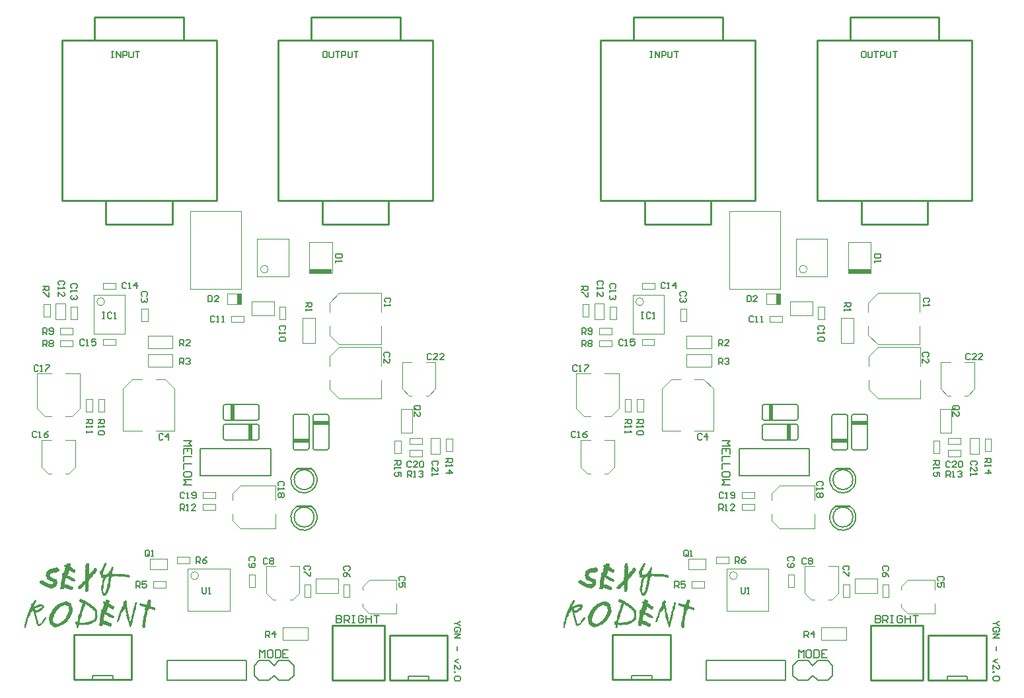
<source format=gto>
G04*
G04 #@! TF.GenerationSoftware,Altium Limited,Altium Designer,19.1.6 (110)*
G04*
G04 Layer_Color=65535*
%FSLAX25Y25*%
%MOIN*%
G70*
G01*
G75*
%ADD32C,0.01000*%
%ADD47C,0.00600*%
%ADD48C,0.00394*%
%ADD49C,0.00500*%
%ADD50C,0.00787*%
%ADD51C,0.00591*%
%ADD52C,0.00591*%
%ADD53C,0.00787*%
%ADD54R,0.02000X0.08000*%
%ADD55R,0.08000X0.02000*%
%ADD56R,0.11417X0.02118*%
%ADD57R,0.02067X0.05315*%
G36*
X339356Y96557D02*
X339509D01*
Y96405D01*
X340120D01*
Y96252D01*
Y96099D01*
X340272D01*
Y95946D01*
X340120D01*
Y95794D01*
X340272D01*
Y95641D01*
X340120D01*
Y95488D01*
X340272D01*
Y95335D01*
X340120D01*
Y95183D01*
X339967D01*
Y95030D01*
X340120D01*
Y94877D01*
X340272D01*
Y94724D01*
X340425D01*
Y94572D01*
X340883D01*
Y94419D01*
X341036D01*
Y94266D01*
X341189D01*
Y94113D01*
X341342D01*
Y93960D01*
X341494D01*
Y93808D01*
X341647D01*
Y93655D01*
X341953D01*
Y93502D01*
X342564D01*
Y93349D01*
X342716D01*
Y93197D01*
X342564D01*
Y93044D01*
X342716D01*
Y92891D01*
Y92738D01*
Y92586D01*
Y92433D01*
Y92280D01*
X342564D01*
Y92127D01*
X342411D01*
Y91975D01*
X342258D01*
Y91822D01*
X342105D01*
Y91669D01*
X341953D01*
Y91822D01*
X341800D01*
Y91975D01*
X341342D01*
Y92127D01*
X341189D01*
Y92280D01*
X340731D01*
Y92433D01*
X340578D01*
Y92586D01*
X340120D01*
Y92738D01*
X339967D01*
Y92891D01*
X339814D01*
Y93044D01*
X339661D01*
Y92891D01*
X339509D01*
Y92738D01*
Y92586D01*
X339356D01*
Y92433D01*
Y92280D01*
X339509D01*
Y92127D01*
X339356D01*
Y91975D01*
Y91822D01*
Y91669D01*
X339203D01*
Y91516D01*
Y91364D01*
X339050D01*
Y91211D01*
Y91058D01*
X338897D01*
Y90905D01*
X339050D01*
Y90753D01*
X338897D01*
Y90600D01*
X338745D01*
Y90447D01*
X338592D01*
Y90294D01*
X339356D01*
Y90141D01*
X339814D01*
Y89989D01*
X339967D01*
Y89836D01*
X340120D01*
Y89683D01*
X340578D01*
Y89530D01*
X340731D01*
Y89378D01*
X340883D01*
Y89225D01*
X341036D01*
Y89072D01*
X341494D01*
Y88919D01*
X341647D01*
Y88767D01*
X342105D01*
Y88614D01*
X342258D01*
Y88461D01*
X342411D01*
Y88308D01*
X342564D01*
Y88156D01*
X342716D01*
Y88003D01*
X342564D01*
Y87850D01*
X342716D01*
Y87697D01*
X342564D01*
Y87545D01*
X342411D01*
Y87392D01*
X342258D01*
Y87239D01*
X342105D01*
Y87086D01*
X341953D01*
Y87239D01*
X341800D01*
Y87392D01*
X341647D01*
Y87545D01*
X341494D01*
Y87392D01*
X341342D01*
Y87545D01*
X341189D01*
Y87697D01*
X340731D01*
Y87850D01*
X340578D01*
Y88003D01*
X340120D01*
Y88156D01*
X339967D01*
Y88308D01*
X339509D01*
Y88461D01*
Y88614D01*
X339203D01*
Y88767D01*
X339356D01*
Y88919D01*
X338286D01*
Y89072D01*
X338134D01*
Y89225D01*
X337981D01*
Y89378D01*
X337828D01*
Y89225D01*
X337675D01*
Y89072D01*
X337828D01*
Y88919D01*
X337675D01*
Y88767D01*
Y88614D01*
Y88461D01*
Y88308D01*
Y88156D01*
Y88003D01*
Y87850D01*
X337523D01*
Y87697D01*
Y87545D01*
Y87392D01*
X337370D01*
Y87239D01*
X337523D01*
Y87086D01*
X337370D01*
Y86933D01*
Y86781D01*
Y86628D01*
Y86475D01*
Y86322D01*
Y86170D01*
Y86017D01*
X337523D01*
Y85864D01*
X337675D01*
Y86017D01*
X338439D01*
Y85864D01*
X338592D01*
Y85711D01*
X339050D01*
Y85559D01*
X339203D01*
Y85406D01*
X339661D01*
Y85253D01*
X339814D01*
Y85100D01*
X340272D01*
Y84948D01*
X340425D01*
Y84795D01*
X340578D01*
Y84948D01*
X340731D01*
Y84795D01*
X340883D01*
Y84948D01*
X341036D01*
Y84795D01*
X341189D01*
Y84642D01*
X341342D01*
Y84489D01*
X341494D01*
Y84337D01*
Y84184D01*
X341647D01*
Y84031D01*
Y83878D01*
X341494D01*
Y83726D01*
X341342D01*
Y83573D01*
X341494D01*
Y83420D01*
X341342D01*
Y83267D01*
X341189D01*
Y83114D01*
X341036D01*
Y82962D01*
X340883D01*
Y83114D01*
X340731D01*
Y82962D01*
X340578D01*
Y83114D01*
X340120D01*
Y83267D01*
X339661D01*
Y83420D01*
X339203D01*
Y83573D01*
X339050D01*
Y83726D01*
X338897D01*
Y83573D01*
X339050D01*
Y83420D01*
X338897D01*
Y83573D01*
X338745D01*
Y83726D01*
X338286D01*
Y83878D01*
X338134D01*
Y84031D01*
X337675D01*
Y84184D01*
X337523D01*
Y84337D01*
X337064D01*
Y84184D01*
X336912D01*
Y84031D01*
Y83878D01*
Y83726D01*
Y83573D01*
Y83420D01*
X335231D01*
Y83573D01*
X335078D01*
Y83726D01*
X334926D01*
Y83878D01*
X335078D01*
Y84031D01*
X334926D01*
Y84184D01*
X335078D01*
Y84337D01*
Y84489D01*
Y84642D01*
X335231D01*
Y84795D01*
X335078D01*
Y84948D01*
X335231D01*
Y85100D01*
X335078D01*
Y85253D01*
X335231D01*
Y85406D01*
X335078D01*
Y85559D01*
X335231D01*
Y85711D01*
Y85864D01*
Y86017D01*
X335384D01*
Y86170D01*
X335231D01*
Y86322D01*
X335384D01*
Y86475D01*
Y86628D01*
Y86781D01*
X335537D01*
Y86933D01*
X335384D01*
Y87086D01*
X335537D01*
Y87239D01*
Y87392D01*
Y87545D01*
X335689D01*
Y87697D01*
X335537D01*
Y87850D01*
X335689D01*
Y88003D01*
X335537D01*
Y88156D01*
X335689D01*
Y88308D01*
Y88461D01*
Y88614D01*
X335842D01*
Y88767D01*
Y88919D01*
Y89072D01*
X335995D01*
Y89225D01*
X335842D01*
Y89378D01*
X335995D01*
Y89530D01*
X335842D01*
Y89683D01*
X335995D01*
Y89836D01*
X335842D01*
Y89989D01*
X335995D01*
Y90141D01*
X335842D01*
Y90294D01*
X335995D01*
Y90447D01*
Y90600D01*
Y90753D01*
Y90905D01*
Y91058D01*
Y91211D01*
Y91364D01*
Y91516D01*
X336148D01*
Y91669D01*
Y91822D01*
X336606D01*
Y91975D01*
X336759D01*
Y92127D01*
X336912D01*
Y92280D01*
Y92433D01*
Y92586D01*
X337064D01*
Y92738D01*
X337217D01*
Y92891D01*
X337064D01*
Y93044D01*
X337217D01*
Y93197D01*
X337064D01*
Y93349D01*
X337217D01*
Y93502D01*
X337370D01*
Y93655D01*
X337217D01*
Y93808D01*
X337370D01*
Y93960D01*
Y94113D01*
Y94266D01*
X337523D01*
Y94419D01*
Y94572D01*
Y94724D01*
X337370D01*
Y94877D01*
X337217D01*
Y95030D01*
X337064D01*
Y95183D01*
Y95335D01*
Y95488D01*
X337217D01*
Y95641D01*
X337370D01*
Y95794D01*
X337523D01*
Y95946D01*
X337675D01*
Y95794D01*
X338134D01*
Y95946D01*
X338286D01*
Y96099D01*
Y96252D01*
Y96405D01*
X338439D01*
Y96557D01*
X338592D01*
Y96710D01*
X339050D01*
Y96557D01*
X339203D01*
Y96710D01*
X339356D01*
Y96557D01*
D02*
G37*
G36*
X67486D02*
X67638D01*
Y96405D01*
X68249D01*
Y96252D01*
Y96099D01*
X68402D01*
Y95946D01*
X68249D01*
Y95794D01*
X68402D01*
Y95641D01*
X68249D01*
Y95488D01*
X68402D01*
Y95335D01*
X68249D01*
Y95183D01*
X68097D01*
Y95030D01*
X68249D01*
Y94877D01*
X68402D01*
Y94724D01*
X68555D01*
Y94572D01*
X69013D01*
Y94419D01*
X69166D01*
Y94266D01*
X69319D01*
Y94113D01*
X69472D01*
Y93960D01*
X69624D01*
Y93808D01*
X69777D01*
Y93655D01*
X70082D01*
Y93502D01*
X70694D01*
Y93349D01*
X70846D01*
Y93197D01*
X70694D01*
Y93044D01*
X70846D01*
Y92891D01*
Y92738D01*
Y92586D01*
Y92433D01*
Y92280D01*
X70694D01*
Y92127D01*
X70541D01*
Y91975D01*
X70388D01*
Y91822D01*
X70235D01*
Y91669D01*
X70082D01*
Y91822D01*
X69930D01*
Y91975D01*
X69472D01*
Y92127D01*
X69319D01*
Y92280D01*
X68861D01*
Y92433D01*
X68708D01*
Y92586D01*
X68249D01*
Y92738D01*
X68097D01*
Y92891D01*
X67944D01*
Y93044D01*
X67791D01*
Y92891D01*
X67638D01*
Y92738D01*
Y92586D01*
X67486D01*
Y92433D01*
Y92280D01*
X67638D01*
Y92127D01*
X67486D01*
Y91975D01*
Y91822D01*
Y91669D01*
X67333D01*
Y91516D01*
Y91364D01*
X67180D01*
Y91211D01*
Y91058D01*
X67027D01*
Y90905D01*
X67180D01*
Y90753D01*
X67027D01*
Y90600D01*
X66875D01*
Y90447D01*
X66722D01*
Y90294D01*
X67486D01*
Y90141D01*
X67944D01*
Y89989D01*
X68097D01*
Y89836D01*
X68249D01*
Y89683D01*
X68708D01*
Y89530D01*
X68861D01*
Y89378D01*
X69013D01*
Y89225D01*
X69166D01*
Y89072D01*
X69624D01*
Y88919D01*
X69777D01*
Y88767D01*
X70235D01*
Y88614D01*
X70388D01*
Y88461D01*
X70541D01*
Y88308D01*
X70694D01*
Y88156D01*
X70846D01*
Y88003D01*
X70694D01*
Y87850D01*
X70846D01*
Y87697D01*
X70694D01*
Y87545D01*
X70541D01*
Y87392D01*
X70388D01*
Y87239D01*
X70235D01*
Y87086D01*
X70082D01*
Y87239D01*
X69930D01*
Y87392D01*
X69777D01*
Y87545D01*
X69624D01*
Y87392D01*
X69472D01*
Y87545D01*
X69319D01*
Y87697D01*
X68861D01*
Y87850D01*
X68708D01*
Y88003D01*
X68249D01*
Y88156D01*
X68097D01*
Y88308D01*
X67638D01*
Y88461D01*
Y88614D01*
X67333D01*
Y88767D01*
X67486D01*
Y88919D01*
X66416D01*
Y89072D01*
X66264D01*
Y89225D01*
X66111D01*
Y89378D01*
X65958D01*
Y89225D01*
X65805D01*
Y89072D01*
X65958D01*
Y88919D01*
X65805D01*
Y88767D01*
Y88614D01*
Y88461D01*
Y88308D01*
Y88156D01*
Y88003D01*
Y87850D01*
X65653D01*
Y87697D01*
Y87545D01*
Y87392D01*
X65500D01*
Y87239D01*
X65653D01*
Y87086D01*
X65500D01*
Y86933D01*
Y86781D01*
Y86628D01*
Y86475D01*
Y86322D01*
Y86170D01*
Y86017D01*
X65653D01*
Y85864D01*
X65805D01*
Y86017D01*
X66569D01*
Y85864D01*
X66722D01*
Y85711D01*
X67180D01*
Y85559D01*
X67333D01*
Y85406D01*
X67791D01*
Y85253D01*
X67944D01*
Y85100D01*
X68402D01*
Y84948D01*
X68555D01*
Y84795D01*
X68708D01*
Y84948D01*
X68861D01*
Y84795D01*
X69013D01*
Y84948D01*
X69166D01*
Y84795D01*
X69319D01*
Y84642D01*
X69472D01*
Y84489D01*
X69624D01*
Y84337D01*
Y84184D01*
X69777D01*
Y84031D01*
Y83878D01*
X69624D01*
Y83726D01*
X69472D01*
Y83573D01*
X69624D01*
Y83420D01*
X69472D01*
Y83267D01*
X69319D01*
Y83114D01*
X69166D01*
Y82962D01*
X69013D01*
Y83114D01*
X68861D01*
Y82962D01*
X68708D01*
Y83114D01*
X68249D01*
Y83267D01*
X67791D01*
Y83420D01*
X67333D01*
Y83573D01*
X67180D01*
Y83726D01*
X67027D01*
Y83573D01*
X67180D01*
Y83420D01*
X67027D01*
Y83573D01*
X66875D01*
Y83726D01*
X66416D01*
Y83878D01*
X66264D01*
Y84031D01*
X65805D01*
Y84184D01*
X65653D01*
Y84337D01*
X65194D01*
Y84184D01*
X65042D01*
Y84031D01*
Y83878D01*
Y83726D01*
Y83573D01*
Y83420D01*
X63361D01*
Y83573D01*
X63208D01*
Y83726D01*
X63056D01*
Y83878D01*
X63208D01*
Y84031D01*
X63056D01*
Y84184D01*
X63208D01*
Y84337D01*
Y84489D01*
Y84642D01*
X63361D01*
Y84795D01*
X63208D01*
Y84948D01*
X63361D01*
Y85100D01*
X63208D01*
Y85253D01*
X63361D01*
Y85406D01*
X63208D01*
Y85559D01*
X63361D01*
Y85711D01*
Y85864D01*
Y86017D01*
X63514D01*
Y86170D01*
X63361D01*
Y86322D01*
X63514D01*
Y86475D01*
Y86628D01*
Y86781D01*
X63667D01*
Y86933D01*
X63514D01*
Y87086D01*
X63667D01*
Y87239D01*
Y87392D01*
Y87545D01*
X63819D01*
Y87697D01*
X63667D01*
Y87850D01*
X63819D01*
Y88003D01*
X63667D01*
Y88156D01*
X63819D01*
Y88308D01*
Y88461D01*
Y88614D01*
X63972D01*
Y88767D01*
Y88919D01*
Y89072D01*
X64125D01*
Y89225D01*
X63972D01*
Y89378D01*
X64125D01*
Y89530D01*
X63972D01*
Y89683D01*
X64125D01*
Y89836D01*
X63972D01*
Y89989D01*
X64125D01*
Y90141D01*
X63972D01*
Y90294D01*
X64125D01*
Y90447D01*
Y90600D01*
Y90753D01*
Y90905D01*
Y91058D01*
Y91211D01*
Y91364D01*
Y91516D01*
X64278D01*
Y91669D01*
Y91822D01*
X64736D01*
Y91975D01*
X64889D01*
Y92127D01*
X65042D01*
Y92280D01*
Y92433D01*
Y92586D01*
X65194D01*
Y92738D01*
X65347D01*
Y92891D01*
X65194D01*
Y93044D01*
X65347D01*
Y93197D01*
X65194D01*
Y93349D01*
X65347D01*
Y93502D01*
X65500D01*
Y93655D01*
X65347D01*
Y93808D01*
X65500D01*
Y93960D01*
Y94113D01*
Y94266D01*
X65653D01*
Y94419D01*
Y94572D01*
Y94724D01*
X65500D01*
Y94877D01*
X65347D01*
Y95030D01*
X65194D01*
Y95183D01*
Y95335D01*
Y95488D01*
X65347D01*
Y95641D01*
X65500D01*
Y95794D01*
X65653D01*
Y95946D01*
X65805D01*
Y95794D01*
X66264D01*
Y95946D01*
X66416D01*
Y96099D01*
Y96252D01*
Y96405D01*
X66569D01*
Y96557D01*
X66722D01*
Y96710D01*
X67180D01*
Y96557D01*
X67333D01*
Y96710D01*
X67486D01*
Y96557D01*
D02*
G37*
G36*
X333551Y94419D02*
X333704D01*
Y94266D01*
X333856D01*
Y94113D01*
X334009D01*
Y93960D01*
X334162D01*
Y93808D01*
X334315D01*
Y93655D01*
X334467D01*
Y93502D01*
Y93349D01*
Y93197D01*
Y93044D01*
Y92891D01*
Y92738D01*
Y92586D01*
X334315D01*
Y92433D01*
X334009D01*
Y92280D01*
X333704D01*
Y92127D01*
X333551D01*
Y92280D01*
X333398D01*
Y92127D01*
X333245D01*
Y91975D01*
X332482D01*
Y91822D01*
X332329D01*
Y91975D01*
X332176D01*
Y91822D01*
X332023D01*
Y91975D01*
X331871D01*
Y91822D01*
X331412D01*
Y91669D01*
X331259D01*
Y91822D01*
X331107D01*
Y91669D01*
X330954D01*
Y91822D01*
X330801D01*
Y91669D01*
X330648D01*
Y91822D01*
X330496D01*
Y91669D01*
X330190D01*
Y91516D01*
Y91364D01*
X330037D01*
Y91211D01*
X330190D01*
Y91058D01*
X330037D01*
Y90905D01*
X329885D01*
Y90753D01*
Y90600D01*
Y90447D01*
X329732D01*
Y90294D01*
X329885D01*
Y90141D01*
X330037D01*
Y89989D01*
X330190D01*
Y89836D01*
X330343D01*
Y89683D01*
X330496D01*
Y89530D01*
X330648D01*
Y89378D01*
X330801D01*
Y89225D01*
X330954D01*
Y89072D01*
X331412D01*
Y88919D01*
X331565D01*
Y88767D01*
X331718D01*
Y88919D01*
X331871D01*
Y88767D01*
X332329D01*
Y88614D01*
X332787D01*
Y88461D01*
X333245D01*
Y88308D01*
X333093D01*
Y88156D01*
X333245D01*
Y88003D01*
X333398D01*
Y87850D01*
Y87697D01*
Y87545D01*
X333551D01*
Y87392D01*
Y87239D01*
Y87086D01*
X333704D01*
Y86933D01*
X333551D01*
Y86781D01*
Y86628D01*
Y86475D01*
Y86322D01*
Y86170D01*
X333398D01*
Y86017D01*
X333551D01*
Y85864D01*
X333398D01*
Y85711D01*
X333245D01*
Y85559D01*
X333093D01*
Y85406D01*
Y85253D01*
X332940D01*
Y85100D01*
X332787D01*
Y84948D01*
X332482D01*
Y84795D01*
Y84642D01*
X332176D01*
Y84489D01*
X332023D01*
Y84337D01*
X331565D01*
Y84184D01*
X331412D01*
Y84031D01*
X330343D01*
Y84184D01*
X330190D01*
Y84031D01*
X330037D01*
Y84184D01*
X329885D01*
Y84031D01*
X329732D01*
Y84184D01*
X329579D01*
Y84337D01*
X329426D01*
Y84184D01*
X329274D01*
Y84337D01*
X328815D01*
Y84489D01*
X328357D01*
Y84642D01*
X327899D01*
Y84795D01*
X327746D01*
Y84948D01*
X327288D01*
Y85100D01*
X327135D01*
Y85253D01*
X326982D01*
Y85100D01*
X326829D01*
Y85253D01*
X326677D01*
Y85406D01*
X326524D01*
Y85559D01*
X326066D01*
Y85711D01*
X325913D01*
Y85864D01*
X325455D01*
Y86017D01*
X325607D01*
Y86170D01*
X325149D01*
Y86322D01*
X324996D01*
Y86475D01*
X324844D01*
Y86628D01*
X324691D01*
Y86781D01*
X324538D01*
Y86933D01*
Y87086D01*
Y87239D01*
Y87392D01*
Y87545D01*
X324691D01*
Y87697D01*
X324844D01*
Y87850D01*
X325302D01*
Y88003D01*
X325455D01*
Y88156D01*
X325607D01*
Y88003D01*
X325760D01*
Y88156D01*
X325913D01*
Y88003D01*
X326371D01*
Y87850D01*
X326524D01*
Y87697D01*
X326677D01*
Y87545D01*
X326829D01*
Y87392D01*
X326982D01*
Y87239D01*
X327441D01*
Y87086D01*
X327593D01*
Y86933D01*
X327746D01*
Y86781D01*
X327899D01*
Y86628D01*
X328051D01*
Y86781D01*
X328204D01*
Y86628D01*
X328357D01*
Y86475D01*
X328510D01*
Y86628D01*
X328662D01*
Y86475D01*
X328815D01*
Y86322D01*
X329579D01*
Y86170D01*
X329732D01*
Y86322D01*
X329885D01*
Y86170D01*
X330343D01*
Y86017D01*
X330496D01*
Y86170D01*
X330954D01*
Y86322D01*
X331412D01*
Y86475D01*
Y86628D01*
X331565D01*
Y86781D01*
Y86933D01*
X331412D01*
Y87086D01*
X330954D01*
Y87239D01*
X330801D01*
Y87392D01*
X330648D01*
Y87545D01*
X330190D01*
Y87697D01*
X330037D01*
Y87850D01*
X329885D01*
Y88003D01*
X329732D01*
Y87850D01*
X329885D01*
Y87697D01*
X329732D01*
Y87850D01*
X329579D01*
Y88003D01*
X329426D01*
Y88156D01*
X329274D01*
Y88003D01*
X329121D01*
Y88156D01*
X328968D01*
Y88308D01*
X328510D01*
Y88461D01*
Y88614D01*
X328357D01*
Y88767D01*
Y88919D01*
X328204D01*
Y89072D01*
Y89225D01*
Y89378D01*
X328051D01*
Y89530D01*
X327899D01*
Y89683D01*
X328051D01*
Y89836D01*
X327899D01*
Y89989D01*
Y90141D01*
X327746D01*
Y90294D01*
Y90447D01*
Y90600D01*
Y90753D01*
X327899D01*
Y90905D01*
Y91058D01*
Y91211D01*
Y91364D01*
Y91516D01*
X328051D01*
Y91669D01*
X327899D01*
Y91822D01*
X328051D01*
Y91975D01*
Y92127D01*
X328204D01*
Y92280D01*
Y92433D01*
X328357D01*
Y92586D01*
X328510D01*
Y92738D01*
X328662D01*
Y92891D01*
Y93044D01*
X328815D01*
Y93197D01*
X328968D01*
Y93349D01*
X329274D01*
Y93502D01*
X329426D01*
Y93655D01*
X329885D01*
Y93808D01*
X330037D01*
Y93960D01*
X330190D01*
Y93808D01*
X330343D01*
Y93960D01*
X330801D01*
Y94113D01*
X330954D01*
Y93960D01*
X331107D01*
Y94113D01*
X331259D01*
Y93960D01*
X331412D01*
Y94113D01*
X331871D01*
Y94266D01*
X332634D01*
Y94419D01*
X333093D01*
Y94572D01*
X333245D01*
Y94419D01*
X333398D01*
Y94572D01*
X333551D01*
Y94419D01*
D02*
G37*
G36*
X61681D02*
X61834D01*
Y94266D01*
X61986D01*
Y94113D01*
X62139D01*
Y93960D01*
X62292D01*
Y93808D01*
X62445D01*
Y93655D01*
X62597D01*
Y93502D01*
Y93349D01*
Y93197D01*
Y93044D01*
Y92891D01*
Y92738D01*
Y92586D01*
X62445D01*
Y92433D01*
X62139D01*
Y92280D01*
X61834D01*
Y92127D01*
X61681D01*
Y92280D01*
X61528D01*
Y92127D01*
X61375D01*
Y91975D01*
X60611D01*
Y91822D01*
X60459D01*
Y91975D01*
X60306D01*
Y91822D01*
X60153D01*
Y91975D01*
X60000D01*
Y91822D01*
X59542D01*
Y91669D01*
X59389D01*
Y91822D01*
X59237D01*
Y91669D01*
X59084D01*
Y91822D01*
X58931D01*
Y91669D01*
X58778D01*
Y91822D01*
X58626D01*
Y91669D01*
X58320D01*
Y91516D01*
Y91364D01*
X58167D01*
Y91211D01*
X58320D01*
Y91058D01*
X58167D01*
Y90905D01*
X58015D01*
Y90753D01*
Y90600D01*
Y90447D01*
X57862D01*
Y90294D01*
X58015D01*
Y90141D01*
X58167D01*
Y89989D01*
X58320D01*
Y89836D01*
X58473D01*
Y89683D01*
X58626D01*
Y89530D01*
X58778D01*
Y89378D01*
X58931D01*
Y89225D01*
X59084D01*
Y89072D01*
X59542D01*
Y88919D01*
X59695D01*
Y88767D01*
X59848D01*
Y88919D01*
X60000D01*
Y88767D01*
X60459D01*
Y88614D01*
X60917D01*
Y88461D01*
X61375D01*
Y88308D01*
X61222D01*
Y88156D01*
X61375D01*
Y88003D01*
X61528D01*
Y87850D01*
Y87697D01*
Y87545D01*
X61681D01*
Y87392D01*
Y87239D01*
Y87086D01*
X61834D01*
Y86933D01*
X61681D01*
Y86781D01*
Y86628D01*
Y86475D01*
Y86322D01*
Y86170D01*
X61528D01*
Y86017D01*
X61681D01*
Y85864D01*
X61528D01*
Y85711D01*
X61375D01*
Y85559D01*
X61222D01*
Y85406D01*
Y85253D01*
X61070D01*
Y85100D01*
X60917D01*
Y84948D01*
X60611D01*
Y84795D01*
Y84642D01*
X60306D01*
Y84489D01*
X60153D01*
Y84337D01*
X59695D01*
Y84184D01*
X59542D01*
Y84031D01*
X58473D01*
Y84184D01*
X58320D01*
Y84031D01*
X58167D01*
Y84184D01*
X58015D01*
Y84031D01*
X57862D01*
Y84184D01*
X57709D01*
Y84337D01*
X57556D01*
Y84184D01*
X57403D01*
Y84337D01*
X56945D01*
Y84489D01*
X56487D01*
Y84642D01*
X56029D01*
Y84795D01*
X55876D01*
Y84948D01*
X55418D01*
Y85100D01*
X55265D01*
Y85253D01*
X55112D01*
Y85100D01*
X54959D01*
Y85253D01*
X54807D01*
Y85406D01*
X54654D01*
Y85559D01*
X54195D01*
Y85711D01*
X54043D01*
Y85864D01*
X53584D01*
Y86017D01*
X53737D01*
Y86170D01*
X53279D01*
Y86322D01*
X53126D01*
Y86475D01*
X52973D01*
Y86628D01*
X52821D01*
Y86781D01*
X52668D01*
Y86933D01*
Y87086D01*
Y87239D01*
Y87392D01*
Y87545D01*
X52821D01*
Y87697D01*
X52973D01*
Y87850D01*
X53432D01*
Y88003D01*
X53584D01*
Y88156D01*
X53737D01*
Y88003D01*
X53890D01*
Y88156D01*
X54043D01*
Y88003D01*
X54501D01*
Y87850D01*
X54654D01*
Y87697D01*
X54807D01*
Y87545D01*
X54959D01*
Y87392D01*
X55112D01*
Y87239D01*
X55570D01*
Y87086D01*
X55723D01*
Y86933D01*
X55876D01*
Y86781D01*
X56029D01*
Y86628D01*
X56181D01*
Y86781D01*
X56334D01*
Y86628D01*
X56487D01*
Y86475D01*
X56640D01*
Y86628D01*
X56792D01*
Y86475D01*
X56945D01*
Y86322D01*
X57709D01*
Y86170D01*
X57862D01*
Y86322D01*
X58015D01*
Y86170D01*
X58473D01*
Y86017D01*
X58626D01*
Y86170D01*
X59084D01*
Y86322D01*
X59542D01*
Y86475D01*
Y86628D01*
X59695D01*
Y86781D01*
Y86933D01*
X59542D01*
Y87086D01*
X59084D01*
Y87239D01*
X58931D01*
Y87392D01*
X58778D01*
Y87545D01*
X58320D01*
Y87697D01*
X58167D01*
Y87850D01*
X58015D01*
Y88003D01*
X57862D01*
Y87850D01*
X58015D01*
Y87697D01*
X57862D01*
Y87850D01*
X57709D01*
Y88003D01*
X57556D01*
Y88156D01*
X57403D01*
Y88003D01*
X57251D01*
Y88156D01*
X57098D01*
Y88308D01*
X56640D01*
Y88461D01*
Y88614D01*
X56487D01*
Y88767D01*
Y88919D01*
X56334D01*
Y89072D01*
Y89225D01*
Y89378D01*
X56181D01*
Y89530D01*
X56029D01*
Y89683D01*
X56181D01*
Y89836D01*
X56029D01*
Y89989D01*
Y90141D01*
X55876D01*
Y90294D01*
Y90447D01*
Y90600D01*
Y90753D01*
X56029D01*
Y90905D01*
Y91058D01*
Y91211D01*
Y91364D01*
Y91516D01*
X56181D01*
Y91669D01*
X56029D01*
Y91822D01*
X56181D01*
Y91975D01*
Y92127D01*
X56334D01*
Y92280D01*
Y92433D01*
X56487D01*
Y92586D01*
X56640D01*
Y92738D01*
X56792D01*
Y92891D01*
Y93044D01*
X56945D01*
Y93197D01*
X57098D01*
Y93349D01*
X57403D01*
Y93502D01*
X57556D01*
Y93655D01*
X58015D01*
Y93808D01*
X58167D01*
Y93960D01*
X58320D01*
Y93808D01*
X58473D01*
Y93960D01*
X58931D01*
Y94113D01*
X59084D01*
Y93960D01*
X59237D01*
Y94113D01*
X59389D01*
Y93960D01*
X59542D01*
Y94113D01*
X60000D01*
Y94266D01*
X60764D01*
Y94419D01*
X61222D01*
Y94572D01*
X61375D01*
Y94419D01*
X61528D01*
Y94572D01*
X61681D01*
Y94419D01*
D02*
G37*
G36*
X357992Y96863D02*
X358145D01*
Y96710D01*
X358298D01*
Y96557D01*
Y96405D01*
Y96252D01*
X358145D01*
Y96099D01*
X358298D01*
Y95946D01*
X358145D01*
Y95794D01*
Y95641D01*
Y95488D01*
X357992D01*
Y95335D01*
X357840D01*
Y95183D01*
X357992D01*
Y95030D01*
X357840D01*
Y94877D01*
Y94724D01*
X357687D01*
Y94572D01*
Y94419D01*
X357534D01*
Y94266D01*
Y94113D01*
X357381D01*
Y93960D01*
Y93808D01*
X357229D01*
Y93655D01*
Y93502D01*
Y93349D01*
X357076D01*
Y93197D01*
X356923D01*
Y93044D01*
X357076D01*
Y92891D01*
X356923D01*
Y92738D01*
X356770D01*
Y92586D01*
X356618D01*
Y92433D01*
X356770D01*
Y92280D01*
X356618D01*
Y92127D01*
Y91975D01*
Y91822D01*
Y91669D01*
Y91516D01*
Y91364D01*
Y91211D01*
X356465D01*
Y91058D01*
X356618D01*
Y90905D01*
X356770D01*
Y90753D01*
X356923D01*
Y90600D01*
X357076D01*
Y90753D01*
X357229D01*
Y90600D01*
X357381D01*
Y90753D01*
X357534D01*
Y90905D01*
X357687D01*
Y90753D01*
X357840D01*
Y90905D01*
X358298D01*
Y91058D01*
X358756D01*
Y91211D01*
X358909D01*
Y91364D01*
X359062D01*
Y91516D01*
X359214D01*
Y91669D01*
X359367D01*
Y91822D01*
X359520D01*
Y91975D01*
X359673D01*
Y92127D01*
X359825D01*
Y92280D01*
X359673D01*
Y92433D01*
X359825D01*
Y92586D01*
X359978D01*
Y92738D01*
X360131D01*
Y92891D01*
Y93044D01*
X360284D01*
Y93197D01*
Y93349D01*
X360437D01*
Y93502D01*
X360589D01*
Y93655D01*
Y93808D01*
Y93960D01*
X360742D01*
Y94113D01*
X360895D01*
Y94266D01*
Y94419D01*
Y94572D01*
X361048D01*
Y94724D01*
X361200D01*
Y94877D01*
X361353D01*
Y94724D01*
X361506D01*
Y94572D01*
X361659D01*
Y94419D01*
X361811D01*
Y94266D01*
X361659D01*
Y94113D01*
Y93960D01*
Y93808D01*
X361811D01*
Y93655D01*
X361659D01*
Y93502D01*
Y93349D01*
Y93197D01*
X361506D01*
Y93044D01*
Y92891D01*
Y92738D01*
X361353D01*
Y92586D01*
Y92433D01*
Y92280D01*
Y92127D01*
Y91975D01*
X361200D01*
Y91822D01*
X361353D01*
Y91669D01*
X361200D01*
Y91516D01*
X361353D01*
Y91364D01*
X361200D01*
Y91211D01*
X365325D01*
Y91058D01*
X365478D01*
Y91211D01*
X365936D01*
Y91058D01*
X366089D01*
Y91211D01*
X366547D01*
Y91058D01*
X366700D01*
Y91211D01*
X366852D01*
Y91058D01*
X367005D01*
Y91211D01*
X367158D01*
Y91058D01*
X367616D01*
Y90905D01*
X368686D01*
Y90753D01*
X368838D01*
Y90905D01*
X368991D01*
Y90753D01*
X369144D01*
Y90905D01*
X369297D01*
Y90753D01*
X369449D01*
Y90600D01*
X369602D01*
Y90753D01*
X369755D01*
Y90600D01*
X369908D01*
Y90447D01*
X370060D01*
Y90294D01*
X370213D01*
Y90141D01*
Y89989D01*
Y89836D01*
X370060D01*
Y89683D01*
Y89530D01*
X369908D01*
Y89378D01*
Y89225D01*
X369449D01*
Y89378D01*
Y89530D01*
X369144D01*
Y89378D01*
X368991D01*
Y89530D01*
X368838D01*
Y89378D01*
X368686D01*
Y89530D01*
X368227D01*
Y89683D01*
X368075D01*
Y89836D01*
X367616D01*
Y89989D01*
X367463D01*
Y89836D01*
X367311D01*
Y89989D01*
X367158D01*
Y89836D01*
X367005D01*
Y89989D01*
X366852D01*
Y89836D01*
X366700D01*
Y89989D01*
X366547D01*
Y89836D01*
X366394D01*
Y89989D01*
X366241D01*
Y89836D01*
X366089D01*
Y89989D01*
X365630D01*
Y89836D01*
X365478D01*
Y89989D01*
X363797D01*
Y90141D01*
X363645D01*
Y89989D01*
X363186D01*
Y90141D01*
X363034D01*
Y89989D01*
X362575D01*
Y90141D01*
X362422D01*
Y89989D01*
X362270D01*
Y90141D01*
X362117D01*
Y89989D01*
X361964D01*
Y90141D01*
X361811D01*
Y89989D01*
X361353D01*
Y89836D01*
X360895D01*
Y89683D01*
X361048D01*
Y89530D01*
X360895D01*
Y89378D01*
Y89225D01*
Y89072D01*
X360742D01*
Y88919D01*
X360589D01*
Y88767D01*
X360742D01*
Y88614D01*
X360589D01*
Y88461D01*
X360742D01*
Y88308D01*
X360589D01*
Y88156D01*
Y88003D01*
Y87850D01*
X360437D01*
Y87697D01*
Y87545D01*
Y87392D01*
X360284D01*
Y87239D01*
X360437D01*
Y87086D01*
X360284D01*
Y86933D01*
X360437D01*
Y86781D01*
X360284D01*
Y86628D01*
Y86475D01*
Y86322D01*
Y86170D01*
Y86017D01*
X360131D01*
Y85864D01*
X360284D01*
Y85711D01*
X360131D01*
Y85559D01*
Y85406D01*
Y85253D01*
Y85100D01*
Y84948D01*
Y84795D01*
Y84642D01*
X359978D01*
Y84489D01*
X359825D01*
Y84337D01*
Y84184D01*
Y84031D01*
X359673D01*
Y83878D01*
X359825D01*
Y83726D01*
X359673D01*
Y83573D01*
Y83420D01*
Y83267D01*
X359520D01*
Y83114D01*
Y82962D01*
Y82809D01*
X359367D01*
Y82656D01*
X359520D01*
Y82503D01*
X359367D01*
Y82351D01*
X359214D01*
Y82198D01*
Y82045D01*
Y81892D01*
X359062D01*
Y81740D01*
X358909D01*
Y81587D01*
X358756D01*
Y81434D01*
Y81281D01*
X358451D01*
Y81129D01*
X358604D01*
Y80976D01*
X358451D01*
Y80823D01*
X358298D01*
Y80670D01*
X358145D01*
Y80518D01*
X357992D01*
Y80365D01*
X357534D01*
Y80212D01*
X357381D01*
Y80365D01*
X356618D01*
Y80518D01*
X356465D01*
Y80670D01*
X356312D01*
Y80823D01*
X356465D01*
Y80976D01*
X356312D01*
Y81129D01*
X356159D01*
Y81281D01*
Y81434D01*
Y81587D01*
X356007D01*
Y81740D01*
Y81892D01*
Y82045D01*
X355854D01*
Y82198D01*
Y82351D01*
Y82503D01*
X355701D01*
Y82656D01*
X355854D01*
Y82809D01*
X355701D01*
Y82962D01*
Y83114D01*
Y83267D01*
X355548D01*
Y83420D01*
Y83573D01*
Y83726D01*
X355701D01*
Y83878D01*
X355548D01*
Y84031D01*
X355701D01*
Y84184D01*
Y84337D01*
Y84489D01*
Y84642D01*
Y84795D01*
Y84948D01*
Y85100D01*
X355854D01*
Y85253D01*
X356007D01*
Y85406D01*
Y85559D01*
Y85711D01*
Y85864D01*
Y86017D01*
X356159D01*
Y86170D01*
X356007D01*
Y86322D01*
X356159D01*
Y86475D01*
X356007D01*
Y86628D01*
X356159D01*
Y86781D01*
X356007D01*
Y86933D01*
X356159D01*
Y87086D01*
X356007D01*
Y87239D01*
X356159D01*
Y87392D01*
X356312D01*
Y87545D01*
X356159D01*
Y87697D01*
X356312D01*
Y87850D01*
Y88003D01*
Y88156D01*
X356465D01*
Y88308D01*
Y88461D01*
Y88614D01*
X356618D01*
Y88767D01*
X356770D01*
Y88919D01*
X356618D01*
Y89072D01*
X356770D01*
Y89225D01*
X356007D01*
Y89378D01*
X355854D01*
Y89225D01*
X355701D01*
Y89378D01*
X355548D01*
Y89530D01*
Y89683D01*
Y89836D01*
X355396D01*
Y89989D01*
X355548D01*
Y90141D01*
X355396D01*
Y90294D01*
X355548D01*
Y90447D01*
X355396D01*
Y90600D01*
Y90753D01*
Y90905D01*
X355243D01*
Y91058D01*
X355090D01*
Y91211D01*
Y91364D01*
Y91516D01*
X354937D01*
Y91669D01*
X355090D01*
Y91822D01*
X354937D01*
Y91975D01*
Y92127D01*
X355090D01*
Y92280D01*
Y92433D01*
X355243D01*
Y92586D01*
X355396D01*
Y92738D01*
X355548D01*
Y92891D01*
X355396D01*
Y93044D01*
X355548D01*
Y93197D01*
X355701D01*
Y93349D01*
X355854D01*
Y93502D01*
X355701D01*
Y93655D01*
X355854D01*
Y93808D01*
X356007D01*
Y93960D01*
X356159D01*
Y94113D01*
X356007D01*
Y94266D01*
X356159D01*
Y94419D01*
X356312D01*
Y94572D01*
X356465D01*
Y94724D01*
Y94877D01*
Y95030D01*
X356618D01*
Y95183D01*
X356770D01*
Y95335D01*
Y95488D01*
Y95641D01*
X356923D01*
Y95794D01*
X357076D01*
Y95946D01*
Y96099D01*
Y96252D01*
X357229D01*
Y96405D01*
X357381D01*
Y96557D01*
X357534D01*
Y96710D01*
X357687D01*
Y96863D01*
X357840D01*
Y97016D01*
X357992D01*
Y96863D01*
D02*
G37*
G36*
X86122D02*
X86275D01*
Y96710D01*
X86428D01*
Y96557D01*
Y96405D01*
Y96252D01*
X86275D01*
Y96099D01*
X86428D01*
Y95946D01*
X86275D01*
Y95794D01*
Y95641D01*
Y95488D01*
X86122D01*
Y95335D01*
X85970D01*
Y95183D01*
X86122D01*
Y95030D01*
X85970D01*
Y94877D01*
Y94724D01*
X85817D01*
Y94572D01*
Y94419D01*
X85664D01*
Y94266D01*
Y94113D01*
X85511D01*
Y93960D01*
Y93808D01*
X85359D01*
Y93655D01*
Y93502D01*
Y93349D01*
X85206D01*
Y93197D01*
X85053D01*
Y93044D01*
X85206D01*
Y92891D01*
X85053D01*
Y92738D01*
X84900D01*
Y92586D01*
X84747D01*
Y92433D01*
X84900D01*
Y92280D01*
X84747D01*
Y92127D01*
Y91975D01*
Y91822D01*
Y91669D01*
Y91516D01*
Y91364D01*
Y91211D01*
X84595D01*
Y91058D01*
X84747D01*
Y90905D01*
X84900D01*
Y90753D01*
X85053D01*
Y90600D01*
X85206D01*
Y90753D01*
X85359D01*
Y90600D01*
X85511D01*
Y90753D01*
X85664D01*
Y90905D01*
X85817D01*
Y90753D01*
X85970D01*
Y90905D01*
X86428D01*
Y91058D01*
X86886D01*
Y91211D01*
X87039D01*
Y91364D01*
X87192D01*
Y91516D01*
X87344D01*
Y91669D01*
X87497D01*
Y91822D01*
X87650D01*
Y91975D01*
X87803D01*
Y92127D01*
X87955D01*
Y92280D01*
X87803D01*
Y92433D01*
X87955D01*
Y92586D01*
X88108D01*
Y92738D01*
X88261D01*
Y92891D01*
Y93044D01*
X88414D01*
Y93197D01*
Y93349D01*
X88566D01*
Y93502D01*
X88719D01*
Y93655D01*
Y93808D01*
Y93960D01*
X88872D01*
Y94113D01*
X89025D01*
Y94266D01*
Y94419D01*
Y94572D01*
X89178D01*
Y94724D01*
X89330D01*
Y94877D01*
X89483D01*
Y94724D01*
X89636D01*
Y94572D01*
X89789D01*
Y94419D01*
X89941D01*
Y94266D01*
X89789D01*
Y94113D01*
Y93960D01*
Y93808D01*
X89941D01*
Y93655D01*
X89789D01*
Y93502D01*
Y93349D01*
Y93197D01*
X89636D01*
Y93044D01*
Y92891D01*
Y92738D01*
X89483D01*
Y92586D01*
Y92433D01*
Y92280D01*
Y92127D01*
Y91975D01*
X89330D01*
Y91822D01*
X89483D01*
Y91669D01*
X89330D01*
Y91516D01*
X89483D01*
Y91364D01*
X89330D01*
Y91211D01*
X93455D01*
Y91058D01*
X93608D01*
Y91211D01*
X94066D01*
Y91058D01*
X94219D01*
Y91211D01*
X94677D01*
Y91058D01*
X94830D01*
Y91211D01*
X94982D01*
Y91058D01*
X95135D01*
Y91211D01*
X95288D01*
Y91058D01*
X95746D01*
Y90905D01*
X96816D01*
Y90753D01*
X96968D01*
Y90905D01*
X97121D01*
Y90753D01*
X97274D01*
Y90905D01*
X97426D01*
Y90753D01*
X97579D01*
Y90600D01*
X97732D01*
Y90753D01*
X97885D01*
Y90600D01*
X98038D01*
Y90447D01*
X98190D01*
Y90294D01*
X98343D01*
Y90141D01*
Y89989D01*
Y89836D01*
X98190D01*
Y89683D01*
Y89530D01*
X98038D01*
Y89378D01*
Y89225D01*
X97579D01*
Y89378D01*
Y89530D01*
X97274D01*
Y89378D01*
X97121D01*
Y89530D01*
X96968D01*
Y89378D01*
X96816D01*
Y89530D01*
X96357D01*
Y89683D01*
X96205D01*
Y89836D01*
X95746D01*
Y89989D01*
X95593D01*
Y89836D01*
X95441D01*
Y89989D01*
X95288D01*
Y89836D01*
X95135D01*
Y89989D01*
X94982D01*
Y89836D01*
X94830D01*
Y89989D01*
X94677D01*
Y89836D01*
X94524D01*
Y89989D01*
X94371D01*
Y89836D01*
X94219D01*
Y89989D01*
X93760D01*
Y89836D01*
X93608D01*
Y89989D01*
X91927D01*
Y90141D01*
X91774D01*
Y89989D01*
X91316D01*
Y90141D01*
X91163D01*
Y89989D01*
X90705D01*
Y90141D01*
X90552D01*
Y89989D01*
X90400D01*
Y90141D01*
X90247D01*
Y89989D01*
X90094D01*
Y90141D01*
X89941D01*
Y89989D01*
X89483D01*
Y89836D01*
X89025D01*
Y89683D01*
X89178D01*
Y89530D01*
X89025D01*
Y89378D01*
Y89225D01*
Y89072D01*
X88872D01*
Y88919D01*
X88719D01*
Y88767D01*
X88872D01*
Y88614D01*
X88719D01*
Y88461D01*
X88872D01*
Y88308D01*
X88719D01*
Y88156D01*
Y88003D01*
Y87850D01*
X88566D01*
Y87697D01*
Y87545D01*
Y87392D01*
X88414D01*
Y87239D01*
X88566D01*
Y87086D01*
X88414D01*
Y86933D01*
X88566D01*
Y86781D01*
X88414D01*
Y86628D01*
Y86475D01*
Y86322D01*
Y86170D01*
Y86017D01*
X88261D01*
Y85864D01*
X88414D01*
Y85711D01*
X88261D01*
Y85559D01*
Y85406D01*
Y85253D01*
Y85100D01*
Y84948D01*
Y84795D01*
Y84642D01*
X88108D01*
Y84489D01*
X87955D01*
Y84337D01*
Y84184D01*
Y84031D01*
X87803D01*
Y83878D01*
X87955D01*
Y83726D01*
X87803D01*
Y83573D01*
Y83420D01*
Y83267D01*
X87650D01*
Y83114D01*
Y82962D01*
Y82809D01*
X87497D01*
Y82656D01*
X87650D01*
Y82503D01*
X87497D01*
Y82351D01*
X87344D01*
Y82198D01*
Y82045D01*
Y81892D01*
X87192D01*
Y81740D01*
X87039D01*
Y81587D01*
X86886D01*
Y81434D01*
Y81281D01*
X86581D01*
Y81129D01*
X86733D01*
Y80976D01*
X86581D01*
Y80823D01*
X86428D01*
Y80670D01*
X86275D01*
Y80518D01*
X86122D01*
Y80365D01*
X85664D01*
Y80212D01*
X85511D01*
Y80365D01*
X84747D01*
Y80518D01*
X84595D01*
Y80670D01*
X84442D01*
Y80823D01*
X84595D01*
Y80976D01*
X84442D01*
Y81129D01*
X84289D01*
Y81281D01*
Y81434D01*
Y81587D01*
X84136D01*
Y81740D01*
Y81892D01*
Y82045D01*
X83984D01*
Y82198D01*
Y82351D01*
Y82503D01*
X83831D01*
Y82656D01*
X83984D01*
Y82809D01*
X83831D01*
Y82962D01*
Y83114D01*
Y83267D01*
X83678D01*
Y83420D01*
Y83573D01*
Y83726D01*
X83831D01*
Y83878D01*
X83678D01*
Y84031D01*
X83831D01*
Y84184D01*
Y84337D01*
Y84489D01*
Y84642D01*
Y84795D01*
Y84948D01*
Y85100D01*
X83984D01*
Y85253D01*
X84136D01*
Y85406D01*
Y85559D01*
Y85711D01*
Y85864D01*
Y86017D01*
X84289D01*
Y86170D01*
X84136D01*
Y86322D01*
X84289D01*
Y86475D01*
X84136D01*
Y86628D01*
X84289D01*
Y86781D01*
X84136D01*
Y86933D01*
X84289D01*
Y87086D01*
X84136D01*
Y87239D01*
X84289D01*
Y87392D01*
X84442D01*
Y87545D01*
X84289D01*
Y87697D01*
X84442D01*
Y87850D01*
Y88003D01*
Y88156D01*
X84595D01*
Y88308D01*
Y88461D01*
Y88614D01*
X84747D01*
Y88767D01*
X84900D01*
Y88919D01*
X84747D01*
Y89072D01*
X84900D01*
Y89225D01*
X84136D01*
Y89378D01*
X83984D01*
Y89225D01*
X83831D01*
Y89378D01*
X83678D01*
Y89530D01*
Y89683D01*
Y89836D01*
X83525D01*
Y89989D01*
X83678D01*
Y90141D01*
X83525D01*
Y90294D01*
X83678D01*
Y90447D01*
X83525D01*
Y90600D01*
Y90753D01*
Y90905D01*
X83373D01*
Y91058D01*
X83220D01*
Y91211D01*
Y91364D01*
Y91516D01*
X83067D01*
Y91669D01*
X83220D01*
Y91822D01*
X83067D01*
Y91975D01*
Y92127D01*
X83220D01*
Y92280D01*
Y92433D01*
X83373D01*
Y92586D01*
X83525D01*
Y92738D01*
X83678D01*
Y92891D01*
X83525D01*
Y93044D01*
X83678D01*
Y93197D01*
X83831D01*
Y93349D01*
X83984D01*
Y93502D01*
X83831D01*
Y93655D01*
X83984D01*
Y93808D01*
X84136D01*
Y93960D01*
X84289D01*
Y94113D01*
X84136D01*
Y94266D01*
X84289D01*
Y94419D01*
X84442D01*
Y94572D01*
X84595D01*
Y94724D01*
Y94877D01*
Y95030D01*
X84747D01*
Y95183D01*
X84900D01*
Y95335D01*
Y95488D01*
Y95641D01*
X85053D01*
Y95794D01*
X85206D01*
Y95946D01*
Y96099D01*
Y96252D01*
X85359D01*
Y96405D01*
X85511D01*
Y96557D01*
X85664D01*
Y96710D01*
X85817D01*
Y96863D01*
X85970D01*
Y97016D01*
X86122D01*
Y96863D01*
D02*
G37*
G36*
X348980Y96710D02*
X349285D01*
Y96557D01*
Y96405D01*
X349438D01*
Y96252D01*
Y96099D01*
Y95946D01*
Y95794D01*
Y95641D01*
X349591D01*
Y95488D01*
X349438D01*
Y95335D01*
X349591D01*
Y95183D01*
Y95030D01*
Y94877D01*
X349438D01*
Y94724D01*
X349591D01*
Y94572D01*
Y94419D01*
Y94266D01*
X349743D01*
Y94113D01*
X349591D01*
Y93960D01*
X349743D01*
Y93808D01*
X349591D01*
Y93655D01*
X349743D01*
Y93502D01*
X349591D01*
Y93349D01*
X349743D01*
Y93197D01*
X349591D01*
Y93044D01*
X349743D01*
Y92891D01*
X349591D01*
Y92738D01*
X349743D01*
Y92586D01*
X349591D01*
Y92433D01*
X349743D01*
Y92280D01*
X349591D01*
Y92127D01*
X349743D01*
Y91975D01*
X349591D01*
Y91822D01*
X349743D01*
Y91669D01*
X349591D01*
Y91516D01*
X349743D01*
Y91364D01*
X349591D01*
Y91211D01*
X349743D01*
Y91058D01*
X349896D01*
Y91211D01*
X350049D01*
Y91364D01*
Y91516D01*
X350202D01*
Y91669D01*
Y91822D01*
X350354D01*
Y91975D01*
X350507D01*
Y92127D01*
X350660D01*
Y92280D01*
X350813D01*
Y92433D01*
X350965D01*
Y92586D01*
X351118D01*
Y92738D01*
X351271D01*
Y92891D01*
X351424D01*
Y93044D01*
X351729D01*
Y93197D01*
Y93349D01*
X351882D01*
Y93502D01*
X351729D01*
Y93655D01*
X351882D01*
Y93808D01*
Y93960D01*
X352035D01*
Y94113D01*
X352187D01*
Y94266D01*
X352493D01*
Y94419D01*
X352646D01*
Y94266D01*
X353104D01*
Y94113D01*
X353257D01*
Y93960D01*
X353410D01*
Y93808D01*
Y93655D01*
Y93502D01*
X353562D01*
Y93349D01*
Y93197D01*
Y93044D01*
X353410D01*
Y92891D01*
X353257D01*
Y92738D01*
X353410D01*
Y92586D01*
X353257D01*
Y92433D01*
X353104D01*
Y92280D01*
X352951D01*
Y92127D01*
Y91975D01*
X352799D01*
Y91822D01*
Y91669D01*
X352646D01*
Y91516D01*
X352493D01*
Y91364D01*
X352340D01*
Y91211D01*
X352187D01*
Y91058D01*
X352035D01*
Y90905D01*
Y90753D01*
X351729D01*
Y90600D01*
Y90447D01*
X351576D01*
Y90294D01*
Y90141D01*
X351424D01*
Y89989D01*
X351271D01*
Y89836D01*
X351118D01*
Y89683D01*
X350965D01*
Y89530D01*
X350813D01*
Y89378D01*
X350660D01*
Y89225D01*
X350507D01*
Y89072D01*
X350354D01*
Y88919D01*
X350202D01*
Y88767D01*
Y88614D01*
X349896D01*
Y88461D01*
X350049D01*
Y88308D01*
X349896D01*
Y88461D01*
X349743D01*
Y88308D01*
X349591D01*
Y88156D01*
X349743D01*
Y88003D01*
X349591D01*
Y87850D01*
Y87697D01*
X349438D01*
Y87545D01*
Y87392D01*
X349285D01*
Y87239D01*
X349438D01*
Y87086D01*
X349285D01*
Y86933D01*
X349438D01*
Y86781D01*
X349285D01*
Y86628D01*
X349438D01*
Y86475D01*
X349285D01*
Y86322D01*
Y86170D01*
Y86017D01*
X349438D01*
Y85864D01*
X349285D01*
Y85711D01*
Y85559D01*
Y85406D01*
X349438D01*
Y85253D01*
X349285D01*
Y85100D01*
Y84948D01*
Y84795D01*
Y84642D01*
Y84489D01*
Y84337D01*
Y84184D01*
Y84031D01*
Y83878D01*
Y83726D01*
Y83573D01*
X349132D01*
Y83420D01*
X349285D01*
Y83267D01*
X349132D01*
Y83114D01*
Y82962D01*
Y82809D01*
Y82656D01*
Y82503D01*
X348980D01*
Y82351D01*
X348827D01*
Y82198D01*
X348369D01*
Y82045D01*
X347910D01*
Y82198D01*
X347758D01*
Y82351D01*
Y82503D01*
Y82656D01*
X347605D01*
Y82809D01*
Y82962D01*
Y83114D01*
Y83267D01*
Y83420D01*
Y83573D01*
Y83726D01*
Y83878D01*
Y84031D01*
X347452D01*
Y84184D01*
X347605D01*
Y84337D01*
Y84489D01*
Y84642D01*
X347452D01*
Y84795D01*
X347605D01*
Y84948D01*
Y85100D01*
Y85253D01*
Y85406D01*
Y85559D01*
X347452D01*
Y85711D01*
X347299D01*
Y85559D01*
X347147D01*
Y85406D01*
X346994D01*
Y85253D01*
X346841D01*
Y85100D01*
X346688D01*
Y84948D01*
X346535D01*
Y84795D01*
Y84642D01*
X346230D01*
Y84489D01*
X346077D01*
Y84337D01*
X345924D01*
Y84184D01*
Y84031D01*
X345619D01*
Y83878D01*
X345466D01*
Y83726D01*
X345313D01*
Y83573D01*
X345161D01*
Y83420D01*
X344397D01*
Y83573D01*
X344244D01*
Y83726D01*
X343938D01*
Y83878D01*
Y84031D01*
X343786D01*
Y84184D01*
X343938D01*
Y84337D01*
X343786D01*
Y84489D01*
X343938D01*
Y84642D01*
X344091D01*
Y84795D01*
X344244D01*
Y84948D01*
X344397D01*
Y85100D01*
X344549D01*
Y85253D01*
X344702D01*
Y85406D01*
X344855D01*
Y85559D01*
Y85711D01*
X345161D01*
Y85864D01*
X345008D01*
Y86017D01*
X345466D01*
Y86170D01*
Y86322D01*
X345772D01*
Y86475D01*
X345619D01*
Y86628D01*
X346077D01*
Y86781D01*
Y86933D01*
X346383D01*
Y87086D01*
X346230D01*
Y87239D01*
X346688D01*
Y87392D01*
X346841D01*
Y87545D01*
X346994D01*
Y87697D01*
X347147D01*
Y87850D01*
X347299D01*
Y88003D01*
X347452D01*
Y88156D01*
Y88308D01*
Y88461D01*
X347605D01*
Y88614D01*
X347452D01*
Y88767D01*
X347605D01*
Y88919D01*
X347452D01*
Y89072D01*
X347605D01*
Y89225D01*
X347452D01*
Y89378D01*
X347605D01*
Y89530D01*
X347452D01*
Y89683D01*
X347605D01*
Y89836D01*
Y89989D01*
Y90141D01*
Y90294D01*
Y90447D01*
Y90600D01*
Y90753D01*
Y90905D01*
Y91058D01*
X347758D01*
Y91211D01*
X347605D01*
Y91364D01*
X347758D01*
Y91516D01*
Y91669D01*
Y91822D01*
X347910D01*
Y91975D01*
X347758D01*
Y92127D01*
Y92280D01*
Y92433D01*
Y92586D01*
Y92738D01*
Y92891D01*
Y93044D01*
X347605D01*
Y93197D01*
X347758D01*
Y93349D01*
Y93502D01*
Y93655D01*
Y93808D01*
Y93960D01*
X347910D01*
Y94113D01*
X347758D01*
Y94266D01*
Y94419D01*
Y94572D01*
Y94724D01*
Y94877D01*
X347910D01*
Y95030D01*
X347758D01*
Y95183D01*
X347910D01*
Y95335D01*
X347758D01*
Y95488D01*
X347910D01*
Y95641D01*
Y95794D01*
Y95946D01*
X348063D01*
Y96099D01*
Y96252D01*
Y96405D01*
X348369D01*
Y96557D01*
Y96710D01*
X348827D01*
Y96863D01*
X348980D01*
Y96710D01*
D02*
G37*
G36*
X77109D02*
X77415D01*
Y96557D01*
Y96405D01*
X77568D01*
Y96252D01*
Y96099D01*
Y95946D01*
Y95794D01*
Y95641D01*
X77720D01*
Y95488D01*
X77568D01*
Y95335D01*
X77720D01*
Y95183D01*
Y95030D01*
Y94877D01*
X77568D01*
Y94724D01*
X77720D01*
Y94572D01*
Y94419D01*
Y94266D01*
X77873D01*
Y94113D01*
X77720D01*
Y93960D01*
X77873D01*
Y93808D01*
X77720D01*
Y93655D01*
X77873D01*
Y93502D01*
X77720D01*
Y93349D01*
X77873D01*
Y93197D01*
X77720D01*
Y93044D01*
X77873D01*
Y92891D01*
X77720D01*
Y92738D01*
X77873D01*
Y92586D01*
X77720D01*
Y92433D01*
X77873D01*
Y92280D01*
X77720D01*
Y92127D01*
X77873D01*
Y91975D01*
X77720D01*
Y91822D01*
X77873D01*
Y91669D01*
X77720D01*
Y91516D01*
X77873D01*
Y91364D01*
X77720D01*
Y91211D01*
X77873D01*
Y91058D01*
X78026D01*
Y91211D01*
X78179D01*
Y91364D01*
Y91516D01*
X78332D01*
Y91669D01*
Y91822D01*
X78484D01*
Y91975D01*
X78637D01*
Y92127D01*
X78790D01*
Y92280D01*
X78943D01*
Y92433D01*
X79095D01*
Y92586D01*
X79248D01*
Y92738D01*
X79401D01*
Y92891D01*
X79554D01*
Y93044D01*
X79859D01*
Y93197D01*
Y93349D01*
X80012D01*
Y93502D01*
X79859D01*
Y93655D01*
X80012D01*
Y93808D01*
Y93960D01*
X80165D01*
Y94113D01*
X80317D01*
Y94266D01*
X80623D01*
Y94419D01*
X80776D01*
Y94266D01*
X81234D01*
Y94113D01*
X81387D01*
Y93960D01*
X81539D01*
Y93808D01*
Y93655D01*
Y93502D01*
X81692D01*
Y93349D01*
Y93197D01*
Y93044D01*
X81539D01*
Y92891D01*
X81387D01*
Y92738D01*
X81539D01*
Y92586D01*
X81387D01*
Y92433D01*
X81234D01*
Y92280D01*
X81081D01*
Y92127D01*
Y91975D01*
X80928D01*
Y91822D01*
Y91669D01*
X80776D01*
Y91516D01*
X80623D01*
Y91364D01*
X80470D01*
Y91211D01*
X80317D01*
Y91058D01*
X80165D01*
Y90905D01*
Y90753D01*
X79859D01*
Y90600D01*
Y90447D01*
X79706D01*
Y90294D01*
Y90141D01*
X79554D01*
Y89989D01*
X79401D01*
Y89836D01*
X79248D01*
Y89683D01*
X79095D01*
Y89530D01*
X78943D01*
Y89378D01*
X78790D01*
Y89225D01*
X78637D01*
Y89072D01*
X78484D01*
Y88919D01*
X78332D01*
Y88767D01*
Y88614D01*
X78026D01*
Y88461D01*
X78179D01*
Y88308D01*
X78026D01*
Y88461D01*
X77873D01*
Y88308D01*
X77720D01*
Y88156D01*
X77873D01*
Y88003D01*
X77720D01*
Y87850D01*
Y87697D01*
X77568D01*
Y87545D01*
Y87392D01*
X77415D01*
Y87239D01*
X77568D01*
Y87086D01*
X77415D01*
Y86933D01*
X77568D01*
Y86781D01*
X77415D01*
Y86628D01*
X77568D01*
Y86475D01*
X77415D01*
Y86322D01*
Y86170D01*
Y86017D01*
X77568D01*
Y85864D01*
X77415D01*
Y85711D01*
Y85559D01*
Y85406D01*
X77568D01*
Y85253D01*
X77415D01*
Y85100D01*
Y84948D01*
Y84795D01*
Y84642D01*
Y84489D01*
Y84337D01*
Y84184D01*
Y84031D01*
Y83878D01*
Y83726D01*
Y83573D01*
X77262D01*
Y83420D01*
X77415D01*
Y83267D01*
X77262D01*
Y83114D01*
Y82962D01*
Y82809D01*
Y82656D01*
Y82503D01*
X77109D01*
Y82351D01*
X76957D01*
Y82198D01*
X76499D01*
Y82045D01*
X76040D01*
Y82198D01*
X75887D01*
Y82351D01*
Y82503D01*
Y82656D01*
X75735D01*
Y82809D01*
Y82962D01*
Y83114D01*
Y83267D01*
Y83420D01*
Y83573D01*
Y83726D01*
Y83878D01*
Y84031D01*
X75582D01*
Y84184D01*
X75735D01*
Y84337D01*
Y84489D01*
Y84642D01*
X75582D01*
Y84795D01*
X75735D01*
Y84948D01*
Y85100D01*
Y85253D01*
Y85406D01*
Y85559D01*
X75582D01*
Y85711D01*
X75429D01*
Y85559D01*
X75276D01*
Y85406D01*
X75124D01*
Y85253D01*
X74971D01*
Y85100D01*
X74818D01*
Y84948D01*
X74665D01*
Y84795D01*
Y84642D01*
X74360D01*
Y84489D01*
X74207D01*
Y84337D01*
X74054D01*
Y84184D01*
Y84031D01*
X73749D01*
Y83878D01*
X73596D01*
Y83726D01*
X73443D01*
Y83573D01*
X73290D01*
Y83420D01*
X72527D01*
Y83573D01*
X72374D01*
Y83726D01*
X72068D01*
Y83878D01*
Y84031D01*
X71916D01*
Y84184D01*
X72068D01*
Y84337D01*
X71916D01*
Y84489D01*
X72068D01*
Y84642D01*
X72221D01*
Y84795D01*
X72374D01*
Y84948D01*
X72527D01*
Y85100D01*
X72679D01*
Y85253D01*
X72832D01*
Y85406D01*
X72985D01*
Y85559D01*
Y85711D01*
X73290D01*
Y85864D01*
X73138D01*
Y86017D01*
X73596D01*
Y86170D01*
Y86322D01*
X73901D01*
Y86475D01*
X73749D01*
Y86628D01*
X74207D01*
Y86781D01*
Y86933D01*
X74513D01*
Y87086D01*
X74360D01*
Y87239D01*
X74818D01*
Y87392D01*
X74971D01*
Y87545D01*
X75124D01*
Y87697D01*
X75276D01*
Y87850D01*
X75429D01*
Y88003D01*
X75582D01*
Y88156D01*
Y88308D01*
Y88461D01*
X75735D01*
Y88614D01*
X75582D01*
Y88767D01*
X75735D01*
Y88919D01*
X75582D01*
Y89072D01*
X75735D01*
Y89225D01*
X75582D01*
Y89378D01*
X75735D01*
Y89530D01*
X75582D01*
Y89683D01*
X75735D01*
Y89836D01*
Y89989D01*
Y90141D01*
Y90294D01*
Y90447D01*
Y90600D01*
Y90753D01*
Y90905D01*
Y91058D01*
X75887D01*
Y91211D01*
X75735D01*
Y91364D01*
X75887D01*
Y91516D01*
Y91669D01*
Y91822D01*
X76040D01*
Y91975D01*
X75887D01*
Y92127D01*
Y92280D01*
Y92433D01*
Y92586D01*
Y92738D01*
Y92891D01*
Y93044D01*
X75735D01*
Y93197D01*
X75887D01*
Y93349D01*
Y93502D01*
Y93655D01*
Y93808D01*
Y93960D01*
X76040D01*
Y94113D01*
X75887D01*
Y94266D01*
Y94419D01*
Y94572D01*
Y94724D01*
Y94877D01*
X76040D01*
Y95030D01*
X75887D01*
Y95183D01*
X76040D01*
Y95335D01*
X75887D01*
Y95488D01*
X76040D01*
Y95641D01*
Y95794D01*
Y95946D01*
X76193D01*
Y96099D01*
Y96252D01*
Y96405D01*
X76499D01*
Y96557D01*
Y96710D01*
X76957D01*
Y96863D01*
X77109D01*
Y96710D01*
D02*
G37*
G36*
X345619Y78379D02*
X345772D01*
Y78226D01*
X345924D01*
Y78379D01*
X346077D01*
Y78226D01*
X346230D01*
Y78073D01*
X346688D01*
Y77921D01*
X346841D01*
Y77768D01*
X346994D01*
Y77921D01*
X347147D01*
Y77768D01*
X347452D01*
Y77615D01*
Y77462D01*
X347910D01*
Y77310D01*
X348063D01*
Y77157D01*
X348521D01*
Y77004D01*
X348674D01*
Y76851D01*
X348827D01*
Y76699D01*
X348980D01*
Y76546D01*
X349438D01*
Y76393D01*
X349591D01*
Y76240D01*
X349743D01*
Y76087D01*
X349896D01*
Y76240D01*
X350049D01*
Y76087D01*
X350202D01*
Y75935D01*
X350354D01*
Y75782D01*
X350507D01*
Y75629D01*
X350813D01*
Y75476D01*
X350965D01*
Y75324D01*
X351271D01*
Y75171D01*
X351424D01*
Y75018D01*
X351576D01*
Y74865D01*
X351729D01*
Y74713D01*
X351882D01*
Y74560D01*
X352035D01*
Y74407D01*
X352187D01*
Y74254D01*
X352340D01*
Y74102D01*
X352493D01*
Y73949D01*
X352646D01*
Y73796D01*
X352799D01*
Y73643D01*
X352951D01*
Y73491D01*
X353104D01*
Y73338D01*
Y73185D01*
X353257D01*
Y73032D01*
Y72880D01*
X353410D01*
Y72727D01*
X353562D01*
Y72574D01*
X353410D01*
Y72421D01*
X353562D01*
Y72268D01*
Y72116D01*
Y71963D01*
X353715D01*
Y71810D01*
Y71658D01*
Y71505D01*
Y71352D01*
Y71199D01*
X353868D01*
Y71047D01*
X353715D01*
Y70894D01*
Y70741D01*
Y70588D01*
X353868D01*
Y70435D01*
X353715D01*
Y70283D01*
X353868D01*
Y70130D01*
Y69977D01*
Y69824D01*
X353715D01*
Y69672D01*
X353868D01*
Y69519D01*
Y69366D01*
Y69213D01*
X353715D01*
Y69061D01*
X353562D01*
Y68908D01*
X353715D01*
Y68755D01*
X353562D01*
Y68602D01*
Y68449D01*
Y68297D01*
X353410D01*
Y68144D01*
X353257D01*
Y67991D01*
Y67839D01*
X353104D01*
Y67686D01*
Y67533D01*
X352951D01*
Y67380D01*
X352799D01*
Y67228D01*
X352340D01*
Y67075D01*
X352187D01*
Y66922D01*
X352035D01*
Y66769D01*
X351729D01*
Y66616D01*
X351424D01*
Y66464D01*
X351271D01*
Y66311D01*
X350813D01*
Y66158D01*
X350507D01*
Y66005D01*
X350202D01*
Y65853D01*
X350049D01*
Y66005D01*
X349896D01*
Y65853D01*
X349743D01*
Y65700D01*
X349285D01*
Y65547D01*
X349132D01*
Y65700D01*
X348980D01*
Y65547D01*
X348827D01*
Y65700D01*
X348674D01*
Y65547D01*
X348521D01*
Y65700D01*
X348369D01*
Y65547D01*
X347910D01*
Y65394D01*
X347758D01*
Y65547D01*
X347605D01*
Y65394D01*
X346230D01*
Y65242D01*
X346077D01*
Y65394D01*
X345924D01*
Y65242D01*
X345772D01*
Y65394D01*
X345619D01*
Y65242D01*
X345466D01*
Y65394D01*
X344549D01*
Y65242D01*
Y65089D01*
X344397D01*
Y64936D01*
Y64783D01*
Y64631D01*
X344244D01*
Y64478D01*
Y64325D01*
Y64172D01*
X344091D01*
Y64020D01*
X343938D01*
Y63867D01*
X343786D01*
Y63714D01*
X343633D01*
Y63867D01*
X343175D01*
Y64020D01*
X343327D01*
Y64172D01*
X343175D01*
Y64325D01*
Y64478D01*
Y64631D01*
X343327D01*
Y64783D01*
X343175D01*
Y64936D01*
X343327D01*
Y65089D01*
X343175D01*
Y65242D01*
X343327D01*
Y65394D01*
X343480D01*
Y65547D01*
X343327D01*
Y65700D01*
X342869D01*
Y65853D01*
X342716D01*
Y66005D01*
X342564D01*
Y66158D01*
Y66311D01*
Y66464D01*
X342411D01*
Y66616D01*
X342564D01*
Y66769D01*
Y66922D01*
Y67075D01*
X343327D01*
Y66922D01*
Y66769D01*
X343633D01*
Y66922D01*
X343480D01*
Y67075D01*
X343633D01*
Y67228D01*
X343480D01*
Y67380D01*
X343633D01*
Y67533D01*
X343786D01*
Y67686D01*
Y67839D01*
Y67991D01*
X343938D01*
Y68144D01*
X343786D01*
Y68297D01*
X343938D01*
Y68449D01*
Y68602D01*
Y68755D01*
X344091D01*
Y68908D01*
Y69061D01*
Y69213D01*
X344244D01*
Y69366D01*
X344091D01*
Y69519D01*
X344244D01*
Y69672D01*
X344091D01*
Y69824D01*
X344244D01*
Y69977D01*
X344091D01*
Y70130D01*
X344244D01*
Y70283D01*
X344397D01*
Y70435D01*
Y70588D01*
Y70741D01*
X344549D01*
Y70894D01*
Y71047D01*
Y71199D01*
X344702D01*
Y71352D01*
X344855D01*
Y71505D01*
X344702D01*
Y71658D01*
X344855D01*
Y71810D01*
Y71963D01*
Y72116D01*
X345008D01*
Y72268D01*
Y72421D01*
Y72574D01*
X345161D01*
Y72727D01*
Y72880D01*
Y73032D01*
X345313D01*
Y73185D01*
X345466D01*
Y73338D01*
X345313D01*
Y73491D01*
X345466D01*
Y73643D01*
X345619D01*
Y73796D01*
Y73949D01*
Y74102D01*
Y74254D01*
Y74407D01*
X345772D01*
Y74560D01*
X345619D01*
Y74713D01*
X345772D01*
Y74865D01*
X345619D01*
Y75018D01*
X345772D01*
Y75171D01*
X345924D01*
Y75324D01*
X346077D01*
Y75476D01*
Y75629D01*
Y75782D01*
X346230D01*
Y75935D01*
X346383D01*
Y76087D01*
X346230D01*
Y76240D01*
X346383D01*
Y76393D01*
X346535D01*
Y76546D01*
X346383D01*
Y76699D01*
X346230D01*
Y76546D01*
X346077D01*
Y76699D01*
X345619D01*
Y76851D01*
X345466D01*
Y77004D01*
X345008D01*
Y77157D01*
X344855D01*
Y77310D01*
X344702D01*
Y77462D01*
Y77615D01*
Y77768D01*
X344549D01*
Y77921D01*
X344702D01*
Y78073D01*
X344855D01*
Y78226D01*
X345008D01*
Y78379D01*
X345161D01*
Y78532D01*
X345313D01*
Y78379D01*
X345466D01*
Y78532D01*
X345619D01*
Y78379D01*
D02*
G37*
G36*
X73749D02*
X73901D01*
Y78226D01*
X74054D01*
Y78379D01*
X74207D01*
Y78226D01*
X74360D01*
Y78073D01*
X74818D01*
Y77921D01*
X74971D01*
Y77768D01*
X75124D01*
Y77921D01*
X75276D01*
Y77768D01*
X75582D01*
Y77615D01*
Y77462D01*
X76040D01*
Y77310D01*
X76193D01*
Y77157D01*
X76651D01*
Y77004D01*
X76804D01*
Y76851D01*
X76957D01*
Y76699D01*
X77109D01*
Y76546D01*
X77568D01*
Y76393D01*
X77720D01*
Y76240D01*
X77873D01*
Y76087D01*
X78026D01*
Y76240D01*
X78179D01*
Y76087D01*
X78332D01*
Y75935D01*
X78484D01*
Y75782D01*
X78637D01*
Y75629D01*
X78943D01*
Y75476D01*
X79095D01*
Y75324D01*
X79401D01*
Y75171D01*
X79554D01*
Y75018D01*
X79706D01*
Y74865D01*
X79859D01*
Y74713D01*
X80012D01*
Y74560D01*
X80165D01*
Y74407D01*
X80317D01*
Y74254D01*
X80470D01*
Y74102D01*
X80623D01*
Y73949D01*
X80776D01*
Y73796D01*
X80928D01*
Y73643D01*
X81081D01*
Y73491D01*
X81234D01*
Y73338D01*
Y73185D01*
X81387D01*
Y73032D01*
Y72880D01*
X81539D01*
Y72727D01*
X81692D01*
Y72574D01*
X81539D01*
Y72421D01*
X81692D01*
Y72268D01*
Y72116D01*
Y71963D01*
X81845D01*
Y71810D01*
Y71658D01*
Y71505D01*
Y71352D01*
Y71199D01*
X81998D01*
Y71047D01*
X81845D01*
Y70894D01*
Y70741D01*
Y70588D01*
X81998D01*
Y70435D01*
X81845D01*
Y70283D01*
X81998D01*
Y70130D01*
Y69977D01*
Y69824D01*
X81845D01*
Y69672D01*
X81998D01*
Y69519D01*
Y69366D01*
Y69213D01*
X81845D01*
Y69061D01*
X81692D01*
Y68908D01*
X81845D01*
Y68755D01*
X81692D01*
Y68602D01*
Y68449D01*
Y68297D01*
X81539D01*
Y68144D01*
X81387D01*
Y67991D01*
Y67839D01*
X81234D01*
Y67686D01*
Y67533D01*
X81081D01*
Y67380D01*
X80928D01*
Y67228D01*
X80470D01*
Y67075D01*
X80317D01*
Y66922D01*
X80165D01*
Y66769D01*
X79859D01*
Y66616D01*
X79554D01*
Y66464D01*
X79401D01*
Y66311D01*
X78943D01*
Y66158D01*
X78637D01*
Y66005D01*
X78332D01*
Y65853D01*
X78179D01*
Y66005D01*
X78026D01*
Y65853D01*
X77873D01*
Y65700D01*
X77415D01*
Y65547D01*
X77262D01*
Y65700D01*
X77109D01*
Y65547D01*
X76957D01*
Y65700D01*
X76804D01*
Y65547D01*
X76651D01*
Y65700D01*
X76499D01*
Y65547D01*
X76040D01*
Y65394D01*
X75887D01*
Y65547D01*
X75735D01*
Y65394D01*
X74360D01*
Y65242D01*
X74207D01*
Y65394D01*
X74054D01*
Y65242D01*
X73901D01*
Y65394D01*
X73749D01*
Y65242D01*
X73596D01*
Y65394D01*
X72679D01*
Y65242D01*
Y65089D01*
X72527D01*
Y64936D01*
Y64783D01*
Y64631D01*
X72374D01*
Y64478D01*
Y64325D01*
Y64172D01*
X72221D01*
Y64020D01*
X72068D01*
Y63867D01*
X71916D01*
Y63714D01*
X71763D01*
Y63867D01*
X71305D01*
Y64020D01*
X71457D01*
Y64172D01*
X71305D01*
Y64325D01*
Y64478D01*
Y64631D01*
X71457D01*
Y64783D01*
X71305D01*
Y64936D01*
X71457D01*
Y65089D01*
X71305D01*
Y65242D01*
X71457D01*
Y65394D01*
X71610D01*
Y65547D01*
X71457D01*
Y65700D01*
X70999D01*
Y65853D01*
X70846D01*
Y66005D01*
X70694D01*
Y66158D01*
Y66311D01*
Y66464D01*
X70541D01*
Y66616D01*
X70694D01*
Y66769D01*
Y66922D01*
Y67075D01*
X71457D01*
Y66922D01*
Y66769D01*
X71763D01*
Y66922D01*
X71610D01*
Y67075D01*
X71763D01*
Y67228D01*
X71610D01*
Y67380D01*
X71763D01*
Y67533D01*
X71916D01*
Y67686D01*
Y67839D01*
Y67991D01*
X72068D01*
Y68144D01*
X71916D01*
Y68297D01*
X72068D01*
Y68449D01*
Y68602D01*
Y68755D01*
X72221D01*
Y68908D01*
Y69061D01*
Y69213D01*
X72374D01*
Y69366D01*
X72221D01*
Y69519D01*
X72374D01*
Y69672D01*
X72221D01*
Y69824D01*
X72374D01*
Y69977D01*
X72221D01*
Y70130D01*
X72374D01*
Y70283D01*
X72527D01*
Y70435D01*
Y70588D01*
Y70741D01*
X72679D01*
Y70894D01*
Y71047D01*
Y71199D01*
X72832D01*
Y71352D01*
X72985D01*
Y71505D01*
X72832D01*
Y71658D01*
X72985D01*
Y71810D01*
Y71963D01*
Y72116D01*
X73138D01*
Y72268D01*
Y72421D01*
Y72574D01*
X73290D01*
Y72727D01*
Y72880D01*
Y73032D01*
X73443D01*
Y73185D01*
X73596D01*
Y73338D01*
X73443D01*
Y73491D01*
X73596D01*
Y73643D01*
X73749D01*
Y73796D01*
Y73949D01*
Y74102D01*
Y74254D01*
Y74407D01*
X73901D01*
Y74560D01*
X73749D01*
Y74713D01*
X73901D01*
Y74865D01*
X73749D01*
Y75018D01*
X73901D01*
Y75171D01*
X74054D01*
Y75324D01*
X74207D01*
Y75476D01*
Y75629D01*
Y75782D01*
X74360D01*
Y75935D01*
X74513D01*
Y76087D01*
X74360D01*
Y76240D01*
X74513D01*
Y76393D01*
X74665D01*
Y76546D01*
X74513D01*
Y76699D01*
X74360D01*
Y76546D01*
X74207D01*
Y76699D01*
X73749D01*
Y76851D01*
X73596D01*
Y77004D01*
X73138D01*
Y77157D01*
X72985D01*
Y77310D01*
X72832D01*
Y77462D01*
Y77615D01*
Y77768D01*
X72679D01*
Y77921D01*
X72832D01*
Y78073D01*
X72985D01*
Y78226D01*
X73138D01*
Y78379D01*
X73290D01*
Y78532D01*
X73443D01*
Y78379D01*
X73596D01*
Y78532D01*
X73749D01*
Y78379D01*
D02*
G37*
G36*
X358298Y78226D02*
X358451D01*
Y78073D01*
X359214D01*
Y77921D01*
X359673D01*
Y77768D01*
X359825D01*
Y77615D01*
X359673D01*
Y77462D01*
X359825D01*
Y77310D01*
Y77157D01*
Y77004D01*
X359673D01*
Y76851D01*
X359520D01*
Y76699D01*
X359367D01*
Y76546D01*
X359520D01*
Y76393D01*
X359673D01*
Y76240D01*
X360131D01*
Y76087D01*
X360284D01*
Y75935D01*
X360437D01*
Y75782D01*
X360589D01*
Y75629D01*
X360895D01*
Y75476D01*
X361048D01*
Y75324D01*
X361353D01*
Y75171D01*
X361506D01*
Y75018D01*
X361964D01*
Y74865D01*
X362117D01*
Y74713D01*
X362270D01*
Y74560D01*
Y74407D01*
Y74254D01*
X362422D01*
Y74102D01*
X362270D01*
Y73949D01*
X362117D01*
Y73796D01*
X361964D01*
Y73643D01*
X361811D01*
Y73491D01*
X361964D01*
Y73338D01*
X361506D01*
Y73185D01*
X361353D01*
Y73338D01*
X361200D01*
Y73491D01*
X361048D01*
Y73643D01*
X360589D01*
Y73796D01*
X360437D01*
Y73949D01*
X359978D01*
Y74102D01*
X359825D01*
Y74254D01*
X359673D01*
Y74407D01*
X359367D01*
Y74560D01*
X359062D01*
Y74407D01*
X359214D01*
Y74254D01*
X359062D01*
Y74102D01*
X358909D01*
Y73949D01*
X359062D01*
Y73796D01*
X358909D01*
Y73643D01*
Y73491D01*
Y73338D01*
X358756D01*
Y73185D01*
Y73032D01*
Y72880D01*
X358604D01*
Y72727D01*
X358451D01*
Y72574D01*
X358604D01*
Y72421D01*
X358451D01*
Y72268D01*
X358298D01*
Y72116D01*
Y71963D01*
Y71810D01*
X358451D01*
Y71658D01*
X358604D01*
Y71810D01*
X358756D01*
Y71658D01*
X359214D01*
Y71505D01*
X359673D01*
Y71352D01*
X359825D01*
Y71199D01*
X359978D01*
Y71047D01*
X360284D01*
Y70894D01*
Y70741D01*
X360742D01*
Y70588D01*
X360895D01*
Y70435D01*
X361353D01*
Y70283D01*
X361506D01*
Y70130D01*
X361811D01*
Y69977D01*
Y69824D01*
X362117D01*
Y69672D01*
Y69519D01*
X362270D01*
Y69366D01*
X362117D01*
Y69213D01*
Y69061D01*
X361964D01*
Y68908D01*
Y68755D01*
X361200D01*
Y68908D01*
X361048D01*
Y69061D01*
X360589D01*
Y69213D01*
X360437D01*
Y69366D01*
X359978D01*
Y69519D01*
X359825D01*
Y69672D01*
X359367D01*
Y69824D01*
X359214D01*
Y69977D01*
X359062D01*
Y70130D01*
X358909D01*
Y70283D01*
X358756D01*
Y70435D01*
X357992D01*
Y70588D01*
X357534D01*
Y70741D01*
X357381D01*
Y70894D01*
X357229D01*
Y70741D01*
X357381D01*
Y70588D01*
X357229D01*
Y70435D01*
Y70283D01*
Y70130D01*
Y69977D01*
Y69824D01*
Y69672D01*
Y69519D01*
X357076D01*
Y69366D01*
Y69213D01*
Y69061D01*
X356923D01*
Y68908D01*
X357076D01*
Y68755D01*
X356923D01*
Y68602D01*
X357076D01*
Y68449D01*
X356923D01*
Y68297D01*
Y68144D01*
Y67991D01*
Y67839D01*
Y67686D01*
Y67533D01*
Y67380D01*
X357076D01*
Y67533D01*
X357229D01*
Y67380D01*
X357381D01*
Y67533D01*
X357534D01*
Y67380D01*
X357687D01*
Y67533D01*
X357840D01*
Y67380D01*
X358298D01*
Y67228D01*
X358451D01*
Y67075D01*
X358909D01*
Y66922D01*
X359062D01*
Y66769D01*
X359520D01*
Y66616D01*
X359673D01*
Y66464D01*
X360131D01*
Y66311D01*
X360284D01*
Y66464D01*
X360437D01*
Y66311D01*
X360589D01*
Y66464D01*
X360742D01*
Y66311D01*
X360895D01*
Y66158D01*
Y66005D01*
Y65853D01*
X361048D01*
Y65700D01*
X361200D01*
Y65547D01*
Y65394D01*
X361048D01*
Y65242D01*
Y65089D01*
X360895D01*
Y64936D01*
Y64783D01*
X360742D01*
Y64631D01*
Y64478D01*
X360284D01*
Y64631D01*
X360131D01*
Y64478D01*
X359978D01*
Y64631D01*
X359825D01*
Y64783D01*
X359673D01*
Y64631D01*
X359520D01*
Y64783D01*
X359062D01*
Y64936D01*
X358909D01*
Y65089D01*
X358756D01*
Y64936D01*
X358604D01*
Y65089D01*
X358145D01*
Y65242D01*
X357992D01*
Y65394D01*
X357534D01*
Y65547D01*
X357381D01*
Y65700D01*
X356923D01*
Y65853D01*
X356770D01*
Y66005D01*
X356618D01*
Y65853D01*
X356465D01*
Y65700D01*
Y65547D01*
Y65394D01*
Y65242D01*
Y65089D01*
X356312D01*
Y64936D01*
X355243D01*
Y64783D01*
X355090D01*
Y64936D01*
X354937D01*
Y65089D01*
X354632D01*
Y65242D01*
Y65394D01*
X354479D01*
Y65547D01*
X354632D01*
Y65700D01*
Y65853D01*
Y66005D01*
Y66158D01*
Y66311D01*
X354784D01*
Y66464D01*
X354632D01*
Y66616D01*
X354784D01*
Y66769D01*
X354632D01*
Y66922D01*
X354784D01*
Y67075D01*
X354632D01*
Y67228D01*
X354784D01*
Y67380D01*
Y67533D01*
Y67686D01*
X354937D01*
Y67839D01*
X354784D01*
Y67991D01*
X354937D01*
Y68144D01*
Y68297D01*
Y68449D01*
X355090D01*
Y68602D01*
Y68755D01*
Y68908D01*
X355243D01*
Y69061D01*
X355090D01*
Y69213D01*
X355243D01*
Y69366D01*
X355090D01*
Y69519D01*
X355243D01*
Y69672D01*
Y69824D01*
Y69977D01*
X355396D01*
Y70130D01*
Y70283D01*
Y70435D01*
Y70588D01*
Y70741D01*
X355548D01*
Y70894D01*
X355396D01*
Y71047D01*
X355548D01*
Y71199D01*
X355396D01*
Y71352D01*
X355548D01*
Y71505D01*
X355396D01*
Y71658D01*
X355548D01*
Y71810D01*
X355396D01*
Y71963D01*
X355548D01*
Y72116D01*
Y72268D01*
Y72421D01*
Y72574D01*
Y72727D01*
X355701D01*
Y72880D01*
X355548D01*
Y73032D01*
X355701D01*
Y73185D01*
X355854D01*
Y73338D01*
X356007D01*
Y73185D01*
X356159D01*
Y73338D01*
X356312D01*
Y73491D01*
X356465D01*
Y73643D01*
X356312D01*
Y73796D01*
X356465D01*
Y73949D01*
Y74102D01*
X356618D01*
Y74254D01*
Y74407D01*
X356770D01*
Y74560D01*
X356618D01*
Y74713D01*
X356770D01*
Y74865D01*
Y75018D01*
Y75171D01*
X356923D01*
Y75324D01*
Y75476D01*
Y75629D01*
X357076D01*
Y75782D01*
X356923D01*
Y75935D01*
X357076D01*
Y76087D01*
Y76240D01*
X356923D01*
Y76393D01*
X356618D01*
Y76546D01*
Y76699D01*
Y76851D01*
X356770D01*
Y77004D01*
X356618D01*
Y77157D01*
X356770D01*
Y77310D01*
X356923D01*
Y77462D01*
X357381D01*
Y77310D01*
X357534D01*
Y77157D01*
X357687D01*
Y77310D01*
X357840D01*
Y77462D01*
X357687D01*
Y77615D01*
X357840D01*
Y77768D01*
Y77921D01*
Y78073D01*
X358145D01*
Y78226D01*
Y78379D01*
X358298D01*
Y78226D01*
D02*
G37*
G36*
X86428D02*
X86581D01*
Y78073D01*
X87344D01*
Y77921D01*
X87803D01*
Y77768D01*
X87955D01*
Y77615D01*
X87803D01*
Y77462D01*
X87955D01*
Y77310D01*
Y77157D01*
Y77004D01*
X87803D01*
Y76851D01*
X87650D01*
Y76699D01*
X87497D01*
Y76546D01*
X87650D01*
Y76393D01*
X87803D01*
Y76240D01*
X88261D01*
Y76087D01*
X88414D01*
Y75935D01*
X88566D01*
Y75782D01*
X88719D01*
Y75629D01*
X89025D01*
Y75476D01*
X89178D01*
Y75324D01*
X89483D01*
Y75171D01*
X89636D01*
Y75018D01*
X90094D01*
Y74865D01*
X90247D01*
Y74713D01*
X90400D01*
Y74560D01*
Y74407D01*
Y74254D01*
X90552D01*
Y74102D01*
X90400D01*
Y73949D01*
X90247D01*
Y73796D01*
X90094D01*
Y73643D01*
X89941D01*
Y73491D01*
X90094D01*
Y73338D01*
X89636D01*
Y73185D01*
X89483D01*
Y73338D01*
X89330D01*
Y73491D01*
X89178D01*
Y73643D01*
X88719D01*
Y73796D01*
X88566D01*
Y73949D01*
X88108D01*
Y74102D01*
X87955D01*
Y74254D01*
X87803D01*
Y74407D01*
X87497D01*
Y74560D01*
X87192D01*
Y74407D01*
X87344D01*
Y74254D01*
X87192D01*
Y74102D01*
X87039D01*
Y73949D01*
X87192D01*
Y73796D01*
X87039D01*
Y73643D01*
Y73491D01*
Y73338D01*
X86886D01*
Y73185D01*
Y73032D01*
Y72880D01*
X86733D01*
Y72727D01*
X86581D01*
Y72574D01*
X86733D01*
Y72421D01*
X86581D01*
Y72268D01*
X86428D01*
Y72116D01*
Y71963D01*
Y71810D01*
X86581D01*
Y71658D01*
X86733D01*
Y71810D01*
X86886D01*
Y71658D01*
X87344D01*
Y71505D01*
X87803D01*
Y71352D01*
X87955D01*
Y71199D01*
X88108D01*
Y71047D01*
X88414D01*
Y70894D01*
Y70741D01*
X88872D01*
Y70588D01*
X89025D01*
Y70435D01*
X89483D01*
Y70283D01*
X89636D01*
Y70130D01*
X89941D01*
Y69977D01*
Y69824D01*
X90247D01*
Y69672D01*
Y69519D01*
X90400D01*
Y69366D01*
X90247D01*
Y69213D01*
Y69061D01*
X90094D01*
Y68908D01*
Y68755D01*
X89330D01*
Y68908D01*
X89178D01*
Y69061D01*
X88719D01*
Y69213D01*
X88566D01*
Y69366D01*
X88108D01*
Y69519D01*
X87955D01*
Y69672D01*
X87497D01*
Y69824D01*
X87344D01*
Y69977D01*
X87192D01*
Y70130D01*
X87039D01*
Y70283D01*
X86886D01*
Y70435D01*
X86122D01*
Y70588D01*
X85664D01*
Y70741D01*
X85511D01*
Y70894D01*
X85359D01*
Y70741D01*
X85511D01*
Y70588D01*
X85359D01*
Y70435D01*
Y70283D01*
Y70130D01*
Y69977D01*
Y69824D01*
Y69672D01*
Y69519D01*
X85206D01*
Y69366D01*
Y69213D01*
Y69061D01*
X85053D01*
Y68908D01*
X85206D01*
Y68755D01*
X85053D01*
Y68602D01*
X85206D01*
Y68449D01*
X85053D01*
Y68297D01*
Y68144D01*
Y67991D01*
Y67839D01*
Y67686D01*
Y67533D01*
Y67380D01*
X85206D01*
Y67533D01*
X85359D01*
Y67380D01*
X85511D01*
Y67533D01*
X85664D01*
Y67380D01*
X85817D01*
Y67533D01*
X85970D01*
Y67380D01*
X86428D01*
Y67228D01*
X86581D01*
Y67075D01*
X87039D01*
Y66922D01*
X87192D01*
Y66769D01*
X87650D01*
Y66616D01*
X87803D01*
Y66464D01*
X88261D01*
Y66311D01*
X88414D01*
Y66464D01*
X88566D01*
Y66311D01*
X88719D01*
Y66464D01*
X88872D01*
Y66311D01*
X89025D01*
Y66158D01*
Y66005D01*
Y65853D01*
X89178D01*
Y65700D01*
X89330D01*
Y65547D01*
Y65394D01*
X89178D01*
Y65242D01*
Y65089D01*
X89025D01*
Y64936D01*
Y64783D01*
X88872D01*
Y64631D01*
Y64478D01*
X88414D01*
Y64631D01*
X88261D01*
Y64478D01*
X88108D01*
Y64631D01*
X87955D01*
Y64783D01*
X87803D01*
Y64631D01*
X87650D01*
Y64783D01*
X87192D01*
Y64936D01*
X87039D01*
Y65089D01*
X86886D01*
Y64936D01*
X86733D01*
Y65089D01*
X86275D01*
Y65242D01*
X86122D01*
Y65394D01*
X85664D01*
Y65547D01*
X85511D01*
Y65700D01*
X85053D01*
Y65853D01*
X84900D01*
Y66005D01*
X84747D01*
Y65853D01*
X84595D01*
Y65700D01*
Y65547D01*
Y65394D01*
Y65242D01*
Y65089D01*
X84442D01*
Y64936D01*
X83373D01*
Y64783D01*
X83220D01*
Y64936D01*
X83067D01*
Y65089D01*
X82762D01*
Y65242D01*
Y65394D01*
X82609D01*
Y65547D01*
X82762D01*
Y65700D01*
Y65853D01*
Y66005D01*
Y66158D01*
Y66311D01*
X82914D01*
Y66464D01*
X82762D01*
Y66616D01*
X82914D01*
Y66769D01*
X82762D01*
Y66922D01*
X82914D01*
Y67075D01*
X82762D01*
Y67228D01*
X82914D01*
Y67380D01*
Y67533D01*
Y67686D01*
X83067D01*
Y67839D01*
X82914D01*
Y67991D01*
X83067D01*
Y68144D01*
Y68297D01*
Y68449D01*
X83220D01*
Y68602D01*
Y68755D01*
Y68908D01*
X83373D01*
Y69061D01*
X83220D01*
Y69213D01*
X83373D01*
Y69366D01*
X83220D01*
Y69519D01*
X83373D01*
Y69672D01*
Y69824D01*
Y69977D01*
X83525D01*
Y70130D01*
Y70283D01*
Y70435D01*
Y70588D01*
Y70741D01*
X83678D01*
Y70894D01*
X83525D01*
Y71047D01*
X83678D01*
Y71199D01*
X83525D01*
Y71352D01*
X83678D01*
Y71505D01*
X83525D01*
Y71658D01*
X83678D01*
Y71810D01*
X83525D01*
Y71963D01*
X83678D01*
Y72116D01*
Y72268D01*
Y72421D01*
Y72574D01*
Y72727D01*
X83831D01*
Y72880D01*
X83678D01*
Y73032D01*
X83831D01*
Y73185D01*
X83984D01*
Y73338D01*
X84136D01*
Y73185D01*
X84289D01*
Y73338D01*
X84442D01*
Y73491D01*
X84595D01*
Y73643D01*
X84442D01*
Y73796D01*
X84595D01*
Y73949D01*
Y74102D01*
X84747D01*
Y74254D01*
Y74407D01*
X84900D01*
Y74560D01*
X84747D01*
Y74713D01*
X84900D01*
Y74865D01*
Y75018D01*
Y75171D01*
X85053D01*
Y75324D01*
Y75476D01*
Y75629D01*
X85206D01*
Y75782D01*
X85053D01*
Y75935D01*
X85206D01*
Y76087D01*
Y76240D01*
X85053D01*
Y76393D01*
X84747D01*
Y76546D01*
Y76699D01*
Y76851D01*
X84900D01*
Y77004D01*
X84747D01*
Y77157D01*
X84900D01*
Y77310D01*
X85053D01*
Y77462D01*
X85511D01*
Y77310D01*
X85664D01*
Y77157D01*
X85817D01*
Y77310D01*
X85970D01*
Y77462D01*
X85817D01*
Y77615D01*
X85970D01*
Y77768D01*
Y77921D01*
Y78073D01*
X86275D01*
Y78226D01*
Y78379D01*
X86428D01*
Y78226D01*
D02*
G37*
G36*
X338134Y77310D02*
X338592D01*
Y77157D01*
X339050D01*
Y77004D01*
X339203D01*
Y76851D01*
X339661D01*
Y76699D01*
X339814D01*
Y76546D01*
X339967D01*
Y76393D01*
X340120D01*
Y76240D01*
X340272D01*
Y76087D01*
X340425D01*
Y75935D01*
X340578D01*
Y75782D01*
Y75629D01*
Y75476D01*
X340731D01*
Y75324D01*
Y75171D01*
Y75018D01*
X340883D01*
Y74865D01*
Y74713D01*
Y74560D01*
X341036D01*
Y74407D01*
Y74254D01*
Y74102D01*
X341189D01*
Y73949D01*
Y73796D01*
Y73643D01*
Y73491D01*
Y73338D01*
X341342D01*
Y73185D01*
X341189D01*
Y73032D01*
Y72880D01*
Y72727D01*
X341342D01*
Y72574D01*
X341494D01*
Y72421D01*
X341342D01*
Y72268D01*
Y72116D01*
Y71963D01*
X341189D01*
Y71810D01*
X341036D01*
Y71658D01*
Y71505D01*
Y71352D01*
X340883D01*
Y71199D01*
X340731D01*
Y71047D01*
X340883D01*
Y70894D01*
X340731D01*
Y70741D01*
X340578D01*
Y70588D01*
Y70435D01*
Y70283D01*
X340425D01*
Y70130D01*
X340272D01*
Y69977D01*
X340120D01*
Y69824D01*
Y69672D01*
X339967D01*
Y69519D01*
Y69366D01*
X339814D01*
Y69213D01*
X339967D01*
Y69061D01*
X339814D01*
Y68908D01*
X339661D01*
Y68755D01*
X339509D01*
Y68602D01*
Y68449D01*
X339356D01*
Y68297D01*
X339203D01*
Y68144D01*
X339050D01*
Y67991D01*
Y67839D01*
X338897D01*
Y67686D01*
X338745D01*
Y67533D01*
X338592D01*
Y67380D01*
X338439D01*
Y67228D01*
X338286D01*
Y67075D01*
X338439D01*
Y66922D01*
X337981D01*
Y66769D01*
X337828D01*
Y66616D01*
X337675D01*
Y66464D01*
X337523D01*
Y66311D01*
X337370D01*
Y66158D01*
X337064D01*
Y66005D01*
X336759D01*
Y65853D01*
X336606D01*
Y65700D01*
X336453D01*
Y65547D01*
X336300D01*
Y65700D01*
X336148D01*
Y65547D01*
X335995D01*
Y65394D01*
X335537D01*
Y65242D01*
X335384D01*
Y65089D01*
X334926D01*
Y64936D01*
X334773D01*
Y64783D01*
X334315D01*
Y64631D01*
X334162D01*
Y64478D01*
X334009D01*
Y64631D01*
X333856D01*
Y64478D01*
X333398D01*
Y64325D01*
X333245D01*
Y64478D01*
X333093D01*
Y64325D01*
X332940D01*
Y64172D01*
X332787D01*
Y64325D01*
X332634D01*
Y64172D01*
X332482D01*
Y64325D01*
X332023D01*
Y64478D01*
X331565D01*
Y64631D01*
X331259D01*
Y64783D01*
X330954D01*
Y64936D01*
X330801D01*
Y65089D01*
X330343D01*
Y65242D01*
X330496D01*
Y65394D01*
X330190D01*
Y65547D01*
Y65700D01*
X330037D01*
Y65853D01*
Y66005D01*
X329885D01*
Y66158D01*
Y66311D01*
X329732D01*
Y66464D01*
Y66616D01*
Y66769D01*
X329579D01*
Y66922D01*
Y67075D01*
Y67228D01*
X329426D01*
Y67380D01*
Y67533D01*
Y67686D01*
X329274D01*
Y67839D01*
X329426D01*
Y67991D01*
X329274D01*
Y68144D01*
Y68297D01*
Y68449D01*
X329121D01*
Y68602D01*
X329274D01*
Y68755D01*
X329121D01*
Y68908D01*
X329274D01*
Y69061D01*
Y69213D01*
Y69366D01*
X329121D01*
Y69519D01*
X329274D01*
Y69672D01*
X329426D01*
Y69824D01*
Y69977D01*
Y70130D01*
X329579D01*
Y70283D01*
X329732D01*
Y70435D01*
Y70588D01*
Y70741D01*
X329885D01*
Y70894D01*
X330037D01*
Y71047D01*
Y71199D01*
Y71352D01*
X330190D01*
Y71505D01*
X330037D01*
Y71658D01*
X330343D01*
Y71810D01*
Y71963D01*
X330496D01*
Y72116D01*
X330648D01*
Y72268D01*
X330801D01*
Y72421D01*
Y72574D01*
Y72727D01*
X330954D01*
Y72880D01*
X331107D01*
Y73032D01*
X330954D01*
Y73185D01*
X331107D01*
Y73338D01*
X331259D01*
Y73491D01*
X331412D01*
Y73643D01*
X331565D01*
Y73796D01*
X331718D01*
Y73949D01*
X331871D01*
Y74102D01*
X332023D01*
Y74254D01*
X332176D01*
Y74407D01*
X332329D01*
Y74560D01*
Y74713D01*
X332634D01*
Y74865D01*
Y75018D01*
X332940D01*
Y75171D01*
X333093D01*
Y75324D01*
X333245D01*
Y75476D01*
X333398D01*
Y75629D01*
X333704D01*
Y75782D01*
X333856D01*
Y75935D01*
X334162D01*
Y76087D01*
X334620D01*
Y76240D01*
X335078D01*
Y76393D01*
X335231D01*
Y76546D01*
X335384D01*
Y76699D01*
X335537D01*
Y76546D01*
X335689D01*
Y76699D01*
X335842D01*
Y76851D01*
X335995D01*
Y77004D01*
X336148D01*
Y76851D01*
X336300D01*
Y77004D01*
X336453D01*
Y77157D01*
X336606D01*
Y77004D01*
X336759D01*
Y77157D01*
X337217D01*
Y77310D01*
X337675D01*
Y77462D01*
X338134D01*
Y77310D01*
D02*
G37*
G36*
X66264D02*
X66722D01*
Y77157D01*
X67180D01*
Y77004D01*
X67333D01*
Y76851D01*
X67791D01*
Y76699D01*
X67944D01*
Y76546D01*
X68097D01*
Y76393D01*
X68249D01*
Y76240D01*
X68402D01*
Y76087D01*
X68555D01*
Y75935D01*
X68708D01*
Y75782D01*
Y75629D01*
Y75476D01*
X68861D01*
Y75324D01*
Y75171D01*
Y75018D01*
X69013D01*
Y74865D01*
Y74713D01*
Y74560D01*
X69166D01*
Y74407D01*
Y74254D01*
Y74102D01*
X69319D01*
Y73949D01*
Y73796D01*
Y73643D01*
Y73491D01*
Y73338D01*
X69472D01*
Y73185D01*
X69319D01*
Y73032D01*
Y72880D01*
Y72727D01*
X69472D01*
Y72574D01*
X69624D01*
Y72421D01*
X69472D01*
Y72268D01*
Y72116D01*
Y71963D01*
X69319D01*
Y71810D01*
X69166D01*
Y71658D01*
Y71505D01*
Y71352D01*
X69013D01*
Y71199D01*
X68861D01*
Y71047D01*
X69013D01*
Y70894D01*
X68861D01*
Y70741D01*
X68708D01*
Y70588D01*
Y70435D01*
Y70283D01*
X68555D01*
Y70130D01*
X68402D01*
Y69977D01*
X68249D01*
Y69824D01*
Y69672D01*
X68097D01*
Y69519D01*
Y69366D01*
X67944D01*
Y69213D01*
X68097D01*
Y69061D01*
X67944D01*
Y68908D01*
X67791D01*
Y68755D01*
X67638D01*
Y68602D01*
Y68449D01*
X67486D01*
Y68297D01*
X67333D01*
Y68144D01*
X67180D01*
Y67991D01*
Y67839D01*
X67027D01*
Y67686D01*
X66875D01*
Y67533D01*
X66722D01*
Y67380D01*
X66569D01*
Y67228D01*
X66416D01*
Y67075D01*
X66569D01*
Y66922D01*
X66111D01*
Y66769D01*
X65958D01*
Y66616D01*
X65805D01*
Y66464D01*
X65653D01*
Y66311D01*
X65500D01*
Y66158D01*
X65194D01*
Y66005D01*
X64889D01*
Y65853D01*
X64736D01*
Y65700D01*
X64583D01*
Y65547D01*
X64430D01*
Y65700D01*
X64278D01*
Y65547D01*
X64125D01*
Y65394D01*
X63667D01*
Y65242D01*
X63514D01*
Y65089D01*
X63056D01*
Y64936D01*
X62903D01*
Y64783D01*
X62445D01*
Y64631D01*
X62292D01*
Y64478D01*
X62139D01*
Y64631D01*
X61986D01*
Y64478D01*
X61528D01*
Y64325D01*
X61375D01*
Y64478D01*
X61222D01*
Y64325D01*
X61070D01*
Y64172D01*
X60917D01*
Y64325D01*
X60764D01*
Y64172D01*
X60611D01*
Y64325D01*
X60153D01*
Y64478D01*
X59695D01*
Y64631D01*
X59389D01*
Y64783D01*
X59084D01*
Y64936D01*
X58931D01*
Y65089D01*
X58473D01*
Y65242D01*
X58626D01*
Y65394D01*
X58320D01*
Y65547D01*
Y65700D01*
X58167D01*
Y65853D01*
Y66005D01*
X58015D01*
Y66158D01*
Y66311D01*
X57862D01*
Y66464D01*
Y66616D01*
Y66769D01*
X57709D01*
Y66922D01*
Y67075D01*
Y67228D01*
X57556D01*
Y67380D01*
Y67533D01*
Y67686D01*
X57403D01*
Y67839D01*
X57556D01*
Y67991D01*
X57403D01*
Y68144D01*
Y68297D01*
Y68449D01*
X57251D01*
Y68602D01*
X57403D01*
Y68755D01*
X57251D01*
Y68908D01*
X57403D01*
Y69061D01*
Y69213D01*
Y69366D01*
X57251D01*
Y69519D01*
X57403D01*
Y69672D01*
X57556D01*
Y69824D01*
Y69977D01*
Y70130D01*
X57709D01*
Y70283D01*
X57862D01*
Y70435D01*
Y70588D01*
Y70741D01*
X58015D01*
Y70894D01*
X58167D01*
Y71047D01*
Y71199D01*
Y71352D01*
X58320D01*
Y71505D01*
X58167D01*
Y71658D01*
X58473D01*
Y71810D01*
Y71963D01*
X58626D01*
Y72116D01*
X58778D01*
Y72268D01*
X58931D01*
Y72421D01*
Y72574D01*
Y72727D01*
X59084D01*
Y72880D01*
X59237D01*
Y73032D01*
X59084D01*
Y73185D01*
X59237D01*
Y73338D01*
X59389D01*
Y73491D01*
X59542D01*
Y73643D01*
X59695D01*
Y73796D01*
X59848D01*
Y73949D01*
X60000D01*
Y74102D01*
X60153D01*
Y74254D01*
X60306D01*
Y74407D01*
X60459D01*
Y74560D01*
Y74713D01*
X60764D01*
Y74865D01*
Y75018D01*
X61070D01*
Y75171D01*
X61222D01*
Y75324D01*
X61375D01*
Y75476D01*
X61528D01*
Y75629D01*
X61834D01*
Y75782D01*
X61986D01*
Y75935D01*
X62292D01*
Y76087D01*
X62750D01*
Y76240D01*
X63208D01*
Y76393D01*
X63361D01*
Y76546D01*
X63514D01*
Y76699D01*
X63667D01*
Y76546D01*
X63819D01*
Y76699D01*
X63972D01*
Y76851D01*
X64125D01*
Y77004D01*
X64278D01*
Y76851D01*
X64430D01*
Y77004D01*
X64583D01*
Y77157D01*
X64736D01*
Y77004D01*
X64889D01*
Y77157D01*
X65347D01*
Y77310D01*
X65805D01*
Y77462D01*
X66264D01*
Y77310D01*
D02*
G37*
G36*
X322399Y78073D02*
X322552D01*
Y77921D01*
X322705D01*
Y77768D01*
X322858D01*
Y77615D01*
X322705D01*
Y77462D01*
X322858D01*
Y77310D01*
X322705D01*
Y77157D01*
Y77004D01*
Y76851D01*
X322552D01*
Y76699D01*
X322399D01*
Y76546D01*
Y76393D01*
Y76240D01*
X322247D01*
Y76087D01*
X322094D01*
Y75935D01*
Y75782D01*
X321788D01*
Y75629D01*
X321941D01*
Y75476D01*
X321788D01*
Y75324D01*
X321636D01*
Y75171D01*
X321483D01*
Y75018D01*
X321330D01*
Y74865D01*
X321483D01*
Y74713D01*
X321788D01*
Y74865D01*
Y75018D01*
X321941D01*
Y74865D01*
X322094D01*
Y75018D01*
X322247D01*
Y75171D01*
X322399D01*
Y75018D01*
X322552D01*
Y75171D01*
X322705D01*
Y75324D01*
X323163D01*
Y75476D01*
X323316D01*
Y75629D01*
X324080D01*
Y75782D01*
X324538D01*
Y75935D01*
X324691D01*
Y75782D01*
X324844D01*
Y75935D01*
X324996D01*
Y75782D01*
X325149D01*
Y75935D01*
X325302D01*
Y75782D01*
X325455D01*
Y75935D01*
X325607D01*
Y75782D01*
X325760D01*
Y75935D01*
X325913D01*
Y75782D01*
X326066D01*
Y75629D01*
X326218D01*
Y75782D01*
X326371D01*
Y75629D01*
X326524D01*
Y75476D01*
X326677D01*
Y75324D01*
X326829D01*
Y75171D01*
X326677D01*
Y75018D01*
X326829D01*
Y74865D01*
X326677D01*
Y74713D01*
X326829D01*
Y74560D01*
X326677D01*
Y74407D01*
X326829D01*
Y74254D01*
X326677D01*
Y74102D01*
X326524D01*
Y73949D01*
X326371D01*
Y73796D01*
Y73643D01*
X326218D01*
Y73491D01*
X326066D01*
Y73338D01*
X325913D01*
Y73185D01*
Y73032D01*
X325607D01*
Y72880D01*
X325302D01*
Y72727D01*
X325149D01*
Y72574D01*
X324996D01*
Y72421D01*
X324844D01*
Y72268D01*
X324691D01*
Y72116D01*
X324233D01*
Y71963D01*
X324080D01*
Y71810D01*
X323622D01*
Y71658D01*
X323469D01*
Y71810D01*
X323316D01*
Y71658D01*
X322858D01*
Y71505D01*
X322705D01*
Y71658D01*
X322552D01*
Y71505D01*
Y71352D01*
Y71199D01*
X322705D01*
Y71047D01*
Y70894D01*
Y70741D01*
X322858D01*
Y70588D01*
X322705D01*
Y70435D01*
X322858D01*
Y70283D01*
X323010D01*
Y70130D01*
Y69977D01*
Y69824D01*
X323163D01*
Y69672D01*
X323010D01*
Y69519D01*
X323163D01*
Y69366D01*
Y69213D01*
Y69061D01*
X323316D01*
Y68908D01*
Y68755D01*
Y68602D01*
X323469D01*
Y68449D01*
Y68297D01*
Y68144D01*
Y67991D01*
X323622D01*
Y67839D01*
Y67686D01*
X323774D01*
Y67533D01*
X323622D01*
Y67380D01*
X323774D01*
Y67228D01*
X323622D01*
Y67075D01*
X323774D01*
Y66922D01*
Y66769D01*
Y66616D01*
Y66464D01*
X323927D01*
Y66311D01*
Y66158D01*
X324080D01*
Y66005D01*
X324233D01*
Y66158D01*
X324385D01*
Y66005D01*
X324538D01*
Y66158D01*
X324996D01*
Y66311D01*
X325149D01*
Y66158D01*
X325302D01*
Y66311D01*
X325455D01*
Y66464D01*
X325607D01*
Y66616D01*
Y66769D01*
Y66922D01*
X325760D01*
Y67075D01*
X325913D01*
Y67228D01*
X325760D01*
Y67380D01*
X325913D01*
Y67533D01*
X326066D01*
Y67686D01*
X326218D01*
Y67839D01*
Y67991D01*
X326371D01*
Y68144D01*
Y68297D01*
X326524D01*
Y68449D01*
X326677D01*
Y68602D01*
X326829D01*
Y68755D01*
X326982D01*
Y68908D01*
X327135D01*
Y69061D01*
X327288D01*
Y69213D01*
X327441D01*
Y69366D01*
X327593D01*
Y69519D01*
X327746D01*
Y69672D01*
X327899D01*
Y69824D01*
X328051D01*
Y69672D01*
X328204D01*
Y69519D01*
X328051D01*
Y69366D01*
Y69213D01*
Y69061D01*
Y68908D01*
Y68755D01*
X327899D01*
Y68602D01*
X327746D01*
Y68449D01*
X327593D01*
Y68297D01*
X327746D01*
Y68144D01*
X327593D01*
Y67991D01*
X327441D01*
Y67839D01*
X327288D01*
Y67686D01*
X327135D01*
Y67533D01*
X326982D01*
Y67380D01*
Y67228D01*
X326829D01*
Y67075D01*
Y66922D01*
X326677D01*
Y66769D01*
X326524D01*
Y66616D01*
X326371D01*
Y66464D01*
X326218D01*
Y66311D01*
X326066D01*
Y66158D01*
X325913D01*
Y66005D01*
X325760D01*
Y65853D01*
X325607D01*
Y65700D01*
X325455D01*
Y65547D01*
X325302D01*
Y65394D01*
X325149D01*
Y65242D01*
X324996D01*
Y65089D01*
X324844D01*
Y64936D01*
X324691D01*
Y65089D01*
X324538D01*
Y64936D01*
X324385D01*
Y64783D01*
X324233D01*
Y64936D01*
X324080D01*
Y64783D01*
X323927D01*
Y64936D01*
X323622D01*
Y65089D01*
X323469D01*
Y65242D01*
Y65394D01*
X323316D01*
Y65547D01*
X323163D01*
Y65700D01*
Y65853D01*
Y66005D01*
X323010D01*
Y66158D01*
Y66311D01*
Y66464D01*
Y66616D01*
Y66769D01*
X322858D01*
Y66922D01*
Y67075D01*
Y67228D01*
X322705D01*
Y67380D01*
X322858D01*
Y67533D01*
X322705D01*
Y67686D01*
X322858D01*
Y67839D01*
X322705D01*
Y67991D01*
X322552D01*
Y68144D01*
Y68297D01*
Y68449D01*
X322399D01*
Y68602D01*
Y68755D01*
Y68908D01*
X322247D01*
Y69061D01*
Y69213D01*
Y69366D01*
X322094D01*
Y69519D01*
Y69672D01*
Y69824D01*
X321941D01*
Y69977D01*
Y70130D01*
Y70283D01*
Y70435D01*
Y70588D01*
X321788D01*
Y70741D01*
Y70894D01*
Y71047D01*
X321636D01*
Y71199D01*
Y71352D01*
Y71505D01*
X321483D01*
Y71658D01*
X321636D01*
Y71810D01*
X321483D01*
Y71963D01*
Y72116D01*
Y72268D01*
X321330D01*
Y72421D01*
Y72574D01*
Y72727D01*
X321177D01*
Y72574D01*
X321024D01*
Y72421D01*
X320872D01*
Y72268D01*
X320719D01*
Y72116D01*
X320566D01*
Y71963D01*
X320413D01*
Y71810D01*
X320261D01*
Y71658D01*
X320108D01*
Y71505D01*
X319955D01*
Y71352D01*
X320108D01*
Y71199D01*
X319955D01*
Y71047D01*
X319802D01*
Y70894D01*
Y70741D01*
Y70588D01*
X319650D01*
Y70435D01*
X319802D01*
Y70283D01*
X319650D01*
Y70130D01*
Y69977D01*
X319497D01*
Y69824D01*
X319344D01*
Y69672D01*
Y69519D01*
X319191D01*
Y69366D01*
X319039D01*
Y69213D01*
Y69061D01*
X318886D01*
Y68908D01*
Y68755D01*
X318733D01*
Y68602D01*
X318886D01*
Y68449D01*
X318733D01*
Y68297D01*
X318580D01*
Y68144D01*
Y67991D01*
Y67839D01*
X318428D01*
Y67686D01*
X318580D01*
Y67533D01*
X318428D01*
Y67380D01*
Y67228D01*
Y67075D01*
X318275D01*
Y66922D01*
Y66769D01*
Y66616D01*
X318122D01*
Y66464D01*
X318275D01*
Y66311D01*
X318122D01*
Y66158D01*
Y66005D01*
Y65853D01*
X317969D01*
Y65700D01*
X318122D01*
Y65547D01*
X317969D01*
Y65394D01*
X317817D01*
Y65242D01*
Y65089D01*
Y64936D01*
X317664D01*
Y64783D01*
Y64631D01*
Y64478D01*
Y64325D01*
Y64172D01*
Y64020D01*
Y63867D01*
X316900D01*
Y64020D01*
X317053D01*
Y64172D01*
X316900D01*
Y64325D01*
X317053D01*
Y64478D01*
X316900D01*
Y64631D01*
X317053D01*
Y64783D01*
X316900D01*
Y64936D01*
X317053D01*
Y65089D01*
X316900D01*
Y65242D01*
X317053D01*
Y65394D01*
Y65547D01*
Y65700D01*
Y65853D01*
X317206D01*
Y66005D01*
Y66158D01*
Y66311D01*
Y66464D01*
X317358D01*
Y66616D01*
X317206D01*
Y66769D01*
X317358D01*
Y66922D01*
Y67075D01*
Y67228D01*
X317511D01*
Y67380D01*
Y67533D01*
Y67686D01*
X317664D01*
Y67839D01*
X317511D01*
Y67991D01*
X317664D01*
Y68144D01*
Y68297D01*
Y68449D01*
X317817D01*
Y68602D01*
Y68755D01*
Y68908D01*
X317969D01*
Y69061D01*
X317817D01*
Y69213D01*
X317969D01*
Y69366D01*
Y69519D01*
Y69672D01*
X318122D01*
Y69824D01*
Y69977D01*
Y70130D01*
X318275D01*
Y70283D01*
Y70435D01*
Y70588D01*
X318428D01*
Y70741D01*
Y70894D01*
Y71047D01*
X318580D01*
Y71199D01*
Y71352D01*
X318733D01*
Y71505D01*
Y71658D01*
X318886D01*
Y71810D01*
X318733D01*
Y71963D01*
X318886D01*
Y72116D01*
X319039D01*
Y72268D01*
X319191D01*
Y72421D01*
X319039D01*
Y72574D01*
X319191D01*
Y72727D01*
Y72880D01*
X319344D01*
Y73032D01*
Y73185D01*
X319497D01*
Y73338D01*
Y73491D01*
Y73643D01*
X319650D01*
Y73796D01*
X319802D01*
Y73949D01*
Y74102D01*
Y74254D01*
X319955D01*
Y74407D01*
X320108D01*
Y74560D01*
Y74713D01*
Y74865D01*
X320261D01*
Y75018D01*
Y75171D01*
Y75324D01*
X320413D01*
Y75476D01*
X320261D01*
Y75629D01*
X320413D01*
Y75782D01*
Y75935D01*
Y76087D01*
X320566D01*
Y76240D01*
X320719D01*
Y76087D01*
X320872D01*
Y75935D01*
X321024D01*
Y76087D01*
Y76240D01*
Y76393D01*
X321177D01*
Y76546D01*
X321330D01*
Y76699D01*
X321177D01*
Y76851D01*
X321330D01*
Y77004D01*
X321483D01*
Y77157D01*
X321636D01*
Y77310D01*
Y77462D01*
Y77615D01*
X321788D01*
Y77768D01*
X321941D01*
Y77921D01*
X322094D01*
Y78073D01*
X322247D01*
Y78226D01*
X322399D01*
Y78073D01*
D02*
G37*
G36*
X50529D02*
X50682D01*
Y77921D01*
X50835D01*
Y77768D01*
X50987D01*
Y77615D01*
X50835D01*
Y77462D01*
X50987D01*
Y77310D01*
X50835D01*
Y77157D01*
Y77004D01*
Y76851D01*
X50682D01*
Y76699D01*
X50529D01*
Y76546D01*
Y76393D01*
Y76240D01*
X50376D01*
Y76087D01*
X50224D01*
Y75935D01*
Y75782D01*
X49918D01*
Y75629D01*
X50071D01*
Y75476D01*
X49918D01*
Y75324D01*
X49766D01*
Y75171D01*
X49613D01*
Y75018D01*
X49460D01*
Y74865D01*
X49613D01*
Y74713D01*
X49918D01*
Y74865D01*
Y75018D01*
X50071D01*
Y74865D01*
X50224D01*
Y75018D01*
X50376D01*
Y75171D01*
X50529D01*
Y75018D01*
X50682D01*
Y75171D01*
X50835D01*
Y75324D01*
X51293D01*
Y75476D01*
X51446D01*
Y75629D01*
X52210D01*
Y75782D01*
X52668D01*
Y75935D01*
X52821D01*
Y75782D01*
X52973D01*
Y75935D01*
X53126D01*
Y75782D01*
X53279D01*
Y75935D01*
X53432D01*
Y75782D01*
X53584D01*
Y75935D01*
X53737D01*
Y75782D01*
X53890D01*
Y75935D01*
X54043D01*
Y75782D01*
X54195D01*
Y75629D01*
X54348D01*
Y75782D01*
X54501D01*
Y75629D01*
X54654D01*
Y75476D01*
X54807D01*
Y75324D01*
X54959D01*
Y75171D01*
X54807D01*
Y75018D01*
X54959D01*
Y74865D01*
X54807D01*
Y74713D01*
X54959D01*
Y74560D01*
X54807D01*
Y74407D01*
X54959D01*
Y74254D01*
X54807D01*
Y74102D01*
X54654D01*
Y73949D01*
X54501D01*
Y73796D01*
Y73643D01*
X54348D01*
Y73491D01*
X54195D01*
Y73338D01*
X54043D01*
Y73185D01*
Y73032D01*
X53737D01*
Y72880D01*
X53432D01*
Y72727D01*
X53279D01*
Y72574D01*
X53126D01*
Y72421D01*
X52973D01*
Y72268D01*
X52821D01*
Y72116D01*
X52362D01*
Y71963D01*
X52210D01*
Y71810D01*
X51751D01*
Y71658D01*
X51599D01*
Y71810D01*
X51446D01*
Y71658D01*
X50987D01*
Y71505D01*
X50835D01*
Y71658D01*
X50682D01*
Y71505D01*
Y71352D01*
Y71199D01*
X50835D01*
Y71047D01*
Y70894D01*
Y70741D01*
X50987D01*
Y70588D01*
X50835D01*
Y70435D01*
X50987D01*
Y70283D01*
X51140D01*
Y70130D01*
Y69977D01*
Y69824D01*
X51293D01*
Y69672D01*
X51140D01*
Y69519D01*
X51293D01*
Y69366D01*
Y69213D01*
Y69061D01*
X51446D01*
Y68908D01*
Y68755D01*
Y68602D01*
X51599D01*
Y68449D01*
Y68297D01*
Y68144D01*
Y67991D01*
X51751D01*
Y67839D01*
Y67686D01*
X51904D01*
Y67533D01*
X51751D01*
Y67380D01*
X51904D01*
Y67228D01*
X51751D01*
Y67075D01*
X51904D01*
Y66922D01*
Y66769D01*
Y66616D01*
Y66464D01*
X52057D01*
Y66311D01*
Y66158D01*
X52210D01*
Y66005D01*
X52362D01*
Y66158D01*
X52515D01*
Y66005D01*
X52668D01*
Y66158D01*
X53126D01*
Y66311D01*
X53279D01*
Y66158D01*
X53432D01*
Y66311D01*
X53584D01*
Y66464D01*
X53737D01*
Y66616D01*
Y66769D01*
Y66922D01*
X53890D01*
Y67075D01*
X54043D01*
Y67228D01*
X53890D01*
Y67380D01*
X54043D01*
Y67533D01*
X54195D01*
Y67686D01*
X54348D01*
Y67839D01*
Y67991D01*
X54501D01*
Y68144D01*
Y68297D01*
X54654D01*
Y68449D01*
X54807D01*
Y68602D01*
X54959D01*
Y68755D01*
X55112D01*
Y68908D01*
X55265D01*
Y69061D01*
X55418D01*
Y69213D01*
X55570D01*
Y69366D01*
X55723D01*
Y69519D01*
X55876D01*
Y69672D01*
X56029D01*
Y69824D01*
X56181D01*
Y69672D01*
X56334D01*
Y69519D01*
X56181D01*
Y69366D01*
Y69213D01*
Y69061D01*
Y68908D01*
Y68755D01*
X56029D01*
Y68602D01*
X55876D01*
Y68449D01*
X55723D01*
Y68297D01*
X55876D01*
Y68144D01*
X55723D01*
Y67991D01*
X55570D01*
Y67839D01*
X55418D01*
Y67686D01*
X55265D01*
Y67533D01*
X55112D01*
Y67380D01*
Y67228D01*
X54959D01*
Y67075D01*
Y66922D01*
X54807D01*
Y66769D01*
X54654D01*
Y66616D01*
X54501D01*
Y66464D01*
X54348D01*
Y66311D01*
X54195D01*
Y66158D01*
X54043D01*
Y66005D01*
X53890D01*
Y65853D01*
X53737D01*
Y65700D01*
X53584D01*
Y65547D01*
X53432D01*
Y65394D01*
X53279D01*
Y65242D01*
X53126D01*
Y65089D01*
X52973D01*
Y64936D01*
X52821D01*
Y65089D01*
X52668D01*
Y64936D01*
X52515D01*
Y64783D01*
X52362D01*
Y64936D01*
X52210D01*
Y64783D01*
X52057D01*
Y64936D01*
X51751D01*
Y65089D01*
X51599D01*
Y65242D01*
Y65394D01*
X51446D01*
Y65547D01*
X51293D01*
Y65700D01*
Y65853D01*
Y66005D01*
X51140D01*
Y66158D01*
Y66311D01*
Y66464D01*
Y66616D01*
Y66769D01*
X50987D01*
Y66922D01*
Y67075D01*
Y67228D01*
X50835D01*
Y67380D01*
X50987D01*
Y67533D01*
X50835D01*
Y67686D01*
X50987D01*
Y67839D01*
X50835D01*
Y67991D01*
X50682D01*
Y68144D01*
Y68297D01*
Y68449D01*
X50529D01*
Y68602D01*
Y68755D01*
Y68908D01*
X50376D01*
Y69061D01*
Y69213D01*
Y69366D01*
X50224D01*
Y69519D01*
Y69672D01*
Y69824D01*
X50071D01*
Y69977D01*
Y70130D01*
Y70283D01*
Y70435D01*
Y70588D01*
X49918D01*
Y70741D01*
Y70894D01*
Y71047D01*
X49766D01*
Y71199D01*
Y71352D01*
Y71505D01*
X49613D01*
Y71658D01*
X49766D01*
Y71810D01*
X49613D01*
Y71963D01*
Y72116D01*
Y72268D01*
X49460D01*
Y72421D01*
Y72574D01*
Y72727D01*
X49307D01*
Y72574D01*
X49154D01*
Y72421D01*
X49002D01*
Y72268D01*
X48849D01*
Y72116D01*
X48696D01*
Y71963D01*
X48543D01*
Y71810D01*
X48391D01*
Y71658D01*
X48238D01*
Y71505D01*
X48085D01*
Y71352D01*
X48238D01*
Y71199D01*
X48085D01*
Y71047D01*
X47932D01*
Y70894D01*
Y70741D01*
Y70588D01*
X47780D01*
Y70435D01*
X47932D01*
Y70283D01*
X47780D01*
Y70130D01*
Y69977D01*
X47627D01*
Y69824D01*
X47474D01*
Y69672D01*
Y69519D01*
X47321D01*
Y69366D01*
X47169D01*
Y69213D01*
Y69061D01*
X47016D01*
Y68908D01*
Y68755D01*
X46863D01*
Y68602D01*
X47016D01*
Y68449D01*
X46863D01*
Y68297D01*
X46710D01*
Y68144D01*
Y67991D01*
Y67839D01*
X46558D01*
Y67686D01*
X46710D01*
Y67533D01*
X46558D01*
Y67380D01*
Y67228D01*
Y67075D01*
X46405D01*
Y66922D01*
Y66769D01*
Y66616D01*
X46252D01*
Y66464D01*
X46405D01*
Y66311D01*
X46252D01*
Y66158D01*
Y66005D01*
Y65853D01*
X46099D01*
Y65700D01*
X46252D01*
Y65547D01*
X46099D01*
Y65394D01*
X45946D01*
Y65242D01*
Y65089D01*
Y64936D01*
X45794D01*
Y64783D01*
Y64631D01*
Y64478D01*
Y64325D01*
Y64172D01*
Y64020D01*
Y63867D01*
X45030D01*
Y64020D01*
X45183D01*
Y64172D01*
X45030D01*
Y64325D01*
X45183D01*
Y64478D01*
X45030D01*
Y64631D01*
X45183D01*
Y64783D01*
X45030D01*
Y64936D01*
X45183D01*
Y65089D01*
X45030D01*
Y65242D01*
X45183D01*
Y65394D01*
Y65547D01*
Y65700D01*
Y65853D01*
X45335D01*
Y66005D01*
Y66158D01*
Y66311D01*
Y66464D01*
X45488D01*
Y66616D01*
X45335D01*
Y66769D01*
X45488D01*
Y66922D01*
Y67075D01*
Y67228D01*
X45641D01*
Y67380D01*
Y67533D01*
Y67686D01*
X45794D01*
Y67839D01*
X45641D01*
Y67991D01*
X45794D01*
Y68144D01*
Y68297D01*
Y68449D01*
X45946D01*
Y68602D01*
Y68755D01*
Y68908D01*
X46099D01*
Y69061D01*
X45946D01*
Y69213D01*
X46099D01*
Y69366D01*
Y69519D01*
Y69672D01*
X46252D01*
Y69824D01*
Y69977D01*
Y70130D01*
X46405D01*
Y70283D01*
Y70435D01*
Y70588D01*
X46558D01*
Y70741D01*
Y70894D01*
Y71047D01*
X46710D01*
Y71199D01*
Y71352D01*
X46863D01*
Y71505D01*
Y71658D01*
X47016D01*
Y71810D01*
X46863D01*
Y71963D01*
X47016D01*
Y72116D01*
X47169D01*
Y72268D01*
X47321D01*
Y72421D01*
X47169D01*
Y72574D01*
X47321D01*
Y72727D01*
Y72880D01*
X47474D01*
Y73032D01*
Y73185D01*
X47627D01*
Y73338D01*
Y73491D01*
Y73643D01*
X47780D01*
Y73796D01*
X47932D01*
Y73949D01*
Y74102D01*
Y74254D01*
X48085D01*
Y74407D01*
X48238D01*
Y74560D01*
Y74713D01*
Y74865D01*
X48391D01*
Y75018D01*
Y75171D01*
Y75324D01*
X48543D01*
Y75476D01*
X48391D01*
Y75629D01*
X48543D01*
Y75782D01*
Y75935D01*
Y76087D01*
X48696D01*
Y76240D01*
X48849D01*
Y76087D01*
X49002D01*
Y75935D01*
X49154D01*
Y76087D01*
Y76240D01*
Y76393D01*
X49307D01*
Y76546D01*
X49460D01*
Y76699D01*
X49307D01*
Y76851D01*
X49460D01*
Y77004D01*
X49613D01*
Y77157D01*
X49766D01*
Y77310D01*
Y77462D01*
Y77615D01*
X49918D01*
Y77768D01*
X50071D01*
Y77921D01*
X50224D01*
Y78073D01*
X50376D01*
Y78226D01*
X50529D01*
Y78073D01*
D02*
G37*
G36*
X379837D02*
X380601D01*
Y77921D01*
X380754D01*
Y77768D01*
Y77615D01*
Y77462D01*
X380906D01*
Y77310D01*
X380754D01*
Y77157D01*
Y77004D01*
Y76851D01*
X380601D01*
Y76699D01*
Y76546D01*
Y76393D01*
X380448D01*
Y76240D01*
X380601D01*
Y76087D01*
X380448D01*
Y75935D01*
Y75782D01*
Y75629D01*
X380295D01*
Y75476D01*
X380448D01*
Y75324D01*
X380295D01*
Y75171D01*
X380448D01*
Y75018D01*
X380295D01*
Y74865D01*
X380448D01*
Y74713D01*
X380906D01*
Y74560D01*
X381365D01*
Y74407D01*
X382129D01*
Y74254D01*
X382587D01*
Y74102D01*
X383045D01*
Y73949D01*
Y73796D01*
Y73643D01*
Y73491D01*
Y73338D01*
X382892D01*
Y73185D01*
X383045D01*
Y73032D01*
X382281D01*
Y73185D01*
X381823D01*
Y73338D01*
X381365D01*
Y73491D01*
X381212D01*
Y73643D01*
X381059D01*
Y73491D01*
X380906D01*
Y73643D01*
X379684D01*
Y73491D01*
Y73338D01*
X379532D01*
Y73185D01*
X379684D01*
Y73032D01*
X379532D01*
Y72880D01*
X379379D01*
Y72727D01*
X379226D01*
Y72574D01*
X379379D01*
Y72421D01*
X379073D01*
Y72268D01*
Y72116D01*
X378921D01*
Y71963D01*
X379073D01*
Y71810D01*
X378921D01*
Y71658D01*
X379073D01*
Y71505D01*
X378921D01*
Y71352D01*
Y71199D01*
Y71047D01*
X378768D01*
Y70894D01*
X378615D01*
Y70741D01*
X378768D01*
Y70588D01*
X378615D01*
Y70435D01*
Y70283D01*
Y70130D01*
X378462D01*
Y69977D01*
X378309D01*
Y69824D01*
X378462D01*
Y69672D01*
X378309D01*
Y69519D01*
Y69366D01*
Y69213D01*
X378462D01*
Y69061D01*
X378309D01*
Y68908D01*
X378462D01*
Y68755D01*
X378309D01*
Y68602D01*
X378462D01*
Y68449D01*
X378309D01*
Y68297D01*
Y68144D01*
Y67991D01*
X378157D01*
Y67839D01*
Y67686D01*
Y67533D01*
Y67380D01*
Y67228D01*
X378004D01*
Y67075D01*
X378157D01*
Y66922D01*
X378004D01*
Y66769D01*
Y66616D01*
Y66464D01*
Y66311D01*
Y66158D01*
Y66005D01*
Y65853D01*
Y65700D01*
Y65547D01*
Y65394D01*
Y65242D01*
Y65089D01*
Y64936D01*
Y64783D01*
Y64631D01*
Y64478D01*
Y64325D01*
X377851D01*
Y64172D01*
X377698D01*
Y64020D01*
X377546D01*
Y63867D01*
X377393D01*
Y63714D01*
X377240D01*
Y63867D01*
X376782D01*
Y64020D01*
X376629D01*
Y64172D01*
X376476D01*
Y64325D01*
X376629D01*
Y64478D01*
X376476D01*
Y64631D01*
Y64783D01*
Y64936D01*
X376324D01*
Y65089D01*
Y65242D01*
Y65394D01*
X376476D01*
Y65547D01*
Y65700D01*
Y65853D01*
Y66005D01*
Y66158D01*
X376324D01*
Y66311D01*
X376476D01*
Y66464D01*
X376629D01*
Y66616D01*
X376476D01*
Y66769D01*
X376629D01*
Y66922D01*
Y67075D01*
Y67228D01*
Y67380D01*
Y67533D01*
X376782D01*
Y67686D01*
X376629D01*
Y67839D01*
X376782D01*
Y67991D01*
X376935D01*
Y68144D01*
X376782D01*
Y68297D01*
X376935D01*
Y68449D01*
X377087D01*
Y68602D01*
Y68755D01*
Y68908D01*
Y69061D01*
Y69213D01*
X377240D01*
Y69366D01*
X377087D01*
Y69519D01*
X377240D01*
Y69672D01*
X377087D01*
Y69824D01*
X377240D01*
Y69977D01*
Y70130D01*
X377393D01*
Y70283D01*
Y70435D01*
X377546D01*
Y70588D01*
X377393D01*
Y70741D01*
X377546D01*
Y70894D01*
Y71047D01*
Y71199D01*
X377698D01*
Y71352D01*
Y71505D01*
Y71658D01*
X377546D01*
Y71810D01*
X377698D01*
Y71963D01*
Y72116D01*
Y72268D01*
X377851D01*
Y72421D01*
X377698D01*
Y72574D01*
X377851D01*
Y72727D01*
X377698D01*
Y72880D01*
X377851D01*
Y73032D01*
X377698D01*
Y73185D01*
X377851D01*
Y73338D01*
X377698D01*
Y73491D01*
X377851D01*
Y73643D01*
X377698D01*
Y73796D01*
X377851D01*
Y73949D01*
Y74102D01*
Y74254D01*
Y74407D01*
X377546D01*
Y74560D01*
X377087D01*
Y74713D01*
X376935D01*
Y74560D01*
X376782D01*
Y74713D01*
X376629D01*
Y74865D01*
X376171D01*
Y75018D01*
X376018D01*
Y74865D01*
X375865D01*
Y75018D01*
X375713D01*
Y75171D01*
X375254D01*
Y75324D01*
X375101D01*
Y75476D01*
X374949D01*
Y75629D01*
Y75782D01*
Y75935D01*
Y76087D01*
Y76240D01*
X375101D01*
Y76393D01*
X375254D01*
Y76546D01*
X375407D01*
Y76393D01*
X375560D01*
Y76240D01*
X376324D01*
Y76087D01*
X376782D01*
Y75935D01*
X376935D01*
Y76087D01*
X377087D01*
Y75935D01*
X377546D01*
Y75782D01*
X377698D01*
Y75935D01*
X377851D01*
Y75782D01*
X378309D01*
Y75629D01*
X378462D01*
Y75782D01*
X378615D01*
Y75935D01*
Y76087D01*
Y76240D01*
X378768D01*
Y76393D01*
Y76546D01*
Y76699D01*
X378921D01*
Y76851D01*
Y77004D01*
Y77157D01*
X379073D01*
Y77310D01*
Y77462D01*
Y77615D01*
X379226D01*
Y77768D01*
Y77921D01*
Y78073D01*
X379684D01*
Y78226D01*
X379837D01*
Y78073D01*
D02*
G37*
G36*
X107967D02*
X108731D01*
Y77921D01*
X108884D01*
Y77768D01*
Y77615D01*
Y77462D01*
X109036D01*
Y77310D01*
X108884D01*
Y77157D01*
Y77004D01*
Y76851D01*
X108731D01*
Y76699D01*
Y76546D01*
Y76393D01*
X108578D01*
Y76240D01*
X108731D01*
Y76087D01*
X108578D01*
Y75935D01*
Y75782D01*
Y75629D01*
X108425D01*
Y75476D01*
X108578D01*
Y75324D01*
X108425D01*
Y75171D01*
X108578D01*
Y75018D01*
X108425D01*
Y74865D01*
X108578D01*
Y74713D01*
X109036D01*
Y74560D01*
X109495D01*
Y74407D01*
X110258D01*
Y74254D01*
X110717D01*
Y74102D01*
X111175D01*
Y73949D01*
Y73796D01*
Y73643D01*
Y73491D01*
Y73338D01*
X111022D01*
Y73185D01*
X111175D01*
Y73032D01*
X110411D01*
Y73185D01*
X109953D01*
Y73338D01*
X109495D01*
Y73491D01*
X109342D01*
Y73643D01*
X109189D01*
Y73491D01*
X109036D01*
Y73643D01*
X107814D01*
Y73491D01*
Y73338D01*
X107661D01*
Y73185D01*
X107814D01*
Y73032D01*
X107661D01*
Y72880D01*
X107509D01*
Y72727D01*
X107356D01*
Y72574D01*
X107509D01*
Y72421D01*
X107203D01*
Y72268D01*
Y72116D01*
X107050D01*
Y71963D01*
X107203D01*
Y71810D01*
X107050D01*
Y71658D01*
X107203D01*
Y71505D01*
X107050D01*
Y71352D01*
Y71199D01*
Y71047D01*
X106898D01*
Y70894D01*
X106745D01*
Y70741D01*
X106898D01*
Y70588D01*
X106745D01*
Y70435D01*
Y70283D01*
Y70130D01*
X106592D01*
Y69977D01*
X106439D01*
Y69824D01*
X106592D01*
Y69672D01*
X106439D01*
Y69519D01*
Y69366D01*
Y69213D01*
X106592D01*
Y69061D01*
X106439D01*
Y68908D01*
X106592D01*
Y68755D01*
X106439D01*
Y68602D01*
X106592D01*
Y68449D01*
X106439D01*
Y68297D01*
Y68144D01*
Y67991D01*
X106287D01*
Y67839D01*
Y67686D01*
Y67533D01*
Y67380D01*
Y67228D01*
X106134D01*
Y67075D01*
X106287D01*
Y66922D01*
X106134D01*
Y66769D01*
Y66616D01*
Y66464D01*
Y66311D01*
Y66158D01*
Y66005D01*
Y65853D01*
Y65700D01*
Y65547D01*
Y65394D01*
Y65242D01*
Y65089D01*
Y64936D01*
Y64783D01*
Y64631D01*
Y64478D01*
Y64325D01*
X105981D01*
Y64172D01*
X105828D01*
Y64020D01*
X105676D01*
Y63867D01*
X105523D01*
Y63714D01*
X105370D01*
Y63867D01*
X104912D01*
Y64020D01*
X104759D01*
Y64172D01*
X104606D01*
Y64325D01*
X104759D01*
Y64478D01*
X104606D01*
Y64631D01*
Y64783D01*
Y64936D01*
X104454D01*
Y65089D01*
Y65242D01*
Y65394D01*
X104606D01*
Y65547D01*
Y65700D01*
Y65853D01*
Y66005D01*
Y66158D01*
X104454D01*
Y66311D01*
X104606D01*
Y66464D01*
X104759D01*
Y66616D01*
X104606D01*
Y66769D01*
X104759D01*
Y66922D01*
Y67075D01*
Y67228D01*
Y67380D01*
Y67533D01*
X104912D01*
Y67686D01*
X104759D01*
Y67839D01*
X104912D01*
Y67991D01*
X105064D01*
Y68144D01*
X104912D01*
Y68297D01*
X105064D01*
Y68449D01*
X105217D01*
Y68602D01*
Y68755D01*
Y68908D01*
Y69061D01*
Y69213D01*
X105370D01*
Y69366D01*
X105217D01*
Y69519D01*
X105370D01*
Y69672D01*
X105217D01*
Y69824D01*
X105370D01*
Y69977D01*
Y70130D01*
X105523D01*
Y70283D01*
Y70435D01*
X105676D01*
Y70588D01*
X105523D01*
Y70741D01*
X105676D01*
Y70894D01*
Y71047D01*
Y71199D01*
X105828D01*
Y71352D01*
Y71505D01*
Y71658D01*
X105676D01*
Y71810D01*
X105828D01*
Y71963D01*
Y72116D01*
Y72268D01*
X105981D01*
Y72421D01*
X105828D01*
Y72574D01*
X105981D01*
Y72727D01*
X105828D01*
Y72880D01*
X105981D01*
Y73032D01*
X105828D01*
Y73185D01*
X105981D01*
Y73338D01*
X105828D01*
Y73491D01*
X105981D01*
Y73643D01*
X105828D01*
Y73796D01*
X105981D01*
Y73949D01*
Y74102D01*
Y74254D01*
Y74407D01*
X105676D01*
Y74560D01*
X105217D01*
Y74713D01*
X105064D01*
Y74560D01*
X104912D01*
Y74713D01*
X104759D01*
Y74865D01*
X104301D01*
Y75018D01*
X104148D01*
Y74865D01*
X103995D01*
Y75018D01*
X103842D01*
Y75171D01*
X103384D01*
Y75324D01*
X103231D01*
Y75476D01*
X103079D01*
Y75629D01*
Y75782D01*
Y75935D01*
Y76087D01*
Y76240D01*
X103231D01*
Y76393D01*
X103384D01*
Y76546D01*
X103537D01*
Y76393D01*
X103690D01*
Y76240D01*
X104454D01*
Y76087D01*
X104912D01*
Y75935D01*
X105064D01*
Y76087D01*
X105217D01*
Y75935D01*
X105676D01*
Y75782D01*
X105828D01*
Y75935D01*
X105981D01*
Y75782D01*
X106439D01*
Y75629D01*
X106592D01*
Y75782D01*
X106745D01*
Y75935D01*
Y76087D01*
Y76240D01*
X106898D01*
Y76393D01*
Y76546D01*
Y76699D01*
X107050D01*
Y76851D01*
Y77004D01*
Y77157D01*
X107203D01*
Y77310D01*
Y77462D01*
Y77615D01*
X107356D01*
Y77768D01*
Y77921D01*
Y78073D01*
X107814D01*
Y78226D01*
X107967D01*
Y78073D01*
D02*
G37*
G36*
X368075Y77921D02*
X368227D01*
Y77768D01*
X368380D01*
Y77615D01*
X368533D01*
Y77462D01*
X368686D01*
Y77310D01*
X368533D01*
Y77157D01*
X368686D01*
Y77004D01*
Y76851D01*
Y76699D01*
X368533D01*
Y76546D01*
X368686D01*
Y76393D01*
X368533D01*
Y76240D01*
X368686D01*
Y76087D01*
X368533D01*
Y75935D01*
X368686D01*
Y75782D01*
X368533D01*
Y75629D01*
X368686D01*
Y75476D01*
X368533D01*
Y75324D01*
X368686D01*
Y75171D01*
Y75018D01*
Y74865D01*
Y74713D01*
Y74560D01*
Y74407D01*
Y74254D01*
Y74102D01*
X368838D01*
Y73949D01*
Y73796D01*
X368991D01*
Y73643D01*
X368838D01*
Y73491D01*
X368991D01*
Y73338D01*
X368838D01*
Y73185D01*
X368991D01*
Y73032D01*
X368838D01*
Y72880D01*
X368991D01*
Y72727D01*
X368838D01*
Y72574D01*
X368991D01*
Y72421D01*
X369144D01*
Y72268D01*
Y72116D01*
Y71963D01*
X369297D01*
Y71810D01*
X369144D01*
Y71658D01*
X369297D01*
Y71505D01*
Y71352D01*
Y71199D01*
X369449D01*
Y71047D01*
X369297D01*
Y70894D01*
X369449D01*
Y70741D01*
X369602D01*
Y70588D01*
X369449D01*
Y70435D01*
X369602D01*
Y70283D01*
Y70130D01*
Y69977D01*
X369755D01*
Y69824D01*
Y69672D01*
Y69519D01*
X369908D01*
Y69366D01*
X369755D01*
Y69213D01*
X369908D01*
Y69061D01*
Y68908D01*
Y68755D01*
Y68602D01*
Y68449D01*
X370060D01*
Y68297D01*
Y68144D01*
Y67991D01*
X370213D01*
Y67839D01*
X370060D01*
Y67686D01*
X370213D01*
Y67533D01*
X370060D01*
Y67380D01*
X370213D01*
Y67228D01*
Y67075D01*
X370366D01*
Y67228D01*
Y67380D01*
X370519D01*
Y67533D01*
X370366D01*
Y67686D01*
X370519D01*
Y67839D01*
X370672D01*
Y67991D01*
Y68144D01*
Y68297D01*
X370824D01*
Y68449D01*
X370672D01*
Y68602D01*
X370824D01*
Y68755D01*
X370672D01*
Y68908D01*
X370824D01*
Y69061D01*
X370977D01*
Y69213D01*
X370824D01*
Y69366D01*
X370977D01*
Y69519D01*
Y69672D01*
Y69824D01*
X371130D01*
Y69977D01*
X370977D01*
Y70130D01*
X371130D01*
Y70283D01*
Y70435D01*
Y70588D01*
X371283D01*
Y70741D01*
X371130D01*
Y70894D01*
X371283D01*
Y71047D01*
Y71199D01*
Y71352D01*
X371435D01*
Y71505D01*
X371283D01*
Y71658D01*
X371435D01*
Y71810D01*
X371283D01*
Y71963D01*
X371435D01*
Y72116D01*
X371588D01*
Y72268D01*
Y72421D01*
Y72574D01*
X371741D01*
Y72727D01*
X371588D01*
Y72880D01*
X371741D01*
Y73032D01*
X371894D01*
Y73185D01*
X372046D01*
Y73338D01*
X371894D01*
Y73491D01*
X372046D01*
Y73643D01*
X371894D01*
Y73796D01*
X372046D01*
Y73949D01*
Y74102D01*
Y74254D01*
X372199D01*
Y74407D01*
X372352D01*
Y74560D01*
X372199D01*
Y74713D01*
X372352D01*
Y74865D01*
Y75018D01*
Y75171D01*
X372505D01*
Y75324D01*
X372657D01*
Y75476D01*
X372505D01*
Y75629D01*
X372657D01*
Y75782D01*
Y75935D01*
Y76087D01*
Y76240D01*
Y76393D01*
X372810D01*
Y76546D01*
X372963D01*
Y76699D01*
X372810D01*
Y76851D01*
X372963D01*
Y77004D01*
X373116D01*
Y76851D01*
X373268D01*
Y77004D01*
X373421D01*
Y76851D01*
X373879D01*
Y76699D01*
Y76546D01*
Y76393D01*
X373727D01*
Y76240D01*
X373879D01*
Y76087D01*
X373727D01*
Y75935D01*
Y75782D01*
Y75629D01*
X373574D01*
Y75476D01*
X373421D01*
Y75324D01*
X373574D01*
Y75171D01*
X373421D01*
Y75018D01*
X373574D01*
Y74865D01*
X373421D01*
Y74713D01*
Y74560D01*
Y74407D01*
X373268D01*
Y74254D01*
Y74102D01*
Y73949D01*
X373116D01*
Y73796D01*
X373268D01*
Y73643D01*
X373116D01*
Y73491D01*
Y73338D01*
X372963D01*
Y73185D01*
Y73032D01*
X372810D01*
Y72880D01*
X372963D01*
Y72727D01*
X372810D01*
Y72574D01*
X372657D01*
Y72421D01*
Y72268D01*
Y72116D01*
X372505D01*
Y71963D01*
Y71810D01*
Y71658D01*
X372352D01*
Y71505D01*
X372505D01*
Y71352D01*
X372352D01*
Y71199D01*
Y71047D01*
Y70894D01*
Y70741D01*
Y70588D01*
X372199D01*
Y70435D01*
X372352D01*
Y70283D01*
X372199D01*
Y70130D01*
Y69977D01*
X372046D01*
Y69824D01*
Y69672D01*
X371894D01*
Y69519D01*
X372046D01*
Y69366D01*
X371894D01*
Y69213D01*
X372046D01*
Y69061D01*
X371894D01*
Y68908D01*
X372046D01*
Y68755D01*
X371894D01*
Y68602D01*
X371741D01*
Y68449D01*
Y68297D01*
Y68144D01*
X371588D01*
Y67991D01*
X371741D01*
Y67839D01*
X371588D01*
Y67686D01*
Y67533D01*
Y67380D01*
X371435D01*
Y67228D01*
X371283D01*
Y67075D01*
X371435D01*
Y66922D01*
X371283D01*
Y66769D01*
X371435D01*
Y66616D01*
X371283D01*
Y66464D01*
Y66311D01*
Y66158D01*
X371130D01*
Y66005D01*
Y65853D01*
Y65700D01*
X370977D01*
Y65547D01*
X371130D01*
Y65394D01*
X370977D01*
Y65242D01*
Y65089D01*
Y64936D01*
X370824D01*
Y64783D01*
X370672D01*
Y64631D01*
X370824D01*
Y64478D01*
X370672D01*
Y64325D01*
X370519D01*
Y64172D01*
X370366D01*
Y64325D01*
X370213D01*
Y64478D01*
X370060D01*
Y64631D01*
X369908D01*
Y64783D01*
Y64936D01*
Y65089D01*
X369755D01*
Y65242D01*
X369908D01*
Y65394D01*
X369755D01*
Y65547D01*
X369908D01*
Y65700D01*
X369755D01*
Y65853D01*
Y66005D01*
Y66158D01*
X369602D01*
Y66311D01*
X369449D01*
Y66464D01*
X369602D01*
Y66616D01*
X369449D01*
Y66769D01*
X369297D01*
Y66922D01*
Y67075D01*
Y67228D01*
Y67380D01*
Y67533D01*
X369144D01*
Y67686D01*
Y67839D01*
X368991D01*
Y67991D01*
Y68144D01*
X368838D01*
Y68297D01*
Y68449D01*
Y68602D01*
X368686D01*
Y68755D01*
Y68908D01*
Y69061D01*
X368533D01*
Y69213D01*
X368686D01*
Y69366D01*
X368533D01*
Y69519D01*
Y69672D01*
Y69824D01*
X368380D01*
Y69977D01*
Y70130D01*
Y70283D01*
Y70435D01*
Y70588D01*
X368227D01*
Y70741D01*
X368380D01*
Y70894D01*
X368533D01*
Y71047D01*
X368380D01*
Y71199D01*
Y71352D01*
Y71505D01*
X368227D01*
Y71658D01*
Y71810D01*
Y71963D01*
X368075D01*
Y72116D01*
Y72268D01*
Y72421D01*
Y72574D01*
Y72727D01*
X367922D01*
Y72880D01*
X367769D01*
Y73032D01*
X367922D01*
Y73185D01*
Y73338D01*
Y73491D01*
X367769D01*
Y73643D01*
X367616D01*
Y73491D01*
X367463D01*
Y73338D01*
X367311D01*
Y73185D01*
Y73032D01*
X367158D01*
Y72880D01*
Y72727D01*
X367005D01*
Y72574D01*
X366852D01*
Y72421D01*
X366700D01*
Y72268D01*
X366547D01*
Y72116D01*
Y71963D01*
Y71810D01*
X366394D01*
Y71658D01*
X366241D01*
Y71810D01*
X365783D01*
Y71658D01*
X365936D01*
Y71505D01*
X365783D01*
Y71352D01*
X365936D01*
Y71199D01*
X365630D01*
Y71047D01*
Y70894D01*
X365478D01*
Y70741D01*
X365630D01*
Y70588D01*
X365478D01*
Y70435D01*
Y70283D01*
Y70130D01*
Y69977D01*
Y69824D01*
X365325D01*
Y69672D01*
X365172D01*
Y69519D01*
X365325D01*
Y69366D01*
X365172D01*
Y69213D01*
Y69061D01*
Y68908D01*
X365019D01*
Y68755D01*
X364867D01*
Y68602D01*
X365019D01*
Y68449D01*
X364867D01*
Y68297D01*
Y68144D01*
Y67991D01*
X364714D01*
Y67839D01*
X364561D01*
Y67686D01*
X364714D01*
Y67533D01*
X364561D01*
Y67380D01*
X364408D01*
Y67228D01*
Y67075D01*
Y66922D01*
X364256D01*
Y66769D01*
X363797D01*
Y66922D01*
X363645D01*
Y66769D01*
X363492D01*
Y66922D01*
Y67075D01*
Y67228D01*
Y67380D01*
Y67533D01*
X363645D01*
Y67686D01*
Y67839D01*
Y67991D01*
X363797D01*
Y68144D01*
X363645D01*
Y68297D01*
X363797D01*
Y68449D01*
Y68602D01*
Y68755D01*
X363950D01*
Y68908D01*
X364103D01*
Y69061D01*
X363950D01*
Y69213D01*
X364103D01*
Y69366D01*
Y69519D01*
X364256D01*
Y69672D01*
Y69824D01*
X364408D01*
Y69977D01*
Y70130D01*
Y70283D01*
X364561D01*
Y70435D01*
Y70588D01*
Y70741D01*
X364714D01*
Y70894D01*
X364561D01*
Y71047D01*
X364714D01*
Y71199D01*
Y71352D01*
X364867D01*
Y71505D01*
Y71658D01*
X365019D01*
Y71810D01*
X364867D01*
Y71963D01*
X365019D01*
Y72116D01*
X365172D01*
Y72268D01*
Y72421D01*
Y72574D01*
X365325D01*
Y72727D01*
Y72880D01*
Y73032D01*
X365478D01*
Y73185D01*
Y73338D01*
Y73491D01*
X365630D01*
Y73643D01*
X365783D01*
Y73796D01*
X365936D01*
Y73949D01*
X366089D01*
Y74102D01*
X366241D01*
Y74254D01*
X366089D01*
Y74407D01*
X366241D01*
Y74560D01*
Y74713D01*
X366547D01*
Y74865D01*
X366394D01*
Y75018D01*
X366700D01*
Y75171D01*
Y75324D01*
X366852D01*
Y75476D01*
X366700D01*
Y75629D01*
Y75782D01*
Y75935D01*
X366852D01*
Y76087D01*
X366700D01*
Y76240D01*
X366852D01*
Y76393D01*
X366700D01*
Y76546D01*
X366852D01*
Y76699D01*
X366700D01*
Y76851D01*
X366852D01*
Y77004D01*
X367005D01*
Y77157D01*
X367158D01*
Y77310D01*
X367311D01*
Y77462D01*
X367463D01*
Y77615D01*
X367616D01*
Y77768D01*
X367769D01*
Y77921D01*
X367922D01*
Y78073D01*
X368075D01*
Y77921D01*
D02*
G37*
G36*
X96205D02*
X96357D01*
Y77768D01*
X96510D01*
Y77615D01*
X96663D01*
Y77462D01*
X96816D01*
Y77310D01*
X96663D01*
Y77157D01*
X96816D01*
Y77004D01*
Y76851D01*
Y76699D01*
X96663D01*
Y76546D01*
X96816D01*
Y76393D01*
X96663D01*
Y76240D01*
X96816D01*
Y76087D01*
X96663D01*
Y75935D01*
X96816D01*
Y75782D01*
X96663D01*
Y75629D01*
X96816D01*
Y75476D01*
X96663D01*
Y75324D01*
X96816D01*
Y75171D01*
Y75018D01*
Y74865D01*
Y74713D01*
Y74560D01*
Y74407D01*
Y74254D01*
Y74102D01*
X96968D01*
Y73949D01*
Y73796D01*
X97121D01*
Y73643D01*
X96968D01*
Y73491D01*
X97121D01*
Y73338D01*
X96968D01*
Y73185D01*
X97121D01*
Y73032D01*
X96968D01*
Y72880D01*
X97121D01*
Y72727D01*
X96968D01*
Y72574D01*
X97121D01*
Y72421D01*
X97274D01*
Y72268D01*
Y72116D01*
Y71963D01*
X97426D01*
Y71810D01*
X97274D01*
Y71658D01*
X97426D01*
Y71505D01*
Y71352D01*
Y71199D01*
X97579D01*
Y71047D01*
X97426D01*
Y70894D01*
X97579D01*
Y70741D01*
X97732D01*
Y70588D01*
X97579D01*
Y70435D01*
X97732D01*
Y70283D01*
Y70130D01*
Y69977D01*
X97885D01*
Y69824D01*
Y69672D01*
Y69519D01*
X98038D01*
Y69366D01*
X97885D01*
Y69213D01*
X98038D01*
Y69061D01*
Y68908D01*
Y68755D01*
Y68602D01*
Y68449D01*
X98190D01*
Y68297D01*
Y68144D01*
Y67991D01*
X98343D01*
Y67839D01*
X98190D01*
Y67686D01*
X98343D01*
Y67533D01*
X98190D01*
Y67380D01*
X98343D01*
Y67228D01*
Y67075D01*
X98496D01*
Y67228D01*
Y67380D01*
X98649D01*
Y67533D01*
X98496D01*
Y67686D01*
X98649D01*
Y67839D01*
X98801D01*
Y67991D01*
Y68144D01*
Y68297D01*
X98954D01*
Y68449D01*
X98801D01*
Y68602D01*
X98954D01*
Y68755D01*
X98801D01*
Y68908D01*
X98954D01*
Y69061D01*
X99107D01*
Y69213D01*
X98954D01*
Y69366D01*
X99107D01*
Y69519D01*
Y69672D01*
Y69824D01*
X99260D01*
Y69977D01*
X99107D01*
Y70130D01*
X99260D01*
Y70283D01*
Y70435D01*
Y70588D01*
X99412D01*
Y70741D01*
X99260D01*
Y70894D01*
X99412D01*
Y71047D01*
Y71199D01*
Y71352D01*
X99565D01*
Y71505D01*
X99412D01*
Y71658D01*
X99565D01*
Y71810D01*
X99412D01*
Y71963D01*
X99565D01*
Y72116D01*
X99718D01*
Y72268D01*
Y72421D01*
Y72574D01*
X99871D01*
Y72727D01*
X99718D01*
Y72880D01*
X99871D01*
Y73032D01*
X100023D01*
Y73185D01*
X100176D01*
Y73338D01*
X100023D01*
Y73491D01*
X100176D01*
Y73643D01*
X100023D01*
Y73796D01*
X100176D01*
Y73949D01*
Y74102D01*
Y74254D01*
X100329D01*
Y74407D01*
X100482D01*
Y74560D01*
X100329D01*
Y74713D01*
X100482D01*
Y74865D01*
Y75018D01*
Y75171D01*
X100635D01*
Y75324D01*
X100787D01*
Y75476D01*
X100635D01*
Y75629D01*
X100787D01*
Y75782D01*
Y75935D01*
Y76087D01*
Y76240D01*
Y76393D01*
X100940D01*
Y76546D01*
X101093D01*
Y76699D01*
X100940D01*
Y76851D01*
X101093D01*
Y77004D01*
X101245D01*
Y76851D01*
X101398D01*
Y77004D01*
X101551D01*
Y76851D01*
X102009D01*
Y76699D01*
Y76546D01*
Y76393D01*
X101857D01*
Y76240D01*
X102009D01*
Y76087D01*
X101857D01*
Y75935D01*
Y75782D01*
Y75629D01*
X101704D01*
Y75476D01*
X101551D01*
Y75324D01*
X101704D01*
Y75171D01*
X101551D01*
Y75018D01*
X101704D01*
Y74865D01*
X101551D01*
Y74713D01*
Y74560D01*
Y74407D01*
X101398D01*
Y74254D01*
Y74102D01*
Y73949D01*
X101245D01*
Y73796D01*
X101398D01*
Y73643D01*
X101245D01*
Y73491D01*
Y73338D01*
X101093D01*
Y73185D01*
Y73032D01*
X100940D01*
Y72880D01*
X101093D01*
Y72727D01*
X100940D01*
Y72574D01*
X100787D01*
Y72421D01*
Y72268D01*
Y72116D01*
X100635D01*
Y71963D01*
Y71810D01*
Y71658D01*
X100482D01*
Y71505D01*
X100635D01*
Y71352D01*
X100482D01*
Y71199D01*
Y71047D01*
Y70894D01*
Y70741D01*
Y70588D01*
X100329D01*
Y70435D01*
X100482D01*
Y70283D01*
X100329D01*
Y70130D01*
Y69977D01*
X100176D01*
Y69824D01*
Y69672D01*
X100023D01*
Y69519D01*
X100176D01*
Y69366D01*
X100023D01*
Y69213D01*
X100176D01*
Y69061D01*
X100023D01*
Y68908D01*
X100176D01*
Y68755D01*
X100023D01*
Y68602D01*
X99871D01*
Y68449D01*
Y68297D01*
Y68144D01*
X99718D01*
Y67991D01*
X99871D01*
Y67839D01*
X99718D01*
Y67686D01*
Y67533D01*
Y67380D01*
X99565D01*
Y67228D01*
X99412D01*
Y67075D01*
X99565D01*
Y66922D01*
X99412D01*
Y66769D01*
X99565D01*
Y66616D01*
X99412D01*
Y66464D01*
Y66311D01*
Y66158D01*
X99260D01*
Y66005D01*
Y65853D01*
Y65700D01*
X99107D01*
Y65547D01*
X99260D01*
Y65394D01*
X99107D01*
Y65242D01*
Y65089D01*
Y64936D01*
X98954D01*
Y64783D01*
X98801D01*
Y64631D01*
X98954D01*
Y64478D01*
X98801D01*
Y64325D01*
X98649D01*
Y64172D01*
X98496D01*
Y64325D01*
X98343D01*
Y64478D01*
X98190D01*
Y64631D01*
X98038D01*
Y64783D01*
Y64936D01*
Y65089D01*
X97885D01*
Y65242D01*
X98038D01*
Y65394D01*
X97885D01*
Y65547D01*
X98038D01*
Y65700D01*
X97885D01*
Y65853D01*
Y66005D01*
Y66158D01*
X97732D01*
Y66311D01*
X97579D01*
Y66464D01*
X97732D01*
Y66616D01*
X97579D01*
Y66769D01*
X97426D01*
Y66922D01*
Y67075D01*
Y67228D01*
Y67380D01*
Y67533D01*
X97274D01*
Y67686D01*
Y67839D01*
X97121D01*
Y67991D01*
Y68144D01*
X96968D01*
Y68297D01*
Y68449D01*
Y68602D01*
X96816D01*
Y68755D01*
Y68908D01*
Y69061D01*
X96663D01*
Y69213D01*
X96816D01*
Y69366D01*
X96663D01*
Y69519D01*
Y69672D01*
Y69824D01*
X96510D01*
Y69977D01*
Y70130D01*
Y70283D01*
Y70435D01*
Y70588D01*
X96357D01*
Y70741D01*
X96510D01*
Y70894D01*
X96663D01*
Y71047D01*
X96510D01*
Y71199D01*
Y71352D01*
Y71505D01*
X96357D01*
Y71658D01*
Y71810D01*
Y71963D01*
X96205D01*
Y72116D01*
Y72268D01*
Y72421D01*
Y72574D01*
Y72727D01*
X96052D01*
Y72880D01*
X95899D01*
Y73032D01*
X96052D01*
Y73185D01*
Y73338D01*
Y73491D01*
X95899D01*
Y73643D01*
X95746D01*
Y73491D01*
X95593D01*
Y73338D01*
X95441D01*
Y73185D01*
Y73032D01*
X95288D01*
Y72880D01*
Y72727D01*
X95135D01*
Y72574D01*
X94982D01*
Y72421D01*
X94830D01*
Y72268D01*
X94677D01*
Y72116D01*
Y71963D01*
Y71810D01*
X94524D01*
Y71658D01*
X94371D01*
Y71810D01*
X93913D01*
Y71658D01*
X94066D01*
Y71505D01*
X93913D01*
Y71352D01*
X94066D01*
Y71199D01*
X93760D01*
Y71047D01*
Y70894D01*
X93608D01*
Y70741D01*
X93760D01*
Y70588D01*
X93608D01*
Y70435D01*
Y70283D01*
Y70130D01*
Y69977D01*
Y69824D01*
X93455D01*
Y69672D01*
X93302D01*
Y69519D01*
X93455D01*
Y69366D01*
X93302D01*
Y69213D01*
Y69061D01*
Y68908D01*
X93149D01*
Y68755D01*
X92997D01*
Y68602D01*
X93149D01*
Y68449D01*
X92997D01*
Y68297D01*
Y68144D01*
Y67991D01*
X92844D01*
Y67839D01*
X92691D01*
Y67686D01*
X92844D01*
Y67533D01*
X92691D01*
Y67380D01*
X92538D01*
Y67228D01*
Y67075D01*
Y66922D01*
X92386D01*
Y66769D01*
X91927D01*
Y66922D01*
X91774D01*
Y66769D01*
X91622D01*
Y66922D01*
Y67075D01*
Y67228D01*
Y67380D01*
Y67533D01*
X91774D01*
Y67686D01*
Y67839D01*
Y67991D01*
X91927D01*
Y68144D01*
X91774D01*
Y68297D01*
X91927D01*
Y68449D01*
Y68602D01*
Y68755D01*
X92080D01*
Y68908D01*
X92233D01*
Y69061D01*
X92080D01*
Y69213D01*
X92233D01*
Y69366D01*
Y69519D01*
X92386D01*
Y69672D01*
Y69824D01*
X92538D01*
Y69977D01*
Y70130D01*
Y70283D01*
X92691D01*
Y70435D01*
Y70588D01*
Y70741D01*
X92844D01*
Y70894D01*
X92691D01*
Y71047D01*
X92844D01*
Y71199D01*
Y71352D01*
X92997D01*
Y71505D01*
Y71658D01*
X93149D01*
Y71810D01*
X92997D01*
Y71963D01*
X93149D01*
Y72116D01*
X93302D01*
Y72268D01*
Y72421D01*
Y72574D01*
X93455D01*
Y72727D01*
Y72880D01*
Y73032D01*
X93608D01*
Y73185D01*
Y73338D01*
Y73491D01*
X93760D01*
Y73643D01*
X93913D01*
Y73796D01*
X94066D01*
Y73949D01*
X94219D01*
Y74102D01*
X94371D01*
Y74254D01*
X94219D01*
Y74407D01*
X94371D01*
Y74560D01*
Y74713D01*
X94677D01*
Y74865D01*
X94524D01*
Y75018D01*
X94830D01*
Y75171D01*
Y75324D01*
X94982D01*
Y75476D01*
X94830D01*
Y75629D01*
Y75782D01*
Y75935D01*
X94982D01*
Y76087D01*
X94830D01*
Y76240D01*
X94982D01*
Y76393D01*
X94830D01*
Y76546D01*
X94982D01*
Y76699D01*
X94830D01*
Y76851D01*
X94982D01*
Y77004D01*
X95135D01*
Y77157D01*
X95288D01*
Y77310D01*
X95441D01*
Y77462D01*
X95593D01*
Y77615D01*
X95746D01*
Y77768D01*
X95899D01*
Y77921D01*
X96052D01*
Y78073D01*
X96205D01*
Y77921D01*
D02*
G37*
%LPC*%
G36*
X356923Y89378D02*
X356770D01*
Y89225D01*
X356923D01*
Y89378D01*
D02*
G37*
G36*
X359520Y89836D02*
X359062D01*
Y89683D01*
X358909D01*
Y89530D01*
X358756D01*
Y89378D01*
X358298D01*
Y89225D01*
X358145D01*
Y89072D01*
X357992D01*
Y88919D01*
X357840D01*
Y88767D01*
Y88614D01*
X357687D01*
Y88461D01*
Y88308D01*
X357534D01*
Y88156D01*
Y88003D01*
X357381D01*
Y87850D01*
Y87697D01*
X357229D01*
Y87545D01*
Y87392D01*
Y87239D01*
Y87086D01*
Y86933D01*
X357076D01*
Y86781D01*
Y86628D01*
Y86475D01*
Y86322D01*
Y86170D01*
X356923D01*
Y86017D01*
X357076D01*
Y85864D01*
X356923D01*
Y85711D01*
X357076D01*
Y85559D01*
X356923D01*
Y85406D01*
Y85253D01*
Y85100D01*
Y84948D01*
Y84795D01*
Y84642D01*
Y84489D01*
X356770D01*
Y84337D01*
Y84184D01*
Y84031D01*
Y83878D01*
Y83726D01*
X356618D01*
Y83573D01*
X356770D01*
Y83420D01*
X356618D01*
Y83267D01*
X356770D01*
Y83114D01*
X356618D01*
Y82962D01*
X356770D01*
Y82809D01*
X356618D01*
Y82656D01*
X356770D01*
Y82503D01*
X356618D01*
Y82351D01*
X356770D01*
Y82198D01*
X356923D01*
Y82045D01*
X356770D01*
Y81892D01*
X356923D01*
Y81740D01*
X357076D01*
Y81587D01*
X357229D01*
Y81434D01*
X357381D01*
Y81587D01*
X357534D01*
Y81740D01*
X357687D01*
Y81892D01*
X357840D01*
Y82045D01*
Y82198D01*
Y82351D01*
X357992D01*
Y82503D01*
Y82656D01*
Y82809D01*
X358145D01*
Y82962D01*
X358298D01*
Y83114D01*
X358145D01*
Y83267D01*
X358298D01*
Y83420D01*
Y83573D01*
Y83726D01*
X358451D01*
Y83878D01*
Y84031D01*
Y84184D01*
X358604D01*
Y84337D01*
X358451D01*
Y84489D01*
X358604D01*
Y84642D01*
Y84795D01*
Y84948D01*
X358756D01*
Y85100D01*
Y85253D01*
Y85406D01*
X358909D01*
Y85559D01*
X358756D01*
Y85711D01*
X358909D01*
Y85864D01*
Y86017D01*
Y86170D01*
X359062D01*
Y86322D01*
Y86475D01*
Y86628D01*
X359214D01*
Y86781D01*
X359062D01*
Y86933D01*
X359214D01*
Y87086D01*
X359062D01*
Y87239D01*
X359214D01*
Y87392D01*
Y87545D01*
Y87697D01*
Y87850D01*
X359367D01*
Y88003D01*
Y88156D01*
Y88308D01*
Y88461D01*
X359520D01*
Y88614D01*
X359367D01*
Y88767D01*
X359520D01*
Y88919D01*
X359367D01*
Y89072D01*
X359520D01*
Y89225D01*
Y89378D01*
Y89530D01*
Y89683D01*
Y89836D01*
D02*
G37*
G36*
X85053Y89378D02*
X84900D01*
Y89225D01*
X85053D01*
Y89378D01*
D02*
G37*
G36*
X87650Y89836D02*
X87192D01*
Y89683D01*
X87039D01*
Y89530D01*
X86886D01*
Y89378D01*
X86428D01*
Y89225D01*
X86275D01*
Y89072D01*
X86122D01*
Y88919D01*
X85970D01*
Y88767D01*
Y88614D01*
X85817D01*
Y88461D01*
Y88308D01*
X85664D01*
Y88156D01*
Y88003D01*
X85511D01*
Y87850D01*
Y87697D01*
X85359D01*
Y87545D01*
Y87392D01*
Y87239D01*
Y87086D01*
Y86933D01*
X85206D01*
Y86781D01*
Y86628D01*
Y86475D01*
Y86322D01*
Y86170D01*
X85053D01*
Y86017D01*
X85206D01*
Y85864D01*
X85053D01*
Y85711D01*
X85206D01*
Y85559D01*
X85053D01*
Y85406D01*
Y85253D01*
Y85100D01*
Y84948D01*
Y84795D01*
Y84642D01*
Y84489D01*
X84900D01*
Y84337D01*
Y84184D01*
Y84031D01*
Y83878D01*
Y83726D01*
X84747D01*
Y83573D01*
X84900D01*
Y83420D01*
X84747D01*
Y83267D01*
X84900D01*
Y83114D01*
X84747D01*
Y82962D01*
X84900D01*
Y82809D01*
X84747D01*
Y82656D01*
X84900D01*
Y82503D01*
X84747D01*
Y82351D01*
X84900D01*
Y82198D01*
X85053D01*
Y82045D01*
X84900D01*
Y81892D01*
X85053D01*
Y81740D01*
X85206D01*
Y81587D01*
X85359D01*
Y81434D01*
X85511D01*
Y81587D01*
X85664D01*
Y81740D01*
X85817D01*
Y81892D01*
X85970D01*
Y82045D01*
Y82198D01*
Y82351D01*
X86122D01*
Y82503D01*
Y82656D01*
Y82809D01*
X86275D01*
Y82962D01*
X86428D01*
Y83114D01*
X86275D01*
Y83267D01*
X86428D01*
Y83420D01*
Y83573D01*
Y83726D01*
X86581D01*
Y83878D01*
Y84031D01*
Y84184D01*
X86733D01*
Y84337D01*
X86581D01*
Y84489D01*
X86733D01*
Y84642D01*
Y84795D01*
Y84948D01*
X86886D01*
Y85100D01*
Y85253D01*
Y85406D01*
X87039D01*
Y85559D01*
X86886D01*
Y85711D01*
X87039D01*
Y85864D01*
Y86017D01*
Y86170D01*
X87192D01*
Y86322D01*
Y86475D01*
Y86628D01*
X87344D01*
Y86781D01*
X87192D01*
Y86933D01*
X87344D01*
Y87086D01*
X87192D01*
Y87239D01*
X87344D01*
Y87392D01*
Y87545D01*
Y87697D01*
Y87850D01*
X87497D01*
Y88003D01*
Y88156D01*
Y88308D01*
Y88461D01*
X87650D01*
Y88614D01*
X87497D01*
Y88767D01*
X87650D01*
Y88919D01*
X87497D01*
Y89072D01*
X87650D01*
Y89225D01*
Y89378D01*
Y89530D01*
Y89683D01*
Y89836D01*
D02*
G37*
G36*
X349743Y91058D02*
X349591D01*
Y90905D01*
X349743D01*
Y91058D01*
D02*
G37*
G36*
X77873D02*
X77720D01*
Y90905D01*
X77873D01*
Y91058D01*
D02*
G37*
G36*
X348216Y75782D02*
X348063D01*
Y75629D01*
X347910D01*
Y75782D01*
X347452D01*
Y75629D01*
X347605D01*
Y75476D01*
X347452D01*
Y75324D01*
Y75171D01*
Y75018D01*
X347299D01*
Y74865D01*
X347147D01*
Y74713D01*
Y74560D01*
Y74407D01*
X346994D01*
Y74254D01*
X347147D01*
Y74102D01*
X346994D01*
Y73949D01*
X346841D01*
Y73796D01*
Y73643D01*
X346688D01*
Y73491D01*
Y73338D01*
X346535D01*
Y73185D01*
X346688D01*
Y73032D01*
X346535D01*
Y72880D01*
Y72727D01*
Y72574D01*
X346383D01*
Y72421D01*
X346230D01*
Y72268D01*
Y72116D01*
Y71963D01*
X346077D01*
Y71810D01*
X345924D01*
Y71658D01*
X346077D01*
Y71505D01*
X345924D01*
Y71352D01*
Y71199D01*
Y71047D01*
X345772D01*
Y70894D01*
Y70741D01*
Y70588D01*
Y70435D01*
Y70283D01*
X345619D01*
Y70130D01*
X345772D01*
Y69977D01*
X345619D01*
Y69824D01*
Y69672D01*
Y69519D01*
X345466D01*
Y69366D01*
X345313D01*
Y69213D01*
X345466D01*
Y69061D01*
X345313D01*
Y68908D01*
Y68755D01*
Y68602D01*
X345161D01*
Y68449D01*
X345008D01*
Y68297D01*
X345161D01*
Y68144D01*
X345008D01*
Y67991D01*
Y67839D01*
X344855D01*
Y67686D01*
Y67533D01*
X344702D01*
Y67380D01*
X344855D01*
Y67228D01*
X344702D01*
Y67075D01*
Y66922D01*
Y66769D01*
X344855D01*
Y66616D01*
X345008D01*
Y66464D01*
X345161D01*
Y66616D01*
X345313D01*
Y66464D01*
X345466D01*
Y66616D01*
X345619D01*
Y66464D01*
X346077D01*
Y66616D01*
X346230D01*
Y66464D01*
X346383D01*
Y66616D01*
X346535D01*
Y66769D01*
X346688D01*
Y66616D01*
X347147D01*
Y66769D01*
X347299D01*
Y66616D01*
X347452D01*
Y66769D01*
X347605D01*
Y66616D01*
X347758D01*
Y66769D01*
X348827D01*
Y66922D01*
X348980D01*
Y66769D01*
X349132D01*
Y66922D01*
X349285D01*
Y67075D01*
X350049D01*
Y67228D01*
X350202D01*
Y67380D01*
X350660D01*
Y67533D01*
X350813D01*
Y67686D01*
X351271D01*
Y67839D01*
X351424D01*
Y67991D01*
X351882D01*
Y68144D01*
X352035D01*
Y68297D01*
X352187D01*
Y68449D01*
X352340D01*
Y68602D01*
Y68755D01*
Y68908D01*
X352493D01*
Y69061D01*
X352646D01*
Y69213D01*
Y69366D01*
Y69519D01*
X352799D01*
Y69672D01*
X352646D01*
Y69824D01*
X352799D01*
Y69977D01*
X352646D01*
Y70130D01*
X352799D01*
Y70283D01*
X352646D01*
Y70435D01*
X352799D01*
Y70588D01*
X352646D01*
Y70741D01*
X352799D01*
Y70894D01*
X352646D01*
Y71047D01*
X352799D01*
Y71199D01*
X352646D01*
Y71352D01*
Y71505D01*
Y71658D01*
X352493D01*
Y71810D01*
Y71963D01*
Y72116D01*
X352340D01*
Y72268D01*
Y72421D01*
X352187D01*
Y72574D01*
Y72727D01*
X352035D01*
Y72880D01*
X351882D01*
Y73032D01*
X351424D01*
Y73185D01*
X351576D01*
Y73338D01*
X351424D01*
Y73491D01*
X351271D01*
Y73643D01*
X351118D01*
Y73796D01*
X350660D01*
Y73949D01*
X350202D01*
Y74102D01*
Y74254D01*
X349896D01*
Y74407D01*
X349743D01*
Y74560D01*
X349591D01*
Y74713D01*
X349438D01*
Y74865D01*
X349285D01*
Y75018D01*
X349132D01*
Y75171D01*
X348827D01*
Y75324D01*
X348521D01*
Y75476D01*
X348369D01*
Y75629D01*
X348216D01*
Y75782D01*
D02*
G37*
G36*
X76346D02*
X76193D01*
Y75629D01*
X76040D01*
Y75782D01*
X75582D01*
Y75629D01*
X75735D01*
Y75476D01*
X75582D01*
Y75324D01*
Y75171D01*
Y75018D01*
X75429D01*
Y74865D01*
X75276D01*
Y74713D01*
Y74560D01*
Y74407D01*
X75124D01*
Y74254D01*
X75276D01*
Y74102D01*
X75124D01*
Y73949D01*
X74971D01*
Y73796D01*
Y73643D01*
X74818D01*
Y73491D01*
Y73338D01*
X74665D01*
Y73185D01*
X74818D01*
Y73032D01*
X74665D01*
Y72880D01*
Y72727D01*
Y72574D01*
X74513D01*
Y72421D01*
X74360D01*
Y72268D01*
Y72116D01*
Y71963D01*
X74207D01*
Y71810D01*
X74054D01*
Y71658D01*
X74207D01*
Y71505D01*
X74054D01*
Y71352D01*
Y71199D01*
Y71047D01*
X73901D01*
Y70894D01*
Y70741D01*
Y70588D01*
Y70435D01*
Y70283D01*
X73749D01*
Y70130D01*
X73901D01*
Y69977D01*
X73749D01*
Y69824D01*
Y69672D01*
Y69519D01*
X73596D01*
Y69366D01*
X73443D01*
Y69213D01*
X73596D01*
Y69061D01*
X73443D01*
Y68908D01*
Y68755D01*
Y68602D01*
X73290D01*
Y68449D01*
X73138D01*
Y68297D01*
X73290D01*
Y68144D01*
X73138D01*
Y67991D01*
Y67839D01*
X72985D01*
Y67686D01*
Y67533D01*
X72832D01*
Y67380D01*
X72985D01*
Y67228D01*
X72832D01*
Y67075D01*
Y66922D01*
Y66769D01*
X72985D01*
Y66616D01*
X73138D01*
Y66464D01*
X73290D01*
Y66616D01*
X73443D01*
Y66464D01*
X73596D01*
Y66616D01*
X73749D01*
Y66464D01*
X74207D01*
Y66616D01*
X74360D01*
Y66464D01*
X74513D01*
Y66616D01*
X74665D01*
Y66769D01*
X74818D01*
Y66616D01*
X75276D01*
Y66769D01*
X75429D01*
Y66616D01*
X75582D01*
Y66769D01*
X75735D01*
Y66616D01*
X75887D01*
Y66769D01*
X76957D01*
Y66922D01*
X77109D01*
Y66769D01*
X77262D01*
Y66922D01*
X77415D01*
Y67075D01*
X78179D01*
Y67228D01*
X78332D01*
Y67380D01*
X78790D01*
Y67533D01*
X78943D01*
Y67686D01*
X79401D01*
Y67839D01*
X79554D01*
Y67991D01*
X80012D01*
Y68144D01*
X80165D01*
Y68297D01*
X80317D01*
Y68449D01*
X80470D01*
Y68602D01*
Y68755D01*
Y68908D01*
X80623D01*
Y69061D01*
X80776D01*
Y69213D01*
Y69366D01*
Y69519D01*
X80928D01*
Y69672D01*
X80776D01*
Y69824D01*
X80928D01*
Y69977D01*
X80776D01*
Y70130D01*
X80928D01*
Y70283D01*
X80776D01*
Y70435D01*
X80928D01*
Y70588D01*
X80776D01*
Y70741D01*
X80928D01*
Y70894D01*
X80776D01*
Y71047D01*
X80928D01*
Y71199D01*
X80776D01*
Y71352D01*
Y71505D01*
Y71658D01*
X80623D01*
Y71810D01*
Y71963D01*
Y72116D01*
X80470D01*
Y72268D01*
Y72421D01*
X80317D01*
Y72574D01*
Y72727D01*
X80165D01*
Y72880D01*
X80012D01*
Y73032D01*
X79554D01*
Y73185D01*
X79706D01*
Y73338D01*
X79554D01*
Y73491D01*
X79401D01*
Y73643D01*
X79248D01*
Y73796D01*
X78790D01*
Y73949D01*
X78332D01*
Y74102D01*
Y74254D01*
X78026D01*
Y74407D01*
X77873D01*
Y74560D01*
X77720D01*
Y74713D01*
X77568D01*
Y74865D01*
X77415D01*
Y75018D01*
X77262D01*
Y75171D01*
X76957D01*
Y75324D01*
X76651D01*
Y75476D01*
X76499D01*
Y75629D01*
X76346D01*
Y75782D01*
D02*
G37*
G36*
X337523Y75476D02*
X336759D01*
Y75324D01*
X336606D01*
Y75171D01*
X336148D01*
Y75018D01*
X335995D01*
Y74865D01*
X335537D01*
Y74713D01*
X335384D01*
Y74560D01*
X334926D01*
Y74407D01*
X334773D01*
Y74254D01*
X334620D01*
Y74102D01*
X334467D01*
Y73949D01*
X334315D01*
Y73796D01*
X334162D01*
Y73643D01*
X334009D01*
Y73491D01*
X333856D01*
Y73338D01*
X333704D01*
Y73185D01*
Y73032D01*
X333398D01*
Y72880D01*
X333245D01*
Y72727D01*
X333093D01*
Y72574D01*
Y72421D01*
X332940D01*
Y72268D01*
Y72116D01*
X332787D01*
Y71963D01*
X332634D01*
Y71810D01*
Y71658D01*
Y71505D01*
X332482D01*
Y71352D01*
Y71199D01*
Y71047D01*
X332329D01*
Y70894D01*
X332176D01*
Y70741D01*
X332023D01*
Y70588D01*
X331871D01*
Y70435D01*
X332023D01*
Y70283D01*
X331871D01*
Y70130D01*
X332023D01*
Y69977D01*
X331871D01*
Y69824D01*
Y69672D01*
X331718D01*
Y69519D01*
Y69366D01*
X331565D01*
Y69213D01*
Y69061D01*
Y68908D01*
X331412D01*
Y68755D01*
X331259D01*
Y68602D01*
Y68449D01*
Y68297D01*
Y68144D01*
Y67991D01*
X331412D01*
Y67839D01*
X331259D01*
Y67686D01*
X331412D01*
Y67533D01*
Y67380D01*
Y67228D01*
X331565D01*
Y67075D01*
X331718D01*
Y66922D01*
Y66769D01*
Y66616D01*
X331871D01*
Y66464D01*
X332329D01*
Y66311D01*
X332482D01*
Y66158D01*
X332634D01*
Y66311D01*
X332787D01*
Y66158D01*
X333245D01*
Y66005D01*
X333398D01*
Y65853D01*
X333551D01*
Y66005D01*
X333704D01*
Y65853D01*
X333856D01*
Y66005D01*
X334009D01*
Y66158D01*
X334467D01*
Y66311D01*
X334620D01*
Y66464D01*
X335078D01*
Y66616D01*
X335231D01*
Y66769D01*
X335384D01*
Y66922D01*
X335689D01*
Y67075D01*
X335995D01*
Y67228D01*
X336148D01*
Y67380D01*
X336300D01*
Y67533D01*
X336453D01*
Y67686D01*
X336606D01*
Y67839D01*
X336759D01*
Y67991D01*
X336912D01*
Y68144D01*
X337064D01*
Y68297D01*
X337217D01*
Y68449D01*
X337370D01*
Y68602D01*
X337523D01*
Y68755D01*
X337675D01*
Y68908D01*
X337828D01*
Y69061D01*
X337981D01*
Y69213D01*
X337828D01*
Y69366D01*
X337981D01*
Y69519D01*
Y69672D01*
Y69824D01*
X338134D01*
Y69977D01*
X338286D01*
Y70130D01*
X338439D01*
Y70283D01*
X338286D01*
Y70435D01*
X338439D01*
Y70588D01*
X338592D01*
Y70741D01*
X338745D01*
Y70894D01*
X338592D01*
Y71047D01*
X338745D01*
Y71199D01*
X338897D01*
Y71352D01*
X339050D01*
Y71505D01*
X338897D01*
Y71658D01*
X339050D01*
Y71810D01*
Y71963D01*
X339203D01*
Y72116D01*
Y72268D01*
X339356D01*
Y72421D01*
Y72574D01*
Y72727D01*
X339509D01*
Y72880D01*
X339661D01*
Y73032D01*
X339509D01*
Y73185D01*
X339356D01*
Y73338D01*
Y73491D01*
Y73643D01*
X339203D01*
Y73796D01*
X339356D01*
Y73949D01*
X339203D01*
Y74102D01*
X339356D01*
Y74254D01*
X339203D01*
Y74407D01*
Y74560D01*
Y74713D01*
X339050D01*
Y74865D01*
X338592D01*
Y75018D01*
X338439D01*
Y75171D01*
X338286D01*
Y75018D01*
X338134D01*
Y75171D01*
X337675D01*
Y75324D01*
X337523D01*
Y75476D01*
D02*
G37*
G36*
X65653D02*
X64889D01*
Y75324D01*
X64736D01*
Y75171D01*
X64278D01*
Y75018D01*
X64125D01*
Y74865D01*
X63667D01*
Y74713D01*
X63514D01*
Y74560D01*
X63056D01*
Y74407D01*
X62903D01*
Y74254D01*
X62750D01*
Y74102D01*
X62597D01*
Y73949D01*
X62445D01*
Y73796D01*
X62292D01*
Y73643D01*
X62139D01*
Y73491D01*
X61986D01*
Y73338D01*
X61834D01*
Y73185D01*
Y73032D01*
X61528D01*
Y72880D01*
X61375D01*
Y72727D01*
X61222D01*
Y72574D01*
Y72421D01*
X61070D01*
Y72268D01*
Y72116D01*
X60917D01*
Y71963D01*
X60764D01*
Y71810D01*
Y71658D01*
Y71505D01*
X60611D01*
Y71352D01*
Y71199D01*
Y71047D01*
X60459D01*
Y70894D01*
X60306D01*
Y70741D01*
X60153D01*
Y70588D01*
X60000D01*
Y70435D01*
X60153D01*
Y70283D01*
X60000D01*
Y70130D01*
X60153D01*
Y69977D01*
X60000D01*
Y69824D01*
Y69672D01*
X59848D01*
Y69519D01*
Y69366D01*
X59695D01*
Y69213D01*
Y69061D01*
Y68908D01*
X59542D01*
Y68755D01*
X59389D01*
Y68602D01*
Y68449D01*
Y68297D01*
Y68144D01*
Y67991D01*
X59542D01*
Y67839D01*
X59389D01*
Y67686D01*
X59542D01*
Y67533D01*
Y67380D01*
Y67228D01*
X59695D01*
Y67075D01*
X59848D01*
Y66922D01*
Y66769D01*
Y66616D01*
X60000D01*
Y66464D01*
X60459D01*
Y66311D01*
X60611D01*
Y66158D01*
X60764D01*
Y66311D01*
X60917D01*
Y66158D01*
X61375D01*
Y66005D01*
X61528D01*
Y65853D01*
X61681D01*
Y66005D01*
X61834D01*
Y65853D01*
X61986D01*
Y66005D01*
X62139D01*
Y66158D01*
X62597D01*
Y66311D01*
X62750D01*
Y66464D01*
X63208D01*
Y66616D01*
X63361D01*
Y66769D01*
X63514D01*
Y66922D01*
X63819D01*
Y67075D01*
X64125D01*
Y67228D01*
X64278D01*
Y67380D01*
X64430D01*
Y67533D01*
X64583D01*
Y67686D01*
X64736D01*
Y67839D01*
X64889D01*
Y67991D01*
X65042D01*
Y68144D01*
X65194D01*
Y68297D01*
X65347D01*
Y68449D01*
X65500D01*
Y68602D01*
X65653D01*
Y68755D01*
X65805D01*
Y68908D01*
X65958D01*
Y69061D01*
X66111D01*
Y69213D01*
X65958D01*
Y69366D01*
X66111D01*
Y69519D01*
Y69672D01*
Y69824D01*
X66264D01*
Y69977D01*
X66416D01*
Y70130D01*
X66569D01*
Y70283D01*
X66416D01*
Y70435D01*
X66569D01*
Y70588D01*
X66722D01*
Y70741D01*
X66875D01*
Y70894D01*
X66722D01*
Y71047D01*
X66875D01*
Y71199D01*
X67027D01*
Y71352D01*
X67180D01*
Y71505D01*
X67027D01*
Y71658D01*
X67180D01*
Y71810D01*
Y71963D01*
X67333D01*
Y72116D01*
Y72268D01*
X67486D01*
Y72421D01*
Y72574D01*
Y72727D01*
X67638D01*
Y72880D01*
X67791D01*
Y73032D01*
X67638D01*
Y73185D01*
X67486D01*
Y73338D01*
Y73491D01*
Y73643D01*
X67333D01*
Y73796D01*
X67486D01*
Y73949D01*
X67333D01*
Y74102D01*
X67486D01*
Y74254D01*
X67333D01*
Y74407D01*
Y74560D01*
Y74713D01*
X67180D01*
Y74865D01*
X66722D01*
Y75018D01*
X66569D01*
Y75171D01*
X66416D01*
Y75018D01*
X66264D01*
Y75171D01*
X65805D01*
Y75324D01*
X65653D01*
Y75476D01*
D02*
G37*
G36*
X325760Y74713D02*
X325607D01*
Y74560D01*
X325760D01*
Y74713D01*
D02*
G37*
G36*
X325455D02*
X325302D01*
Y74560D01*
X325149D01*
Y74713D01*
X324996D01*
Y74560D01*
X324233D01*
Y74407D01*
X324080D01*
Y74560D01*
X323927D01*
Y74407D01*
X323774D01*
Y74254D01*
X323316D01*
Y74102D01*
X323163D01*
Y74254D01*
X323010D01*
Y74102D01*
X322858D01*
Y73949D01*
X322399D01*
Y73796D01*
X322247D01*
Y73643D01*
X322094D01*
Y73491D01*
X322247D01*
Y73338D01*
X322399D01*
Y73185D01*
X322552D01*
Y73032D01*
X322705D01*
Y72880D01*
X323469D01*
Y73032D01*
X323622D01*
Y73185D01*
X324080D01*
Y73338D01*
X324233D01*
Y73491D01*
X324385D01*
Y73643D01*
X324538D01*
Y73796D01*
X324996D01*
Y73949D01*
X325149D01*
Y74102D01*
X325302D01*
Y74254D01*
X325455D01*
Y74407D01*
X325607D01*
Y74560D01*
X325455D01*
Y74713D01*
D02*
G37*
G36*
X53890D02*
X53737D01*
Y74560D01*
X53890D01*
Y74713D01*
D02*
G37*
G36*
X53584D02*
X53432D01*
Y74560D01*
X53279D01*
Y74713D01*
X53126D01*
Y74560D01*
X52362D01*
Y74407D01*
X52210D01*
Y74560D01*
X52057D01*
Y74407D01*
X51904D01*
Y74254D01*
X51446D01*
Y74102D01*
X51293D01*
Y74254D01*
X51140D01*
Y74102D01*
X50987D01*
Y73949D01*
X50529D01*
Y73796D01*
X50376D01*
Y73643D01*
X50224D01*
Y73491D01*
X50376D01*
Y73338D01*
X50529D01*
Y73185D01*
X50682D01*
Y73032D01*
X50835D01*
Y72880D01*
X51599D01*
Y73032D01*
X51751D01*
Y73185D01*
X52210D01*
Y73338D01*
X52362D01*
Y73491D01*
X52515D01*
Y73643D01*
X52668D01*
Y73796D01*
X53126D01*
Y73949D01*
X53279D01*
Y74102D01*
X53432D01*
Y74254D01*
X53584D01*
Y74407D01*
X53737D01*
Y74560D01*
X53584D01*
Y74713D01*
D02*
G37*
%LPD*%
D32*
X70017Y60380D02*
X99151D01*
X70017Y37742D02*
Y60380D01*
Y37742D02*
X99151D01*
Y60380D01*
X229302Y60085D02*
X258436D01*
X229302Y37447D02*
Y60085D01*
Y37447D02*
X258436D01*
Y60085D01*
X200225Y37498D02*
X226603D01*
X200225D02*
Y65057D01*
X226603Y37498D02*
Y65057D01*
X200225D02*
X226603D01*
X173151Y360844D02*
X189710D01*
Y372458D01*
Y360844D02*
X234593D01*
X189710Y372458D02*
X234593D01*
Y360844D02*
Y372458D01*
Y360844D02*
X251151D01*
Y279742D02*
Y360844D01*
X228883Y279742D02*
X251151D01*
X195420D02*
X228883D01*
Y267931D02*
Y279742D01*
X195420Y267931D02*
X228883D01*
X195420D02*
Y279742D01*
X173151D02*
X195420D01*
X173151D02*
Y360844D01*
X63925D02*
X80484D01*
Y372458D01*
Y360844D02*
X125366D01*
X80484Y372458D02*
X125366D01*
Y360844D02*
Y372458D01*
Y360844D02*
X141925D01*
Y279742D02*
Y360844D01*
X119657Y279742D02*
X141925D01*
X86193D02*
X119657D01*
Y267931D02*
Y279742D01*
X86193Y267931D02*
X119657D01*
X86193D02*
Y279742D01*
X63925D02*
X86193D01*
X63925D02*
Y360844D01*
X341887Y60380D02*
X371021D01*
X341887Y37742D02*
Y60380D01*
Y37742D02*
X371021D01*
Y60380D01*
X501172Y60085D02*
X530306D01*
X501172Y37447D02*
Y60085D01*
Y37447D02*
X530306D01*
Y60085D01*
X472095Y37498D02*
X498473D01*
X472095D02*
Y65057D01*
X498473Y37498D02*
Y65057D01*
X472095D02*
X498473D01*
X445022Y360844D02*
X461581D01*
Y372458D01*
Y360844D02*
X506463D01*
X461581Y372458D02*
X506463D01*
Y360844D02*
Y372458D01*
Y360844D02*
X523022D01*
Y279742D02*
Y360844D01*
X500753Y279742D02*
X523022D01*
X467289D02*
X500753D01*
Y267931D02*
Y279742D01*
X467289Y267931D02*
X500753D01*
X467289D02*
Y279742D01*
X445022D02*
X467289D01*
X445022D02*
Y360844D01*
X335795D02*
X352354D01*
Y372458D01*
Y360844D02*
X397236D01*
X352354Y372458D02*
X397236D01*
Y360844D02*
Y372458D01*
Y360844D02*
X413795D01*
Y279742D02*
Y360844D01*
X391527Y279742D02*
X413795D01*
X358063D02*
X391527D01*
Y267931D02*
Y279742D01*
X358063Y267931D02*
X391527D01*
X358063D02*
Y279742D01*
X335795D02*
X358063D01*
X335795D02*
Y360844D01*
D47*
X146454Y166890D02*
G03*
X145454Y165890I0J-1000D01*
G01*
Y159890D02*
G03*
X146454Y158890I1000J0D01*
G01*
X162454D02*
G03*
X163454Y159890I0J1000D01*
G01*
Y165890D02*
G03*
X162454Y166890I-1000J0D01*
G01*
Y168890D02*
G03*
X163454Y169890I0J1000D01*
G01*
Y175890D02*
G03*
X162454Y176890I-1000J0D01*
G01*
X146454D02*
G03*
X145454Y175890I0J-1000D01*
G01*
Y169890D02*
G03*
X146454Y168890I1000J0D01*
G01*
X187572Y153890D02*
G03*
X188572Y154890I0J1000D01*
G01*
X180572D02*
G03*
X181572Y153890I1000J0D01*
G01*
Y171890D02*
G03*
X180572Y170890I0J-1000D01*
G01*
X188572D02*
G03*
X187572Y171890I-1000J0D01*
G01*
X190572Y154890D02*
G03*
X191572Y153890I1000J0D01*
G01*
X197572D02*
G03*
X198572Y154890I0J1000D01*
G01*
Y170890D02*
G03*
X197572Y171890I-1000J0D01*
G01*
X191572D02*
G03*
X190572Y170890I0J-1000D01*
G01*
X145454Y159890D02*
Y165890D01*
X146454Y166890D02*
X162454D01*
X146454Y158890D02*
X162454D01*
X163454Y159890D02*
Y165890D01*
Y169890D02*
Y175890D01*
X146454Y168890D02*
X162454D01*
X146454Y176890D02*
X162454D01*
X145454Y169890D02*
Y175890D01*
X181572Y153890D02*
X187572D01*
X180572Y154890D02*
Y170890D01*
X188572Y154890D02*
Y170890D01*
X181572Y171890D02*
X187572D01*
X191572Y153890D02*
X197572D01*
X190572Y154890D02*
Y170890D01*
X198572Y154890D02*
Y170890D01*
X191572Y171890D02*
X197572D01*
X418324Y166890D02*
G03*
X417324Y165890I0J-1000D01*
G01*
Y159890D02*
G03*
X418324Y158890I1000J0D01*
G01*
X434324D02*
G03*
X435324Y159890I0J1000D01*
G01*
Y165890D02*
G03*
X434324Y166890I-1000J0D01*
G01*
Y168890D02*
G03*
X435324Y169890I0J1000D01*
G01*
Y175890D02*
G03*
X434324Y176890I-1000J0D01*
G01*
X418324D02*
G03*
X417324Y175890I0J-1000D01*
G01*
Y169890D02*
G03*
X418324Y168890I1000J0D01*
G01*
X459443Y153890D02*
G03*
X460442Y154890I0J1000D01*
G01*
X452443D02*
G03*
X453442Y153890I1000J0D01*
G01*
Y171890D02*
G03*
X452443Y170890I0J-1000D01*
G01*
X460442D02*
G03*
X459443Y171890I-1000J0D01*
G01*
X462442Y154890D02*
G03*
X463443Y153890I1000J0D01*
G01*
X469443D02*
G03*
X470442Y154890I0J1000D01*
G01*
Y170890D02*
G03*
X469443Y171890I-1000J0D01*
G01*
X463443D02*
G03*
X462442Y170890I0J-1000D01*
G01*
X417324Y159890D02*
Y165890D01*
X418324Y166890D02*
X434324D01*
X418324Y158890D02*
X434324D01*
X435324Y159890D02*
Y165890D01*
Y169890D02*
Y175890D01*
X418324Y168890D02*
X434324D01*
X418324Y176890D02*
X434324D01*
X417324Y169890D02*
Y175890D01*
X453442Y153890D02*
X459443D01*
X452443Y154890D02*
Y170890D01*
X460442Y154890D02*
Y170890D01*
X453442Y171890D02*
X459443D01*
X463443Y153890D02*
X469443D01*
X462442Y154890D02*
Y170890D01*
X470442Y154890D02*
Y170890D01*
X463443Y171890D02*
X469443D01*
D48*
X132891Y90371D02*
G03*
X132891Y90371I-1969J0D01*
G01*
X168061Y245213D02*
G03*
X168061Y245213I-1969J0D01*
G01*
X85548Y228776D02*
G03*
X85548Y228776I-1969J0D01*
G01*
X116978Y93386D02*
Y98799D01*
X108317Y93386D02*
Y98799D01*
X115108D02*
X116978D01*
X108317D02*
X115108D01*
X108317Y93386D02*
X116978D01*
X175347Y57785D02*
Y64084D01*
X187945Y57785D02*
Y64084D01*
X175347D02*
X187945D01*
X175347Y57785D02*
X187945D01*
X192045Y81670D02*
Y88757D01*
X203462Y81670D02*
Y88757D01*
X192045D02*
X203462D01*
X192045Y81670D02*
X203462D01*
X219013Y88265D02*
X232596D01*
X215667Y84918D02*
X219013Y88265D01*
X215667Y83343D02*
Y84918D01*
X232596Y83343D02*
Y88265D01*
Y71335D02*
Y76257D01*
X215667Y74682D02*
Y76257D01*
X219013Y71335D02*
X232596D01*
X215667Y74682D02*
X219013Y71335D01*
X209171Y79702D02*
Y86001D01*
X206021Y79702D02*
Y86001D01*
Y79702D02*
X209171D01*
X206021Y86001D02*
X209171D01*
X189486Y79702D02*
Y86001D01*
X186336Y79702D02*
Y86001D01*
Y79702D02*
X189486D01*
X186336Y86001D02*
X189486D01*
X166947Y81657D02*
Y95240D01*
Y81657D02*
X170293Y78311D01*
X171868D01*
X166947Y95240D02*
X171868D01*
X178955D02*
X183876D01*
X178955Y78311D02*
X180529D01*
X183876Y81657D02*
Y95240D01*
X180529Y78311D02*
X183876Y81657D01*
X158384Y84583D02*
Y90883D01*
X161533Y84583D02*
Y90883D01*
X158384D02*
X161533D01*
X158384Y84583D02*
X161533D01*
X127380Y72654D02*
Y93914D01*
X148639Y72654D02*
Y93914D01*
X127380Y72654D02*
X148639D01*
X127380Y93914D02*
X148639D01*
X109990Y87382D02*
X116289D01*
X109990Y84232D02*
X116289D01*
Y87382D01*
X109990Y84232D02*
Y87382D01*
X122077Y96565D02*
Y99714D01*
X128376Y96565D02*
Y99714D01*
X122077Y96565D02*
X128376D01*
X122077Y99714D02*
X128376D01*
X135187Y129508D02*
X141486D01*
X135187Y132657D02*
X141486D01*
X135187Y129508D02*
Y132657D01*
X141486Y129508D02*
Y132657D01*
X135187Y123406D02*
X141486D01*
X135187Y126555D02*
X141486D01*
X135187Y123406D02*
Y126555D01*
X141486Y123406D02*
Y126555D01*
X150147Y128480D02*
Y131870D01*
X154084Y135807D01*
X150147Y118091D02*
X154084Y114154D01*
X150147Y118091D02*
Y121437D01*
X154084Y135807D02*
X171801D01*
Y128480D02*
Y135807D01*
Y114154D02*
Y121480D01*
X154084Y114154D02*
X171801D01*
X188828Y243244D02*
Y258992D01*
X200246Y243244D02*
Y258992D01*
X188828D02*
X200246D01*
X188828Y243244D02*
X200246D01*
X128887Y235075D02*
X154478D01*
X128887D02*
Y274445D01*
X154478D01*
Y235075D02*
Y274445D01*
X162549Y241669D02*
X178297D01*
X162549Y260567D02*
X178297D01*
Y241669D02*
Y260567D01*
X162549Y241669D02*
Y260567D01*
X235187Y174390D02*
X240698D01*
X235187Y162579D02*
X240698D01*
Y174390D01*
X235187Y162579D02*
Y174390D01*
X260974Y153284D02*
Y159583D01*
X257824Y153284D02*
Y159583D01*
Y153284D02*
X260974D01*
X257824Y159583D02*
X260974D01*
X250049Y151915D02*
X254773D01*
X250049Y159789D02*
X254773D01*
Y151915D02*
Y159789D01*
X250049Y151915D02*
Y159789D01*
X239320Y159986D02*
X245620D01*
X239320Y156836D02*
X245620D01*
Y159986D01*
X239320Y156836D02*
Y159986D01*
Y150636D02*
X245620D01*
X239320Y153785D02*
X245620D01*
X239320Y150636D02*
Y153785D01*
X245620Y150636D02*
Y153785D01*
X234891Y152299D02*
Y158598D01*
X231742Y152299D02*
Y158598D01*
Y152299D02*
X234891D01*
X231742Y158598D02*
X234891D01*
X235580Y184712D02*
Y198294D01*
Y184712D02*
X238927Y181365D01*
X240501D01*
X235580Y198294D02*
X240501D01*
X247588D02*
X252509D01*
X247588Y181365D02*
X249163D01*
X252509Y184712D02*
Y198294D01*
X249163Y181365D02*
X252509Y184712D01*
X203691Y207067D02*
X224950D01*
Y216559D01*
Y223559D02*
Y233051D01*
X203691D02*
X224950D01*
X198966Y211791D02*
Y216559D01*
Y211791D02*
X203691Y207067D01*
X198966Y228327D02*
X203691Y233051D01*
X198966Y223559D02*
Y228327D01*
X176801Y219917D02*
Y226217D01*
X173651Y219917D02*
Y226217D01*
Y219917D02*
X176801D01*
X173651Y226217D02*
X176801D01*
X159596Y221886D02*
Y228973D01*
X171013Y221886D02*
Y228973D01*
X159596D02*
X171013D01*
X159596Y221886D02*
X171013D01*
X147391Y227594D02*
Y232909D01*
X154478D01*
Y227594D02*
Y232909D01*
X147391Y227594D02*
X154478D01*
X185285Y220453D02*
X191584D01*
X185285Y207854D02*
X191584D01*
Y220453D01*
X185285Y207854D02*
Y220453D01*
X149261Y221591D02*
X155561D01*
X149261Y218441D02*
X155561D01*
Y221591D01*
X149261Y218441D02*
Y221591D01*
X203789Y179803D02*
X225049D01*
Y189295D01*
Y196295D02*
Y205787D01*
X203789D02*
X225049D01*
X199065Y184528D02*
Y189295D01*
Y184528D02*
X203789Y179803D01*
X199065Y201063D02*
X203789Y205787D01*
X199065Y196295D02*
Y201063D01*
X79281Y173110D02*
Y179410D01*
X76131Y173110D02*
Y179410D01*
Y173110D02*
X79281D01*
X76131Y179410D02*
X79281D01*
X85383Y173110D02*
Y179410D01*
X82234Y173110D02*
Y179410D01*
Y173110D02*
X85383D01*
X82234Y179410D02*
X85383D01*
X94734Y163577D02*
Y184837D01*
Y163577D02*
X104226D01*
X111226D02*
X120718D01*
Y184837D01*
X99458Y189561D02*
X104226D01*
X94734Y184837D02*
X99458Y189561D01*
X115994D02*
X120718Y184837D01*
X111226Y189561D02*
X115994D01*
X53795Y145262D02*
Y158845D01*
Y145262D02*
X57142Y141916D01*
X58716D01*
X53795Y158845D02*
X58716D01*
X65803D02*
X70724D01*
X65803Y141916D02*
X67378D01*
X70724Y145262D02*
Y158845D01*
X67378Y141916D02*
X70724Y145262D01*
X55364Y170846D02*
X58754D01*
X51427Y174784D02*
X55364Y170846D01*
X69143D02*
X73080Y174784D01*
X65797Y170846D02*
X69143D01*
X51427Y174784D02*
Y192500D01*
X58754D01*
X65754D02*
X73080D01*
Y174784D02*
Y192500D01*
X71702Y219862D02*
Y226162D01*
X68553Y219862D02*
Y226162D01*
Y219862D02*
X71702D01*
X68553Y226162D02*
X71702D01*
X63139Y212283D02*
X69438D01*
X63139Y215433D02*
X69438D01*
X63139Y212283D02*
Y215433D01*
X69438Y212283D02*
Y215433D01*
X63139Y206083D02*
X69438D01*
X63139Y209232D02*
X69438D01*
X63139Y206083D02*
Y209232D01*
X69438Y206083D02*
Y209232D01*
X57923Y221240D02*
Y227539D01*
X54773Y221240D02*
Y227539D01*
Y221240D02*
X57923D01*
X54773Y227539D02*
X57923D01*
X60875Y227736D02*
X65600D01*
X60875Y219862D02*
X65600D01*
X60875D02*
Y227736D01*
X65600Y219862D02*
Y227736D01*
X80036Y232319D02*
X95784D01*
X80036Y212634D02*
X95784D01*
Y232319D01*
X80036Y212634D02*
Y232319D01*
X119832Y195945D02*
Y202244D01*
X107234Y195945D02*
Y202244D01*
Y195945D02*
X119832D01*
X107234Y202244D02*
X119832D01*
Y205197D02*
Y211496D01*
X107234Y205197D02*
Y211496D01*
Y205197D02*
X119832D01*
X107234Y211496D02*
X119832D01*
X104084Y218780D02*
Y225079D01*
X107234Y218780D02*
Y225079D01*
X104084D02*
X107234D01*
X104084Y218780D02*
X107234D01*
X84694Y209921D02*
X90994D01*
X84694Y206772D02*
X90994D01*
Y209921D01*
X84694Y206772D02*
Y209921D01*
X84760Y238268D02*
X91060D01*
X84760Y235118D02*
X91060D01*
Y238268D01*
X84760Y235118D02*
Y238268D01*
X404762Y90371D02*
G03*
X404762Y90371I-1969J0D01*
G01*
X439931Y245213D02*
G03*
X439931Y245213I-1969J0D01*
G01*
X357418Y228776D02*
G03*
X357418Y228776I-1969J0D01*
G01*
X388848Y93386D02*
Y98799D01*
X380187Y93386D02*
Y98799D01*
X386978D02*
X388848D01*
X380187D02*
X386978D01*
X380187Y93386D02*
X388848D01*
X447217Y57785D02*
Y64084D01*
X459816Y57785D02*
Y64084D01*
X447217D02*
X459816D01*
X447217Y57785D02*
X459816D01*
X463915Y81670D02*
Y88757D01*
X475332Y81670D02*
Y88757D01*
X463915D02*
X475332D01*
X463915Y81670D02*
X475332D01*
X490883Y88265D02*
X504466D01*
X487537Y84918D02*
X490883Y88265D01*
X487537Y83343D02*
Y84918D01*
X504466Y83343D02*
Y88265D01*
Y71335D02*
Y76257D01*
X487537Y74682D02*
Y76257D01*
X490883Y71335D02*
X504466D01*
X487537Y74682D02*
X490883Y71335D01*
X481041Y79702D02*
Y86001D01*
X477891Y79702D02*
Y86001D01*
Y79702D02*
X481041D01*
X477891Y86001D02*
X481041D01*
X461356Y79702D02*
Y86001D01*
X458206Y79702D02*
Y86001D01*
Y79702D02*
X461356D01*
X458206Y86001D02*
X461356D01*
X438817Y81657D02*
Y95240D01*
Y81657D02*
X442163Y78311D01*
X443738D01*
X438817Y95240D02*
X443738D01*
X450825D02*
X455746D01*
X450825Y78311D02*
X452399D01*
X455746Y81657D02*
Y95240D01*
X452399Y78311D02*
X455746Y81657D01*
X430254Y84583D02*
Y90883D01*
X433403Y84583D02*
Y90883D01*
X430254D02*
X433403D01*
X430254Y84583D02*
X433403D01*
X399250Y72654D02*
Y93914D01*
X420509Y72654D02*
Y93914D01*
X399250Y72654D02*
X420509D01*
X399250Y93914D02*
X420509D01*
X381860Y87382D02*
X388159D01*
X381860Y84232D02*
X388159D01*
Y87382D01*
X381860Y84232D02*
Y87382D01*
X393947Y96565D02*
Y99714D01*
X400246Y96565D02*
Y99714D01*
X393947Y96565D02*
X400246D01*
X393947Y99714D02*
X400246D01*
X407057Y129508D02*
X413356D01*
X407057Y132657D02*
X413356D01*
X407057Y129508D02*
Y132657D01*
X413356Y129508D02*
Y132657D01*
X407057Y123406D02*
X413356D01*
X407057Y126555D02*
X413356D01*
X407057Y123406D02*
Y126555D01*
X413356Y123406D02*
Y126555D01*
X422017Y128480D02*
Y131870D01*
X425954Y135807D01*
X422017Y118091D02*
X425954Y114154D01*
X422017Y118091D02*
Y121437D01*
X425954Y135807D02*
X443671D01*
Y128480D02*
Y135807D01*
Y114154D02*
Y121480D01*
X425954Y114154D02*
X443671D01*
X460698Y243244D02*
Y258992D01*
X472116Y243244D02*
Y258992D01*
X460698D02*
X472116D01*
X460698Y243244D02*
X472116D01*
X400758Y235075D02*
X426348D01*
X400758D02*
Y274445D01*
X426348D01*
Y235075D02*
Y274445D01*
X434419Y241669D02*
X450167D01*
X434419Y260567D02*
X450167D01*
Y241669D02*
Y260567D01*
X434419Y241669D02*
Y260567D01*
X507057Y174390D02*
X512569D01*
X507057Y162579D02*
X512569D01*
Y174390D01*
X507057Y162579D02*
Y174390D01*
X532844Y153284D02*
Y159583D01*
X529695Y153284D02*
Y159583D01*
Y153284D02*
X532844D01*
X529695Y159583D02*
X532844D01*
X521919Y151915D02*
X526643D01*
X521919Y159789D02*
X526643D01*
Y151915D02*
Y159789D01*
X521919Y151915D02*
Y159789D01*
X511191Y159986D02*
X517490D01*
X511191Y156836D02*
X517490D01*
Y159986D01*
X511191Y156836D02*
Y159986D01*
Y150636D02*
X517490D01*
X511191Y153785D02*
X517490D01*
X511191Y150636D02*
Y153785D01*
X517490Y150636D02*
Y153785D01*
X506761Y152299D02*
Y158598D01*
X503612Y152299D02*
Y158598D01*
Y152299D02*
X506761D01*
X503612Y158598D02*
X506761D01*
X507450Y184712D02*
Y198294D01*
Y184712D02*
X510797Y181365D01*
X512372D01*
X507450Y198294D02*
X512372D01*
X519458D02*
X524379D01*
X519458Y181365D02*
X521033D01*
X524379Y184712D02*
Y198294D01*
X521033Y181365D02*
X524379Y184712D01*
X475561Y207067D02*
X496820D01*
Y216559D01*
Y223559D02*
Y233051D01*
X475561D02*
X496820D01*
X470836Y211791D02*
Y216559D01*
Y211791D02*
X475561Y207067D01*
X470836Y228327D02*
X475561Y233051D01*
X470836Y223559D02*
Y228327D01*
X448671Y219917D02*
Y226217D01*
X445521Y219917D02*
Y226217D01*
Y219917D02*
X448671D01*
X445521Y226217D02*
X448671D01*
X431466Y221886D02*
Y228973D01*
X442883Y221886D02*
Y228973D01*
X431466D02*
X442883D01*
X431466Y221886D02*
X442883D01*
X419261Y227594D02*
Y232909D01*
X426348D01*
Y227594D02*
Y232909D01*
X419261Y227594D02*
X426348D01*
X457155Y220453D02*
X463454D01*
X457155Y207854D02*
X463454D01*
Y220453D01*
X457155Y207854D02*
Y220453D01*
X421132Y221591D02*
X427431D01*
X421132Y218441D02*
X427431D01*
Y221591D01*
X421132Y218441D02*
Y221591D01*
X475659Y179803D02*
X496919D01*
Y189295D01*
Y196295D02*
Y205787D01*
X475659D02*
X496919D01*
X470935Y184528D02*
Y189295D01*
Y184528D02*
X475659Y179803D01*
X470935Y201063D02*
X475659Y205787D01*
X470935Y196295D02*
Y201063D01*
X351151Y173110D02*
Y179410D01*
X348002Y173110D02*
Y179410D01*
Y173110D02*
X351151D01*
X348002Y179410D02*
X351151D01*
X357254Y173110D02*
Y179410D01*
X354104Y173110D02*
Y179410D01*
Y173110D02*
X357254D01*
X354104Y179410D02*
X357254D01*
X366604Y163577D02*
Y184837D01*
Y163577D02*
X376096D01*
X383096D02*
X392588D01*
Y184837D01*
X371328Y189561D02*
X376096D01*
X366604Y184837D02*
X371328Y189561D01*
X387864D02*
X392588Y184837D01*
X383096Y189561D02*
X387864D01*
X325665Y145262D02*
Y158845D01*
Y145262D02*
X329012Y141916D01*
X330587D01*
X325665Y158845D02*
X330587D01*
X337673D02*
X342595D01*
X337673Y141916D02*
X339248D01*
X342595Y145262D02*
Y158845D01*
X339248Y141916D02*
X342595Y145262D01*
X327234Y170846D02*
X330624D01*
X323297Y174784D02*
X327234Y170846D01*
X341013D02*
X344950Y174784D01*
X337667Y170846D02*
X341013D01*
X323297Y174784D02*
Y192500D01*
X330624D01*
X337624D02*
X344950D01*
Y174784D02*
Y192500D01*
X343572Y219862D02*
Y226162D01*
X340423Y219862D02*
Y226162D01*
Y219862D02*
X343572D01*
X340423Y226162D02*
X343572D01*
X335009Y212283D02*
X341309D01*
X335009Y215433D02*
X341309D01*
X335009Y212283D02*
Y215433D01*
X341309Y212283D02*
Y215433D01*
X335009Y206083D02*
X341309D01*
X335009Y209232D02*
X341309D01*
X335009Y206083D02*
Y209232D01*
X341309Y206083D02*
Y209232D01*
X329793Y221240D02*
Y227539D01*
X326643Y221240D02*
Y227539D01*
Y221240D02*
X329793D01*
X326643Y227539D02*
X329793D01*
X332746Y227736D02*
X337470D01*
X332746Y219862D02*
X337470D01*
X332746D02*
Y227736D01*
X337470Y219862D02*
Y227736D01*
X351906Y232319D02*
X367654D01*
X351906Y212634D02*
X367654D01*
Y232319D01*
X351906Y212634D02*
Y232319D01*
X391702Y195945D02*
Y202244D01*
X379104Y195945D02*
Y202244D01*
Y195945D02*
X391702D01*
X379104Y202244D02*
X391702D01*
Y205197D02*
Y211496D01*
X379104Y205197D02*
Y211496D01*
Y205197D02*
X391702D01*
X379104Y211496D02*
X391702D01*
X375954Y218780D02*
Y225079D01*
X379104Y218780D02*
Y225079D01*
X375954D02*
X379104D01*
X375954Y218780D02*
X379104D01*
X356564Y209921D02*
X362864D01*
X356564Y206772D02*
X362864D01*
Y209921D01*
X356564Y206772D02*
Y209921D01*
X356631Y238268D02*
X362930D01*
X356631Y235118D02*
X362930D01*
Y238268D01*
X356631Y235118D02*
Y238268D01*
D49*
X191571Y135058D02*
G03*
X189679Y144487I-5661J3768D01*
G01*
X191571Y135058D02*
G03*
X189679Y144487I-5661J3768D01*
G01*
X191171Y138858D02*
G03*
X191171Y138858I-5000J0D01*
G01*
D02*
G03*
X191171Y138858I-5000J0D01*
G01*
X182608Y144487D02*
G03*
X191571Y135058I3473J-5674D01*
G01*
X182608Y144487D02*
G03*
X191571Y135058I3473J-5674D01*
G01*
Y116161D02*
G03*
X189679Y125590I-5661J3768D01*
G01*
X191571Y116161D02*
G03*
X189679Y125590I-5661J3768D01*
G01*
X191171Y119961D02*
G03*
X191171Y119961I-5000J0D01*
G01*
D02*
G03*
X191171Y119961I-5000J0D01*
G01*
X182608Y125590D02*
G03*
X191571Y116161I3473J-5674D01*
G01*
X182608Y125590D02*
G03*
X191571Y116161I3473J-5674D01*
G01*
X169242Y140728D02*
Y154508D01*
X133809D02*
X169242D01*
X133809Y140728D02*
Y154508D01*
Y140728D02*
X169242D01*
X168482Y37497D02*
X170982Y39997D01*
Y44997D02*
X173482Y47497D01*
X178482D02*
X180982Y44997D01*
X168482Y47497D02*
X170982Y44997D01*
X178482Y37497D02*
X180982Y39997D01*
X170982D02*
X173482Y37497D01*
X160982Y44997D02*
X163482Y47497D01*
X160982Y39997D02*
X163482Y37497D01*
X180982Y39997D02*
Y44997D01*
X160982Y39997D02*
Y44997D01*
X173482Y47497D02*
X178482D01*
X173482Y37497D02*
X178482D01*
X163482Y47497D02*
X168482D01*
X163482Y37497D02*
X168482D01*
X157183Y37595D02*
Y47595D01*
X117183Y37595D02*
Y47595D01*
Y47595D02*
X157183D01*
X117183Y37595D02*
X157183D01*
X182608Y144487D02*
X189679D01*
X182171Y144158D02*
X190071D01*
X182608Y125590D02*
X189679D01*
X182171Y125261D02*
X190071D01*
X463441Y135058D02*
G03*
X461549Y144487I-5661J3768D01*
G01*
X463441Y135058D02*
G03*
X461549Y144487I-5661J3768D01*
G01*
X463041Y138858D02*
G03*
X463041Y138858I-5000J0D01*
G01*
D02*
G03*
X463041Y138858I-5000J0D01*
G01*
X454478Y144487D02*
G03*
X463441Y135058I3473J-5674D01*
G01*
X454478Y144487D02*
G03*
X463441Y135058I3473J-5674D01*
G01*
Y116161D02*
G03*
X461549Y125590I-5661J3768D01*
G01*
X463441Y116161D02*
G03*
X461549Y125590I-5661J3768D01*
G01*
X463041Y119961D02*
G03*
X463041Y119961I-5000J0D01*
G01*
D02*
G03*
X463041Y119961I-5000J0D01*
G01*
X454478Y125590D02*
G03*
X463441Y116161I3473J-5674D01*
G01*
X454478Y125590D02*
G03*
X463441Y116161I3473J-5674D01*
G01*
X441112Y140728D02*
Y154508D01*
X405679D02*
X441112D01*
X405679Y140728D02*
Y154508D01*
Y140728D02*
X441112D01*
X440352Y37497D02*
X442852Y39997D01*
Y44997D02*
X445352Y47497D01*
X450352D02*
X452852Y44997D01*
X440352Y47497D02*
X442852Y44997D01*
X450352Y37497D02*
X452852Y39997D01*
X442852D02*
X445352Y37497D01*
X432852Y44997D02*
X435352Y47497D01*
X432852Y39997D02*
X435352Y37497D01*
X452852Y39997D02*
Y44997D01*
X432852Y39997D02*
Y44997D01*
X445352Y47497D02*
X450352D01*
X445352Y37497D02*
X450352D01*
X435352Y47497D02*
X440352D01*
X435352Y37497D02*
X440352D01*
X429053Y37595D02*
Y47595D01*
X389053Y37595D02*
Y47595D01*
Y47595D02*
X429053D01*
X389053Y37595D02*
X429053D01*
X454478Y144487D02*
X461549D01*
X454041Y144158D02*
X461941D01*
X454478Y125590D02*
X461549D01*
X454041Y125261D02*
X461941D01*
D50*
X89702Y37969D02*
Y39937D01*
X79466D02*
X89702D01*
X79466Y37969D02*
Y39937D01*
X248987Y37674D02*
Y39642D01*
X238751D02*
X248987D01*
X238751Y37674D02*
Y39642D01*
X361572Y37969D02*
Y39937D01*
X351336D02*
X361572D01*
X351336Y37969D02*
Y39937D01*
X520857Y37674D02*
Y39642D01*
X510621D02*
X520857D01*
X510621Y37674D02*
Y39642D01*
D51*
X265107Y67205D02*
X264582D01*
X263532Y66155D01*
X264582Y65106D01*
X265107D01*
X263532Y66155D02*
X261958D01*
X264582Y61957D02*
X265107Y62482D01*
Y63531D01*
X264582Y64056D01*
X262483D01*
X261958Y63531D01*
Y62482D01*
X262483Y61957D01*
X263532D01*
Y63007D01*
X261958Y60908D02*
X265107D01*
X261958Y58808D01*
X265107D01*
X263532Y54610D02*
Y52511D01*
X264057Y48313D02*
X261958Y47264D01*
X264057Y46214D01*
X261958Y43066D02*
Y45165D01*
X264057Y43066D01*
X264582D01*
X265107Y43590D01*
Y44640D01*
X264582Y45165D01*
X261958Y42016D02*
X262483D01*
Y41491D01*
X261958D01*
Y42016D01*
X264582Y39392D02*
X265107Y38867D01*
Y37818D01*
X264582Y37293D01*
X262483D01*
X261958Y37818D01*
Y38867D01*
X262483Y39392D01*
X264582D01*
X536977Y67205D02*
X536452D01*
X535403Y66155D01*
X536452Y65106D01*
X536977D01*
X535403Y66155D02*
X533828D01*
X536452Y61957D02*
X536977Y62482D01*
Y63531D01*
X536452Y64056D01*
X534353D01*
X533828Y63531D01*
Y62482D01*
X534353Y61957D01*
X535403D01*
Y63007D01*
X533828Y60908D02*
X536977D01*
X533828Y58808D01*
X536977D01*
X535403Y54610D02*
Y52511D01*
X535927Y48313D02*
X533828Y47264D01*
X535927Y46214D01*
X533828Y43066D02*
Y45165D01*
X535927Y43066D01*
X536452D01*
X536977Y43590D01*
Y44640D01*
X536452Y45165D01*
X533828Y42016D02*
X534353D01*
Y41491D01*
X533828D01*
Y42016D01*
X536452Y39392D02*
X536977Y38867D01*
Y37818D01*
X536452Y37293D01*
X534353D01*
X533828Y37818D01*
Y38867D01*
X534353Y39392D01*
X536452D01*
D52*
X131777Y96565D02*
Y99713D01*
X133351D01*
X133876Y99188D01*
Y98139D01*
X133351Y97614D01*
X131777D01*
X132826D02*
X133876Y96565D01*
X137024Y99713D02*
X135975Y99188D01*
X134925Y98139D01*
Y97089D01*
X135450Y96565D01*
X136500D01*
X137024Y97089D01*
Y97614D01*
X136500Y98139D01*
X134925D01*
X134774Y84457D02*
Y81833D01*
X135299Y81309D01*
X136348D01*
X136873Y81833D01*
Y84457D01*
X137923Y81309D02*
X138972D01*
X138447D01*
Y84457D01*
X137923Y83933D01*
X231840Y148406D02*
X234989D01*
Y146831D01*
X234464Y146307D01*
X233414D01*
X232890Y146831D01*
Y148406D01*
Y147356D02*
X231840Y146307D01*
Y145257D02*
Y144207D01*
Y144732D01*
X234989D01*
X234464Y145257D01*
X234989Y140534D02*
Y142633D01*
X233414D01*
X233939Y141584D01*
Y141059D01*
X233414Y140534D01*
X232365D01*
X231840Y141059D01*
Y142108D01*
X232365Y142633D01*
X257824Y149587D02*
X260973D01*
Y148012D01*
X260448Y147488D01*
X259399D01*
X258874Y148012D01*
Y149587D01*
Y148537D02*
X257824Y147488D01*
Y146438D02*
Y145388D01*
Y145913D01*
X260973D01*
X260448Y146438D01*
X257824Y142240D02*
X260973D01*
X259399Y143814D01*
Y141715D01*
X238336Y140138D02*
Y143286D01*
X239911D01*
X240435Y142762D01*
Y141712D01*
X239911Y141187D01*
X238336D01*
X239386D02*
X240435Y140138D01*
X241485D02*
X242534D01*
X242009D01*
Y143286D01*
X241485Y142762D01*
X244109D02*
X244633Y143286D01*
X245683D01*
X246208Y142762D01*
Y142237D01*
X245683Y141712D01*
X245158D01*
X245683D01*
X246208Y141187D01*
Y140663D01*
X245683Y140138D01*
X244633D01*
X244109Y140663D01*
X123671Y123307D02*
Y126456D01*
X125245D01*
X125770Y125931D01*
Y124881D01*
X125245Y124357D01*
X123671D01*
X124720D02*
X125770Y123307D01*
X126819D02*
X127869D01*
X127344D01*
Y126456D01*
X126819Y125931D01*
X131542Y123307D02*
X129443D01*
X131542Y125406D01*
Y125931D01*
X131017Y126456D01*
X129968D01*
X129443Y125931D01*
X76328Y169272D02*
X79477D01*
Y167697D01*
X78952Y167173D01*
X77903D01*
X77378Y167697D01*
Y169272D01*
Y168222D02*
X76328Y167173D01*
Y166123D02*
Y165074D01*
Y165598D01*
X79477D01*
X78952Y166123D01*
X76328Y163499D02*
Y162450D01*
Y162975D01*
X79477D01*
X78952Y163499D01*
X82234Y169272D02*
X85382D01*
Y167697D01*
X84858Y167173D01*
X83808D01*
X83283Y167697D01*
Y169272D01*
Y168222D02*
X82234Y167173D01*
Y166123D02*
Y165074D01*
Y165598D01*
X85382D01*
X84858Y166123D01*
Y163499D02*
X85382Y162975D01*
Y161925D01*
X84858Y161400D01*
X82759D01*
X82234Y161925D01*
Y162975D01*
X82759Y163499D01*
X84858D01*
X54379Y212283D02*
Y215432D01*
X55954D01*
X56479Y214907D01*
Y213858D01*
X55954Y213333D01*
X54379D01*
X55429D02*
X56479Y212283D01*
X57528Y212808D02*
X58053Y212283D01*
X59102D01*
X59627Y212808D01*
Y214907D01*
X59102Y215432D01*
X58053D01*
X57528Y214907D01*
Y214383D01*
X58053Y213858D01*
X59627D01*
X54379Y206126D02*
Y209275D01*
X55954D01*
X56479Y208750D01*
Y207700D01*
X55954Y207175D01*
X54379D01*
X55429D02*
X56479Y206126D01*
X57528Y208750D02*
X58053Y209275D01*
X59102D01*
X59627Y208750D01*
Y208225D01*
X59102Y207700D01*
X59627Y207175D01*
Y206651D01*
X59102Y206126D01*
X58053D01*
X57528Y206651D01*
Y207175D01*
X58053Y207700D01*
X57528Y208225D01*
Y208750D01*
X58053Y207700D02*
X59102D01*
X54281Y236595D02*
X57430D01*
Y235020D01*
X56905Y234495D01*
X55855D01*
X55331Y235020D01*
Y236595D01*
Y235545D02*
X54281Y234495D01*
X57430Y233446D02*
Y231347D01*
X56905D01*
X54806Y233446D01*
X54281D01*
X101341Y84271D02*
Y87419D01*
X102915D01*
X103440Y86895D01*
Y85845D01*
X102915Y85320D01*
X101341D01*
X102390D02*
X103440Y84271D01*
X106588Y87419D02*
X104490D01*
Y85845D01*
X105539Y86370D01*
X106064D01*
X106588Y85845D01*
Y84796D01*
X106064Y84271D01*
X105014D01*
X104490Y84796D01*
X166664Y59163D02*
Y62312D01*
X168238D01*
X168763Y61787D01*
Y60737D01*
X168238Y60212D01*
X166664D01*
X167713D02*
X168763Y59163D01*
X171387D02*
Y62312D01*
X169812Y60737D01*
X171911D01*
X123375Y197126D02*
Y200275D01*
X124950D01*
X125475Y199750D01*
Y198700D01*
X124950Y198176D01*
X123375D01*
X124425D02*
X125475Y197126D01*
X126524Y199750D02*
X127049Y200275D01*
X128098D01*
X128623Y199750D01*
Y199225D01*
X128098Y198700D01*
X127574D01*
X128098D01*
X128623Y198176D01*
Y197651D01*
X128098Y197126D01*
X127049D01*
X126524Y197651D01*
X123375Y206476D02*
Y209625D01*
X124950D01*
X125475Y209100D01*
Y208051D01*
X124950Y207526D01*
X123375D01*
X124425D02*
X125475Y206476D01*
X128623D02*
X126524D01*
X128623Y208576D01*
Y209100D01*
X128098Y209625D01*
X127049D01*
X126524Y209100D01*
X186958Y228327D02*
X190107D01*
Y226752D01*
X189582Y226228D01*
X188532D01*
X188008Y226752D01*
Y228327D01*
Y227277D02*
X186958Y226228D01*
Y225178D02*
Y224129D01*
Y224654D01*
X190107D01*
X189582Y225178D01*
X242207Y174161D02*
X244306D01*
X244831Y174686D01*
Y175735D01*
X244306Y176260D01*
X242207D01*
X241683Y175735D01*
Y174686D01*
X242732Y175210D02*
X241683Y174161D01*
Y174686D02*
X242207Y174161D01*
X241683Y171012D02*
Y173111D01*
X243782Y171012D01*
X244306D01*
X244831Y171537D01*
Y172587D01*
X244306Y173111D01*
X108066Y100636D02*
Y102735D01*
X107541Y103260D01*
X106492D01*
X105967Y102735D01*
Y100636D01*
X106492Y100111D01*
X107541D01*
X107016Y101161D02*
X108066Y100111D01*
X107541D02*
X108066Y100636D01*
X109115Y100111D02*
X110165D01*
X109640D01*
Y103260D01*
X109115Y102735D01*
X84465Y223460D02*
X85515D01*
X84990D01*
Y220311D01*
X84465D01*
X85515D01*
X89188Y222935D02*
X88663Y223460D01*
X87614D01*
X87089Y222935D01*
Y220836D01*
X87614Y220311D01*
X88663D01*
X89188Y220836D01*
X90238Y220311D02*
X91287D01*
X90762D01*
Y223460D01*
X90238Y222935D01*
X137746Y231869D02*
Y228720D01*
X139320D01*
X139845Y229245D01*
Y231344D01*
X139320Y231869D01*
X137746D01*
X142993Y228720D02*
X140894D01*
X142993Y230820D01*
Y231344D01*
X142469Y231869D01*
X141419D01*
X140894Y231344D01*
X205264Y252835D02*
X202116D01*
Y251260D01*
X202641Y250736D01*
X204739D01*
X205264Y251260D01*
Y252835D01*
X202116Y249686D02*
Y248637D01*
Y249161D01*
X205264D01*
X204739Y249686D01*
X250376Y202141D02*
X249851Y202665D01*
X248802D01*
X248277Y202141D01*
Y200042D01*
X248802Y199517D01*
X249851D01*
X250376Y200042D01*
X253525Y199517D02*
X251426D01*
X253525Y201616D01*
Y202141D01*
X253000Y202665D01*
X251951D01*
X251426Y202141D01*
X256673Y199517D02*
X254574D01*
X256673Y201616D01*
Y202141D01*
X256149Y202665D01*
X255099D01*
X254574Y202141D01*
X253263Y146263D02*
X253788Y146788D01*
Y147837D01*
X253263Y148362D01*
X251164D01*
X250639Y147837D01*
Y146788D01*
X251164Y146263D01*
X250639Y143115D02*
Y145214D01*
X252738Y143115D01*
X253263D01*
X253788Y143639D01*
Y144689D01*
X253263Y145214D01*
X250639Y142065D02*
Y141016D01*
Y141540D01*
X253788D01*
X253263Y142065D01*
X240238Y147686D02*
X239714Y148211D01*
X238664D01*
X238139Y147686D01*
Y145587D01*
X238664Y145062D01*
X239714D01*
X240238Y145587D01*
X243387Y145062D02*
X241288D01*
X243387Y147161D01*
Y147686D01*
X242862Y148211D01*
X241813D01*
X241288Y147686D01*
X244437D02*
X244961Y148211D01*
X246011D01*
X246536Y147686D01*
Y145587D01*
X246011Y145062D01*
X244961D01*
X244437Y145587D01*
Y147686D01*
X125874Y132033D02*
X125349Y132558D01*
X124300D01*
X123775Y132033D01*
Y129934D01*
X124300Y129409D01*
X125349D01*
X125874Y129934D01*
X126923Y129409D02*
X127973D01*
X127448D01*
Y132558D01*
X126923Y132033D01*
X129547Y129934D02*
X130072Y129409D01*
X131122D01*
X131646Y129934D01*
Y132033D01*
X131122Y132558D01*
X130072D01*
X129547Y132033D01*
Y131508D01*
X130072Y130984D01*
X131646D01*
X175606Y135775D02*
X176130Y136300D01*
Y137349D01*
X175606Y137874D01*
X173507D01*
X172982Y137349D01*
Y136300D01*
X173507Y135775D01*
X172982Y134725D02*
Y133676D01*
Y134201D01*
X176130D01*
X175606Y134725D01*
Y132102D02*
X176130Y131577D01*
Y130527D01*
X175606Y130003D01*
X175081D01*
X174556Y130527D01*
X174031Y130003D01*
X173507D01*
X172982Y130527D01*
Y131577D01*
X173507Y132102D01*
X174031D01*
X174556Y131577D01*
X175081Y132102D01*
X175606D01*
X174556Y131577D02*
Y130527D01*
X52049Y196305D02*
X51525Y196830D01*
X50475D01*
X49950Y196305D01*
Y194206D01*
X50475Y193681D01*
X51525D01*
X52049Y194206D01*
X53099Y193681D02*
X54149D01*
X53624D01*
Y196830D01*
X53099Y196305D01*
X55723Y196830D02*
X57822D01*
Y196305D01*
X55723Y194206D01*
Y193681D01*
X51262Y162840D02*
X50737Y163365D01*
X49688D01*
X49163Y162840D01*
Y160741D01*
X49688Y160217D01*
X50737D01*
X51262Y160741D01*
X52311Y160217D02*
X53361D01*
X52836D01*
Y163365D01*
X52311Y162840D01*
X57034Y163365D02*
X55985Y162840D01*
X54935Y161791D01*
Y160741D01*
X55460Y160217D01*
X56510D01*
X57034Y160741D01*
Y161266D01*
X56510Y161791D01*
X54935D01*
X75278Y209297D02*
X74753Y209822D01*
X73703D01*
X73179Y209297D01*
Y207198D01*
X73703Y206673D01*
X74753D01*
X75278Y207198D01*
X76327Y206673D02*
X77377D01*
X76852D01*
Y209822D01*
X76327Y209297D01*
X81050Y209822D02*
X78951D01*
Y208248D01*
X80001Y208772D01*
X80525D01*
X81050Y208248D01*
Y207198D01*
X80525Y206673D01*
X79476D01*
X78951Y207198D01*
X96538Y238037D02*
X96013Y238562D01*
X94963D01*
X94438Y238037D01*
Y235938D01*
X94963Y235413D01*
X96013D01*
X96538Y235938D01*
X97587Y235413D02*
X98637D01*
X98112D01*
Y238562D01*
X97587Y238037D01*
X101785Y235413D02*
Y238562D01*
X100211Y236988D01*
X102310D01*
X71078Y235677D02*
X71603Y236201D01*
Y237251D01*
X71078Y237776D01*
X68979D01*
X68454Y237251D01*
Y236201D01*
X68979Y235677D01*
X68454Y234627D02*
Y233577D01*
Y234102D01*
X71603D01*
X71078Y234627D01*
Y232003D02*
X71603Y231479D01*
Y230429D01*
X71078Y229904D01*
X70553D01*
X70029Y230429D01*
Y230954D01*
Y230429D01*
X69504Y229904D01*
X68979D01*
X68454Y230429D01*
Y231479D01*
X68979Y232003D01*
X64779Y237251D02*
X65304Y237776D01*
Y238826D01*
X64779Y239350D01*
X62680D01*
X62155Y238826D01*
Y237776D01*
X62680Y237251D01*
X62155Y236202D02*
Y235152D01*
Y235677D01*
X65304D01*
X64779Y236202D01*
X62155Y231479D02*
Y233578D01*
X64254Y231479D01*
X64779D01*
X65304Y232004D01*
Y233053D01*
X64779Y233578D01*
X141026Y221108D02*
X140501Y221633D01*
X139452D01*
X138927Y221108D01*
Y219009D01*
X139452Y218484D01*
X140501D01*
X141026Y219009D01*
X142075Y218484D02*
X143125D01*
X142600D01*
Y221633D01*
X142075Y221108D01*
X144699Y218484D02*
X145749D01*
X145224D01*
Y221633D01*
X144699Y221108D01*
X176295Y214570D02*
X176819Y215095D01*
Y216145D01*
X176295Y216669D01*
X174196D01*
X173671Y216145D01*
Y215095D01*
X174196Y214570D01*
X173671Y213521D02*
Y212471D01*
Y212996D01*
X176819D01*
X176295Y213521D01*
Y210897D02*
X176819Y210372D01*
Y209323D01*
X176295Y208798D01*
X174196D01*
X173671Y209323D01*
Y210372D01*
X174196Y210897D01*
X176295D01*
X160922Y97714D02*
X161446Y98238D01*
Y99288D01*
X160922Y99813D01*
X158822D01*
X158298Y99288D01*
Y98238D01*
X158822Y97714D01*
Y96664D02*
X158298Y96139D01*
Y95090D01*
X158822Y94565D01*
X160922D01*
X161446Y95090D01*
Y96139D01*
X160922Y96664D01*
X160397D01*
X159872Y96139D01*
Y94565D01*
X167699Y98766D02*
X167174Y99290D01*
X166125D01*
X165600Y98766D01*
Y96667D01*
X166125Y96142D01*
X167174D01*
X167699Y96667D01*
X168748Y98766D02*
X169273Y99290D01*
X170323D01*
X170848Y98766D01*
Y98241D01*
X170323Y97716D01*
X170848Y97191D01*
Y96667D01*
X170323Y96142D01*
X169273D01*
X168748Y96667D01*
Y97191D01*
X169273Y97716D01*
X168748Y98241D01*
Y98766D01*
X169273Y97716D02*
X170323D01*
X188795Y93255D02*
X189319Y93780D01*
Y94830D01*
X188795Y95354D01*
X186696D01*
X186171Y94830D01*
Y93780D01*
X186696Y93255D01*
X189319Y92206D02*
Y90107D01*
X188795D01*
X186696Y92206D01*
X186171D01*
X208775Y92960D02*
X209300Y93485D01*
Y94534D01*
X208775Y95059D01*
X206676D01*
X206151Y94534D01*
Y93485D01*
X206676Y92960D01*
X209300Y89811D02*
X208775Y90861D01*
X207725Y91910D01*
X206676D01*
X206151Y91386D01*
Y90336D01*
X206676Y89811D01*
X207201D01*
X207725Y90336D01*
Y91910D01*
X236531Y87842D02*
X237056Y88367D01*
Y89416D01*
X236531Y89941D01*
X234432D01*
X233907Y89416D01*
Y88367D01*
X234432Y87842D01*
X237056Y84693D02*
Y86792D01*
X235481D01*
X236006Y85743D01*
Y85218D01*
X235481Y84693D01*
X234432D01*
X233907Y85218D01*
Y86268D01*
X234432Y86792D01*
X115041Y161659D02*
X114517Y162184D01*
X113467D01*
X112943Y161659D01*
Y159560D01*
X113467Y159036D01*
X114517D01*
X115041Y159560D01*
X117665Y159036D02*
Y162184D01*
X116091Y160610D01*
X118190D01*
X106609Y231684D02*
X107134Y232209D01*
Y233259D01*
X106609Y233784D01*
X104510D01*
X103986Y233259D01*
Y232209D01*
X104510Y231684D01*
X106609Y230635D02*
X107134Y230110D01*
Y229061D01*
X106609Y228536D01*
X106085D01*
X105560Y229061D01*
Y229585D01*
Y229061D01*
X105035Y228536D01*
X104510D01*
X103986Y229061D01*
Y230110D01*
X104510Y230635D01*
X228952Y201031D02*
X229477Y201556D01*
Y202605D01*
X228952Y203130D01*
X226853D01*
X226328Y202605D01*
Y201556D01*
X226853Y201031D01*
X226328Y197882D02*
Y199981D01*
X228427Y197882D01*
X228952D01*
X229477Y198407D01*
Y199457D01*
X228952Y199981D01*
X229346Y228590D02*
X229871Y229115D01*
Y230164D01*
X229346Y230689D01*
X227247D01*
X226722Y230164D01*
Y229115D01*
X227247Y228590D01*
X226722Y227540D02*
Y226491D01*
Y227016D01*
X229871D01*
X229346Y227540D01*
X197226Y355245D02*
X196176D01*
X195651Y354720D01*
Y352621D01*
X196176Y352096D01*
X197226D01*
X197750Y352621D01*
Y354720D01*
X197226Y355245D01*
X198800D02*
Y352621D01*
X199325Y352096D01*
X200374D01*
X200899Y352621D01*
Y355245D01*
X201949D02*
X204048D01*
X202998D01*
Y352096D01*
X205097D02*
Y355245D01*
X206672D01*
X207196Y354720D01*
Y353670D01*
X206672Y353146D01*
X205097D01*
X208246Y355245D02*
Y352621D01*
X208770Y352096D01*
X209820D01*
X210345Y352621D01*
Y355245D01*
X211394D02*
X213493D01*
X212444D01*
Y352096D01*
X88925Y355245D02*
X89974D01*
X89450D01*
Y352096D01*
X88925D01*
X89974D01*
X91549D02*
Y355245D01*
X93648Y352096D01*
Y355245D01*
X94697Y352096D02*
Y355245D01*
X96272D01*
X96796Y354720D01*
Y353670D01*
X96272Y353146D01*
X94697D01*
X97846Y355245D02*
Y352621D01*
X98371Y352096D01*
X99420D01*
X99945Y352621D01*
Y355245D01*
X100995D02*
X103094D01*
X102044D01*
Y352096D01*
X403647Y96565D02*
Y99713D01*
X405221D01*
X405746Y99188D01*
Y98139D01*
X405221Y97614D01*
X403647D01*
X404696D02*
X405746Y96565D01*
X408894Y99713D02*
X407845Y99188D01*
X406795Y98139D01*
Y97089D01*
X407320Y96565D01*
X408370D01*
X408894Y97089D01*
Y97614D01*
X408370Y98139D01*
X406795D01*
X406644Y84457D02*
Y81833D01*
X407169Y81309D01*
X408218D01*
X408743Y81833D01*
Y84457D01*
X409793Y81309D02*
X410842D01*
X410318D01*
Y84457D01*
X409793Y83933D01*
X503710Y148406D02*
X506859D01*
Y146831D01*
X506334Y146307D01*
X505285D01*
X504760Y146831D01*
Y148406D01*
Y147356D02*
X503710Y146307D01*
Y145257D02*
Y144207D01*
Y144732D01*
X506859D01*
X506334Y145257D01*
X506859Y140534D02*
Y142633D01*
X505285D01*
X505809Y141584D01*
Y141059D01*
X505285Y140534D01*
X504235D01*
X503710Y141059D01*
Y142108D01*
X504235Y142633D01*
X529695Y149587D02*
X532843D01*
Y148012D01*
X532318Y147488D01*
X531269D01*
X530744Y148012D01*
Y149587D01*
Y148537D02*
X529695Y147488D01*
Y146438D02*
Y145388D01*
Y145913D01*
X532843D01*
X532318Y146438D01*
X529695Y142240D02*
X532843D01*
X531269Y143814D01*
Y141715D01*
X510206Y140138D02*
Y143286D01*
X511781D01*
X512305Y142762D01*
Y141712D01*
X511781Y141187D01*
X510206D01*
X511256D02*
X512305Y140138D01*
X513355D02*
X514404D01*
X513880D01*
Y143286D01*
X513355Y142762D01*
X515979D02*
X516503Y143286D01*
X517553D01*
X518078Y142762D01*
Y142237D01*
X517553Y141712D01*
X517028D01*
X517553D01*
X518078Y141187D01*
Y140663D01*
X517553Y140138D01*
X516503D01*
X515979Y140663D01*
X395541Y123307D02*
Y126456D01*
X397115D01*
X397640Y125931D01*
Y124881D01*
X397115Y124357D01*
X395541D01*
X396590D02*
X397640Y123307D01*
X398690D02*
X399739D01*
X399214D01*
Y126456D01*
X398690Y125931D01*
X403412Y123307D02*
X401313D01*
X403412Y125406D01*
Y125931D01*
X402888Y126456D01*
X401838D01*
X401313Y125931D01*
X348198Y169272D02*
X351347D01*
Y167697D01*
X350822Y167173D01*
X349773D01*
X349248Y167697D01*
Y169272D01*
Y168222D02*
X348198Y167173D01*
Y166123D02*
Y165074D01*
Y165598D01*
X351347D01*
X350822Y166123D01*
X348198Y163499D02*
Y162450D01*
Y162975D01*
X351347D01*
X350822Y163499D01*
X354104Y169272D02*
X357253D01*
Y167697D01*
X356728Y167173D01*
X355678D01*
X355153Y167697D01*
Y169272D01*
Y168222D02*
X354104Y167173D01*
Y166123D02*
Y165074D01*
Y165598D01*
X357253D01*
X356728Y166123D01*
Y163499D02*
X357253Y162975D01*
Y161925D01*
X356728Y161400D01*
X354629D01*
X354104Y161925D01*
Y162975D01*
X354629Y163499D01*
X356728D01*
X326250Y212283D02*
Y215432D01*
X327824D01*
X328349Y214907D01*
Y213858D01*
X327824Y213333D01*
X326250D01*
X327299D02*
X328349Y212283D01*
X329398Y212808D02*
X329923Y212283D01*
X330972D01*
X331497Y212808D01*
Y214907D01*
X330972Y215432D01*
X329923D01*
X329398Y214907D01*
Y214383D01*
X329923Y213858D01*
X331497D01*
X326250Y206126D02*
Y209275D01*
X327824D01*
X328349Y208750D01*
Y207700D01*
X327824Y207175D01*
X326250D01*
X327299D02*
X328349Y206126D01*
X329398Y208750D02*
X329923Y209275D01*
X330972D01*
X331497Y208750D01*
Y208225D01*
X330972Y207700D01*
X331497Y207175D01*
Y206651D01*
X330972Y206126D01*
X329923D01*
X329398Y206651D01*
Y207175D01*
X329923Y207700D01*
X329398Y208225D01*
Y208750D01*
X329923Y207700D02*
X330972D01*
X326151Y236595D02*
X329300D01*
Y235020D01*
X328775Y234495D01*
X327726D01*
X327201Y235020D01*
Y236595D01*
Y235545D02*
X326151Y234495D01*
X329300Y233446D02*
Y231347D01*
X328775D01*
X326676Y233446D01*
X326151D01*
X373211Y84271D02*
Y87419D01*
X374785D01*
X375310Y86895D01*
Y85845D01*
X374785Y85320D01*
X373211D01*
X374260D02*
X375310Y84271D01*
X378459Y87419D02*
X376360D01*
Y85845D01*
X377409Y86370D01*
X377934D01*
X378459Y85845D01*
Y84796D01*
X377934Y84271D01*
X376884D01*
X376360Y84796D01*
X438534Y59163D02*
Y62312D01*
X440108D01*
X440633Y61787D01*
Y60737D01*
X440108Y60212D01*
X438534D01*
X439583D02*
X440633Y59163D01*
X443257D02*
Y62312D01*
X441682Y60737D01*
X443782D01*
X395246Y197126D02*
Y200275D01*
X396820D01*
X397345Y199750D01*
Y198700D01*
X396820Y198176D01*
X395246D01*
X396295D02*
X397345Y197126D01*
X398394Y199750D02*
X398919Y200275D01*
X399969D01*
X400493Y199750D01*
Y199225D01*
X399969Y198700D01*
X399444D01*
X399969D01*
X400493Y198176D01*
Y197651D01*
X399969Y197126D01*
X398919D01*
X398394Y197651D01*
X395246Y206476D02*
Y209625D01*
X396820D01*
X397345Y209100D01*
Y208051D01*
X396820Y207526D01*
X395246D01*
X396295D02*
X397345Y206476D01*
X400493D02*
X398394D01*
X400493Y208576D01*
Y209100D01*
X399969Y209625D01*
X398919D01*
X398394Y209100D01*
X458828Y228327D02*
X461977D01*
Y226752D01*
X461452Y226228D01*
X460403D01*
X459878Y226752D01*
Y228327D01*
Y227277D02*
X458828Y226228D01*
Y225178D02*
Y224129D01*
Y224654D01*
X461977D01*
X461452Y225178D01*
X514078Y174161D02*
X516177D01*
X516701Y174686D01*
Y175735D01*
X516177Y176260D01*
X514078D01*
X513553Y175735D01*
Y174686D01*
X514602Y175210D02*
X513553Y174161D01*
Y174686D02*
X514078Y174161D01*
X513553Y171012D02*
Y173111D01*
X515652Y171012D01*
X516177D01*
X516701Y171537D01*
Y172587D01*
X516177Y173111D01*
X379936Y100636D02*
Y102735D01*
X379411Y103260D01*
X378362D01*
X377837Y102735D01*
Y100636D01*
X378362Y100111D01*
X379411D01*
X378887Y101161D02*
X379936Y100111D01*
X379411D02*
X379936Y100636D01*
X380985Y100111D02*
X382035D01*
X381510D01*
Y103260D01*
X380985Y102735D01*
X356335Y223460D02*
X357385D01*
X356860D01*
Y220311D01*
X356335D01*
X357385D01*
X361058Y222935D02*
X360533Y223460D01*
X359484D01*
X358959Y222935D01*
Y220836D01*
X359484Y220311D01*
X360533D01*
X361058Y220836D01*
X362108Y220311D02*
X363157D01*
X362632D01*
Y223460D01*
X362108Y222935D01*
X409616Y231869D02*
Y228720D01*
X411190D01*
X411715Y229245D01*
Y231344D01*
X411190Y231869D01*
X409616D01*
X414863Y228720D02*
X412764D01*
X414863Y230820D01*
Y231344D01*
X414339Y231869D01*
X413289D01*
X412764Y231344D01*
X477134Y252835D02*
X473986D01*
Y251260D01*
X474511Y250736D01*
X476610D01*
X477134Y251260D01*
Y252835D01*
X473986Y249686D02*
Y248637D01*
Y249161D01*
X477134D01*
X476610Y249686D01*
X522246Y202141D02*
X521722Y202665D01*
X520672D01*
X520147Y202141D01*
Y200042D01*
X520672Y199517D01*
X521722D01*
X522246Y200042D01*
X525395Y199517D02*
X523296D01*
X525395Y201616D01*
Y202141D01*
X524870Y202665D01*
X523821D01*
X523296Y202141D01*
X528544Y199517D02*
X526444D01*
X528544Y201616D01*
Y202141D01*
X528019Y202665D01*
X526969D01*
X526444Y202141D01*
X525133Y146263D02*
X525658Y146788D01*
Y147837D01*
X525133Y148362D01*
X523034D01*
X522509Y147837D01*
Y146788D01*
X523034Y146263D01*
X522509Y143115D02*
Y145214D01*
X524609Y143115D01*
X525133D01*
X525658Y143639D01*
Y144689D01*
X525133Y145214D01*
X522509Y142065D02*
Y141016D01*
Y141540D01*
X525658D01*
X525133Y142065D01*
X512109Y147686D02*
X511584Y148211D01*
X510534D01*
X510009Y147686D01*
Y145587D01*
X510534Y145062D01*
X511584D01*
X512109Y145587D01*
X515257Y145062D02*
X513158D01*
X515257Y147161D01*
Y147686D01*
X514732Y148211D01*
X513683D01*
X513158Y147686D01*
X516307D02*
X516831Y148211D01*
X517881D01*
X518406Y147686D01*
Y145587D01*
X517881Y145062D01*
X516831D01*
X516307Y145587D01*
Y147686D01*
X397744Y132033D02*
X397219Y132558D01*
X396170D01*
X395645Y132033D01*
Y129934D01*
X396170Y129409D01*
X397219D01*
X397744Y129934D01*
X398793Y129409D02*
X399843D01*
X399318D01*
Y132558D01*
X398793Y132033D01*
X401417Y129934D02*
X401942Y129409D01*
X402992D01*
X403516Y129934D01*
Y132033D01*
X402992Y132558D01*
X401942D01*
X401417Y132033D01*
Y131508D01*
X401942Y130984D01*
X403516D01*
X447476Y135775D02*
X448000Y136300D01*
Y137349D01*
X447476Y137874D01*
X445377D01*
X444852Y137349D01*
Y136300D01*
X445377Y135775D01*
X444852Y134725D02*
Y133676D01*
Y134201D01*
X448000D01*
X447476Y134725D01*
Y132102D02*
X448000Y131577D01*
Y130527D01*
X447476Y130003D01*
X446951D01*
X446426Y130527D01*
X445901Y130003D01*
X445377D01*
X444852Y130527D01*
Y131577D01*
X445377Y132102D01*
X445901D01*
X446426Y131577D01*
X446951Y132102D01*
X447476D01*
X446426Y131577D02*
Y130527D01*
X323920Y196305D02*
X323395Y196830D01*
X322345D01*
X321820Y196305D01*
Y194206D01*
X322345Y193681D01*
X323395D01*
X323920Y194206D01*
X324969Y193681D02*
X326019D01*
X325494D01*
Y196830D01*
X324969Y196305D01*
X327593Y196830D02*
X329692D01*
Y196305D01*
X327593Y194206D01*
Y193681D01*
X323132Y162840D02*
X322607Y163365D01*
X321558D01*
X321033Y162840D01*
Y160741D01*
X321558Y160217D01*
X322607D01*
X323132Y160741D01*
X324182Y160217D02*
X325231D01*
X324706D01*
Y163365D01*
X324182Y162840D01*
X328905Y163365D02*
X327855Y162840D01*
X326805Y161791D01*
Y160741D01*
X327330Y160217D01*
X328380D01*
X328905Y160741D01*
Y161266D01*
X328380Y161791D01*
X326805D01*
X347148Y209297D02*
X346623Y209822D01*
X345574D01*
X345049Y209297D01*
Y207198D01*
X345574Y206673D01*
X346623D01*
X347148Y207198D01*
X348197Y206673D02*
X349247D01*
X348722D01*
Y209822D01*
X348197Y209297D01*
X352920Y209822D02*
X350821D01*
Y208248D01*
X351871Y208772D01*
X352396D01*
X352920Y208248D01*
Y207198D01*
X352396Y206673D01*
X351346D01*
X350821Y207198D01*
X368408Y238037D02*
X367883Y238562D01*
X366833D01*
X366309Y238037D01*
Y235938D01*
X366833Y235413D01*
X367883D01*
X368408Y235938D01*
X369457Y235413D02*
X370507D01*
X369982D01*
Y238562D01*
X369457Y238037D01*
X373655Y235413D02*
Y238562D01*
X372081Y236988D01*
X374180D01*
X342948Y235677D02*
X343473Y236201D01*
Y237251D01*
X342948Y237776D01*
X340849D01*
X340324Y237251D01*
Y236201D01*
X340849Y235677D01*
X340324Y234627D02*
Y233577D01*
Y234102D01*
X343473D01*
X342948Y234627D01*
Y232003D02*
X343473Y231479D01*
Y230429D01*
X342948Y229904D01*
X342423D01*
X341899Y230429D01*
Y230954D01*
Y230429D01*
X341374Y229904D01*
X340849D01*
X340324Y230429D01*
Y231479D01*
X340849Y232003D01*
X336649Y237251D02*
X337174Y237776D01*
Y238826D01*
X336649Y239350D01*
X334550D01*
X334025Y238826D01*
Y237776D01*
X334550Y237251D01*
X334025Y236202D02*
Y235152D01*
Y235677D01*
X337174D01*
X336649Y236202D01*
X334025Y231479D02*
Y233578D01*
X336124Y231479D01*
X336649D01*
X337174Y232004D01*
Y233053D01*
X336649Y233578D01*
X412896Y221108D02*
X412371Y221633D01*
X411322D01*
X410797Y221108D01*
Y219009D01*
X411322Y218484D01*
X412371D01*
X412896Y219009D01*
X413945Y218484D02*
X414995D01*
X414470D01*
Y221633D01*
X413945Y221108D01*
X416569Y218484D02*
X417619D01*
X417094D01*
Y221633D01*
X416569Y221108D01*
X448165Y214570D02*
X448690Y215095D01*
Y216145D01*
X448165Y216669D01*
X446066D01*
X445541Y216145D01*
Y215095D01*
X446066Y214570D01*
X445541Y213521D02*
Y212471D01*
Y212996D01*
X448690D01*
X448165Y213521D01*
Y210897D02*
X448690Y210372D01*
Y209323D01*
X448165Y208798D01*
X446066D01*
X445541Y209323D01*
Y210372D01*
X446066Y210897D01*
X448165D01*
X432792Y97714D02*
X433316Y98238D01*
Y99288D01*
X432792Y99813D01*
X430692D01*
X430168Y99288D01*
Y98238D01*
X430692Y97714D01*
Y96664D02*
X430168Y96139D01*
Y95090D01*
X430692Y94565D01*
X432792D01*
X433316Y95090D01*
Y96139D01*
X432792Y96664D01*
X432267D01*
X431742Y96139D01*
Y94565D01*
X439569Y98766D02*
X439044Y99290D01*
X437995D01*
X437470Y98766D01*
Y96667D01*
X437995Y96142D01*
X439044D01*
X439569Y96667D01*
X440619Y98766D02*
X441143Y99290D01*
X442193D01*
X442718Y98766D01*
Y98241D01*
X442193Y97716D01*
X442718Y97191D01*
Y96667D01*
X442193Y96142D01*
X441143D01*
X440619Y96667D01*
Y97191D01*
X441143Y97716D01*
X440619Y98241D01*
Y98766D01*
X441143Y97716D02*
X442193D01*
X460665Y93255D02*
X461190Y93780D01*
Y94830D01*
X460665Y95354D01*
X458566D01*
X458041Y94830D01*
Y93780D01*
X458566Y93255D01*
X461190Y92206D02*
Y90107D01*
X460665D01*
X458566Y92206D01*
X458041D01*
X480645Y92960D02*
X481170Y93485D01*
Y94534D01*
X480645Y95059D01*
X478546D01*
X478021Y94534D01*
Y93485D01*
X478546Y92960D01*
X481170Y89811D02*
X480645Y90861D01*
X479596Y91910D01*
X478546D01*
X478021Y91386D01*
Y90336D01*
X478546Y89811D01*
X479071D01*
X479596Y90336D01*
Y91910D01*
X508401Y87842D02*
X508926Y88367D01*
Y89416D01*
X508401Y89941D01*
X506302D01*
X505777Y89416D01*
Y88367D01*
X506302Y87842D01*
X508926Y84693D02*
Y86792D01*
X507351D01*
X507876Y85743D01*
Y85218D01*
X507351Y84693D01*
X506302D01*
X505777Y85218D01*
Y86268D01*
X506302Y86792D01*
X386912Y161659D02*
X386387Y162184D01*
X385337D01*
X384813Y161659D01*
Y159560D01*
X385337Y159036D01*
X386387D01*
X386912Y159560D01*
X389535Y159036D02*
Y162184D01*
X387961Y160610D01*
X390060D01*
X378480Y231684D02*
X379004Y232209D01*
Y233259D01*
X378480Y233784D01*
X376380D01*
X375856Y233259D01*
Y232209D01*
X376380Y231684D01*
X378480Y230635D02*
X379004Y230110D01*
Y229061D01*
X378480Y228536D01*
X377955D01*
X377430Y229061D01*
Y229585D01*
Y229061D01*
X376905Y228536D01*
X376380D01*
X375856Y229061D01*
Y230110D01*
X376380Y230635D01*
X500822Y201031D02*
X501347Y201556D01*
Y202605D01*
X500822Y203130D01*
X498723D01*
X498198Y202605D01*
Y201556D01*
X498723Y201031D01*
X498198Y197882D02*
Y199981D01*
X500297Y197882D01*
X500822D01*
X501347Y198407D01*
Y199457D01*
X500822Y199981D01*
X501216Y228590D02*
X501741Y229115D01*
Y230164D01*
X501216Y230689D01*
X499117D01*
X498592Y230164D01*
Y229115D01*
X499117Y228590D01*
X498592Y227540D02*
Y226491D01*
Y227016D01*
X501741D01*
X501216Y227540D01*
X469096Y355245D02*
X468046D01*
X467522Y354720D01*
Y352621D01*
X468046Y352096D01*
X469096D01*
X469621Y352621D01*
Y354720D01*
X469096Y355245D01*
X470670D02*
Y352621D01*
X471195Y352096D01*
X472244D01*
X472769Y352621D01*
Y355245D01*
X473819D02*
X475918D01*
X474868D01*
Y352096D01*
X476967D02*
Y355245D01*
X478542D01*
X479066Y354720D01*
Y353670D01*
X478542Y353146D01*
X476967D01*
X480116Y355245D02*
Y352621D01*
X480641Y352096D01*
X481690D01*
X482215Y352621D01*
Y355245D01*
X483264D02*
X485363D01*
X484314D01*
Y352096D01*
X360795Y355245D02*
X361845D01*
X361320D01*
Y352096D01*
X360795D01*
X361845D01*
X363419D02*
Y355245D01*
X365518Y352096D01*
Y355245D01*
X366567Y352096D02*
Y355245D01*
X368142D01*
X368667Y354720D01*
Y353670D01*
X368142Y353146D01*
X366567D01*
X369716Y355245D02*
Y352621D01*
X370241Y352096D01*
X371290D01*
X371815Y352621D01*
Y355245D01*
X372865D02*
X374964D01*
X373914D01*
Y352096D01*
D53*
X163730Y48898D02*
Y52833D01*
X165042Y51521D01*
X166354Y52833D01*
Y48898D01*
X169633Y52833D02*
X168322D01*
X167666Y52177D01*
Y49554D01*
X168322Y48898D01*
X169633D01*
X170289Y49554D01*
Y52177D01*
X169633Y52833D01*
X171601D02*
Y48898D01*
X173569D01*
X174225Y49554D01*
Y52177D01*
X173569Y52833D01*
X171601D01*
X178161D02*
X175537D01*
Y48898D01*
X178161D01*
X175537Y50866D02*
X176849D01*
X125344Y158543D02*
X129280D01*
X127968Y157231D01*
X129280Y155920D01*
X125344D01*
X129280Y151984D02*
Y154608D01*
X125344D01*
Y151984D01*
X127312Y154608D02*
Y153296D01*
X129280Y150672D02*
X125344D01*
Y148048D01*
X129280Y146736D02*
X125344D01*
Y144112D01*
X129280Y140832D02*
Y142144D01*
X128624Y142800D01*
X126000D01*
X125344Y142144D01*
Y140832D01*
X126000Y140177D01*
X128624D01*
X129280Y140832D01*
Y138865D02*
X125344D01*
X126656Y137553D01*
X125344Y136241D01*
X129280D01*
X202411Y70353D02*
Y66417D01*
X204379D01*
X205035Y67073D01*
Y67729D01*
X204379Y68385D01*
X202411D01*
X204379D01*
X205035Y69041D01*
Y69697D01*
X204379Y70353D01*
X202411D01*
X206347Y66417D02*
Y70353D01*
X208315D01*
X208971Y69697D01*
Y68385D01*
X208315Y67729D01*
X206347D01*
X207659D02*
X208971Y66417D01*
X210282Y70353D02*
X211594D01*
X210938D01*
Y66417D01*
X210282D01*
X211594D01*
X216186Y69697D02*
X215530Y70353D01*
X214218D01*
X213562Y69697D01*
Y67073D01*
X214218Y66417D01*
X215530D01*
X216186Y67073D01*
Y68385D01*
X214874D01*
X217498Y70353D02*
Y66417D01*
Y68385D01*
X220122D01*
Y70353D01*
Y66417D01*
X221434Y70353D02*
X224058D01*
X222746D01*
Y66417D01*
X435600Y48898D02*
Y52833D01*
X436912Y51521D01*
X438224Y52833D01*
Y48898D01*
X441504Y52833D02*
X440192D01*
X439536Y52177D01*
Y49554D01*
X440192Y48898D01*
X441504D01*
X442160Y49554D01*
Y52177D01*
X441504Y52833D01*
X443471D02*
Y48898D01*
X445439D01*
X446095Y49554D01*
Y52177D01*
X445439Y52833D01*
X443471D01*
X450031D02*
X447407D01*
Y48898D01*
X450031D01*
X447407Y50866D02*
X448719D01*
X397214Y158543D02*
X401150D01*
X399838Y157231D01*
X401150Y155920D01*
X397214D01*
X401150Y151984D02*
Y154608D01*
X397214D01*
Y151984D01*
X399182Y154608D02*
Y153296D01*
X401150Y150672D02*
X397214D01*
Y148048D01*
X401150Y146736D02*
X397214D01*
Y144112D01*
X401150Y140832D02*
Y142144D01*
X400494Y142800D01*
X397870D01*
X397214Y142144D01*
Y140832D01*
X397870Y140177D01*
X400494D01*
X401150Y140832D01*
Y138865D02*
X397214D01*
X398526Y137553D01*
X397214Y136241D01*
X401150D01*
X474281Y70353D02*
Y66417D01*
X476249D01*
X476905Y67073D01*
Y67729D01*
X476249Y68385D01*
X474281D01*
X476249D01*
X476905Y69041D01*
Y69697D01*
X476249Y70353D01*
X474281D01*
X478217Y66417D02*
Y70353D01*
X480185D01*
X480841Y69697D01*
Y68385D01*
X480185Y67729D01*
X478217D01*
X479529D02*
X480841Y66417D01*
X482153Y70353D02*
X483464D01*
X482808D01*
Y66417D01*
X482153D01*
X483464D01*
X488056Y69697D02*
X487400Y70353D01*
X486088D01*
X485432Y69697D01*
Y67073D01*
X486088Y66417D01*
X487400D01*
X488056Y67073D01*
Y68385D01*
X486744D01*
X489368Y70353D02*
Y66417D01*
Y68385D01*
X491992D01*
Y70353D01*
Y66417D01*
X493304Y70353D02*
X495928D01*
X494616D01*
Y66417D01*
D54*
X158954Y162890D02*
D03*
X149954Y172890D02*
D03*
X430824Y162890D02*
D03*
X421824Y172890D02*
D03*
D55*
X184572Y158391D02*
D03*
X194575Y167390D02*
D03*
X456442Y158391D02*
D03*
X466445Y167390D02*
D03*
D56*
X194537Y244303D02*
D03*
X466407D02*
D03*
D57*
X153445Y230252D02*
D03*
X425315D02*
D03*
M02*

</source>
